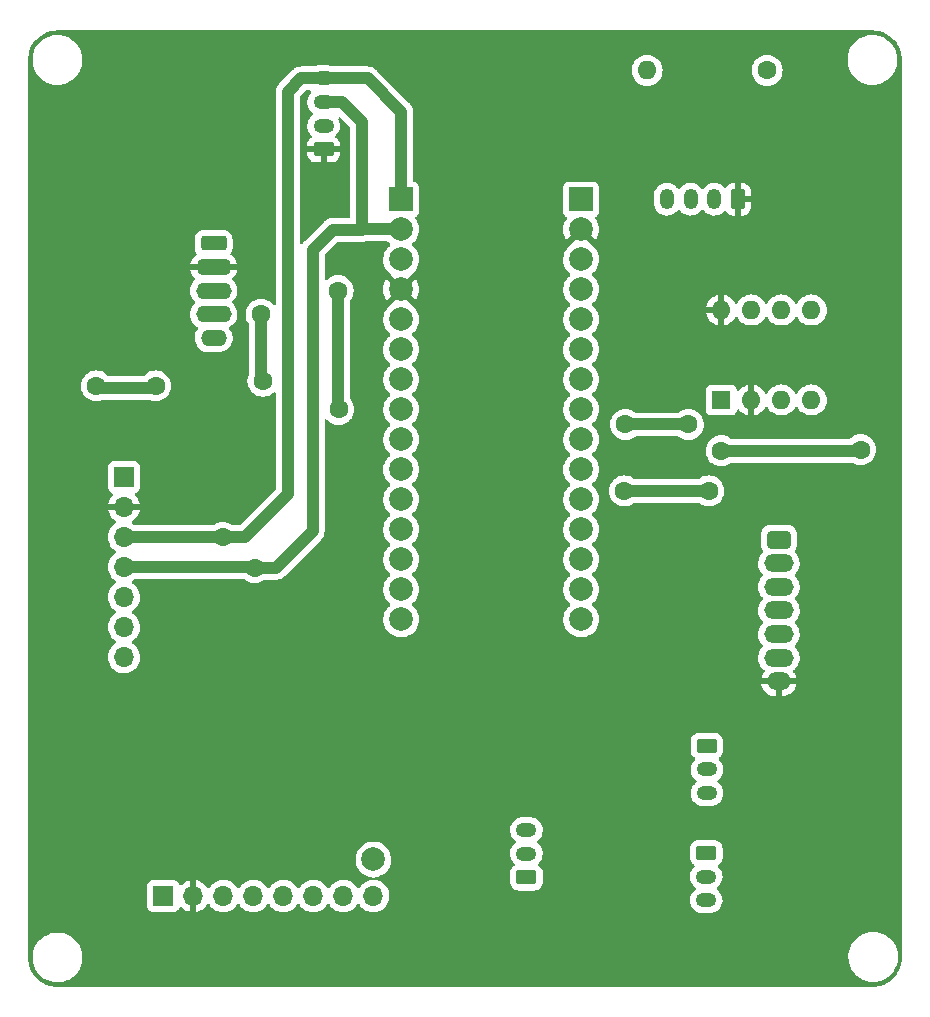
<source format=gbr>
%TF.GenerationSoftware,KiCad,Pcbnew,(6.0.0)*%
%TF.CreationDate,2022-05-13T15:12:09+02:00*%
%TF.ProjectId,Carte Odom_trie V2,43617274-6520-44f6-946f-6de974726965,rev?*%
%TF.SameCoordinates,Original*%
%TF.FileFunction,Copper,L1,Top*%
%TF.FilePolarity,Positive*%
%FSLAX46Y46*%
G04 Gerber Fmt 4.6, Leading zero omitted, Abs format (unit mm)*
G04 Created by KiCad (PCBNEW (6.0.0)) date 2022-05-13 15:12:09*
%MOMM*%
%LPD*%
G01*
G04 APERTURE LIST*
G04 Aperture macros list*
%AMRoundRect*
0 Rectangle with rounded corners*
0 $1 Rounding radius*
0 $2 $3 $4 $5 $6 $7 $8 $9 X,Y pos of 4 corners*
0 Add a 4 corners polygon primitive as box body*
4,1,4,$2,$3,$4,$5,$6,$7,$8,$9,$2,$3,0*
0 Add four circle primitives for the rounded corners*
1,1,$1+$1,$2,$3*
1,1,$1+$1,$4,$5*
1,1,$1+$1,$6,$7*
1,1,$1+$1,$8,$9*
0 Add four rect primitives between the rounded corners*
20,1,$1+$1,$2,$3,$4,$5,0*
20,1,$1+$1,$4,$5,$6,$7,0*
20,1,$1+$1,$6,$7,$8,$9,0*
20,1,$1+$1,$8,$9,$2,$3,0*%
G04 Aperture macros list end*
%TA.AperFunction,ComponentPad*%
%ADD10R,1.700000X1.700000*%
%TD*%
%TA.AperFunction,ComponentPad*%
%ADD11O,1.700000X1.700000*%
%TD*%
%TA.AperFunction,ComponentPad*%
%ADD12RoundRect,0.250000X0.625000X-0.350000X0.625000X0.350000X-0.625000X0.350000X-0.625000X-0.350000X0*%
%TD*%
%TA.AperFunction,ComponentPad*%
%ADD13O,1.750000X1.200000*%
%TD*%
%TA.AperFunction,ComponentPad*%
%ADD14RoundRect,0.250000X0.350000X0.625000X-0.350000X0.625000X-0.350000X-0.625000X0.350000X-0.625000X0*%
%TD*%
%TA.AperFunction,ComponentPad*%
%ADD15O,1.200000X1.750000*%
%TD*%
%TA.AperFunction,ComponentPad*%
%ADD16C,2.000000*%
%TD*%
%TA.AperFunction,ComponentPad*%
%ADD17RoundRect,0.312500X-0.687500X0.437500X-0.687500X-0.437500X0.687500X-0.437500X0.687500X0.437500X0*%
%TD*%
%TA.AperFunction,ComponentPad*%
%ADD18O,2.500000X1.500000*%
%TD*%
%TA.AperFunction,ComponentPad*%
%ADD19O,2.000000X1.500000*%
%TD*%
%TA.AperFunction,ComponentPad*%
%ADD20RoundRect,0.250000X-0.850000X0.350000X-0.850000X-0.350000X0.850000X-0.350000X0.850000X0.350000X0*%
%TD*%
%TA.AperFunction,ComponentPad*%
%ADD21O,3.000000X1.400000*%
%TD*%
%TA.AperFunction,ComponentPad*%
%ADD22O,2.200000X1.400000*%
%TD*%
%TA.AperFunction,ComponentPad*%
%ADD23RoundRect,0.250000X-0.625000X0.350000X-0.625000X-0.350000X0.625000X-0.350000X0.625000X0.350000X0*%
%TD*%
%TA.AperFunction,ComponentPad*%
%ADD24R,2.000000X2.000000*%
%TD*%
%TA.AperFunction,ComponentPad*%
%ADD25C,1.600000*%
%TD*%
%TA.AperFunction,ComponentPad*%
%ADD26O,1.600000X1.600000*%
%TD*%
%TA.AperFunction,ComponentPad*%
%ADD27R,1.600000X1.600000*%
%TD*%
%TA.AperFunction,ViaPad*%
%ADD28C,1.600000*%
%TD*%
%TA.AperFunction,Conductor*%
%ADD29C,1.000000*%
%TD*%
G04 APERTURE END LIST*
D10*
%TO.P,Giroscope1,1,Pin_1*%
%TO.N,+5V*%
X137622720Y-107335000D03*
D11*
%TO.P,Giroscope1,2,Pin_2*%
%TO.N,GND*%
X137622720Y-109875000D03*
%TO.P,Giroscope1,3,Pin_3*%
%TO.N,I2C_SCL*%
X137622720Y-112415000D03*
%TO.P,Giroscope1,4,Pin_4*%
%TO.N,I2C_SDA*%
X137622720Y-114955000D03*
%TO.P,Giroscope1,5,Pin_5*%
%TO.N,unconnected-(Giroscope1-Pad5)*%
X137622720Y-117495000D03*
%TO.P,Giroscope1,6,Pin_6*%
%TO.N,unconnected-(Giroscope1-Pad6)*%
X137622720Y-120035000D03*
%TO.P,Giroscope1,7,Pin_7*%
%TO.N,unconnected-(Giroscope1-Pad7)*%
X137622720Y-122575000D03*
%TD*%
D12*
%TO.P,J3,1,Pin_1*%
%TO.N,XShut9*%
X171704000Y-141224000D03*
D13*
%TO.P,J3,2,Pin_2*%
%TO.N,XShut8*%
X171704000Y-139224000D03*
%TO.P,J3,3,Pin_3*%
%TO.N,XShut7*%
X171704000Y-137224000D03*
%TD*%
D14*
%TO.P,BUS_CAN1,1,Pin_1*%
%TO.N,GND*%
X189600000Y-83800000D03*
D15*
%TO.P,BUS_CAN1,2,Pin_2*%
%TO.N,CAN_H*%
X187600000Y-83800000D03*
%TO.P,BUS_CAN1,3,Pin_3*%
%TO.N,CAN_L*%
X185600000Y-83800000D03*
%TO.P,BUS_CAN1,4,Pin_4*%
%TO.N,+5V*%
X183600000Y-83800000D03*
%TD*%
D16*
%TO.P,TP1,1,1*%
%TO.N,Net-(Acc\u00E9lerom\u00E8tre1-Pad8)*%
X158750000Y-139700000D03*
%TD*%
D17*
%TO.P,Capt_Optiq1,1,Pin_1*%
%TO.N,+5V*%
X193084200Y-112617000D03*
D18*
%TO.P,Capt_Optiq1,2,Pin_2*%
%TO.N,SPI_CS*%
X193084200Y-114617000D03*
%TO.P,Capt_Optiq1,3,Pin_3*%
%TO.N,SPI_CLK*%
X193084200Y-116617000D03*
%TO.P,Capt_Optiq1,4,Pin_4*%
%TO.N,SPI_MOSI*%
X193084200Y-118617000D03*
%TO.P,Capt_Optiq1,5,Pin_5*%
%TO.N,SPI_MISO*%
X193084200Y-120617000D03*
%TO.P,Capt_Optiq1,6,Pin_6*%
%TO.N,unconnected-(Capt_Optiq1-Pad6)*%
X193084200Y-122617000D03*
D19*
%TO.P,Capt_Optiq1,7,Pin_7*%
%TO.N,GND*%
X193084200Y-124617000D03*
%TD*%
D20*
%TO.P,LIDAR1,1,Pin_1*%
%TO.N,unconnected-(LIDAR1-Pad1)*%
X145217720Y-87535000D03*
D21*
%TO.P,LIDAR1,2,Pin_2*%
%TO.N,GND*%
X145217720Y-89535000D03*
%TO.P,LIDAR1,3,Pin_3*%
%TO.N,UART1_TX*%
X145217720Y-91535000D03*
%TO.P,LIDAR1,4,Pin_4*%
%TO.N,UART1_RX*%
X145217720Y-93535000D03*
D22*
%TO.P,LIDAR1,5,Pin_5*%
%TO.N,+5V*%
X145217720Y-95535000D03*
%TD*%
D23*
%TO.P,J2,1,Pin_1*%
%TO.N,XShut5*%
X186925000Y-139150000D03*
D13*
%TO.P,J2,2,Pin_2*%
%TO.N,XShut6*%
X186925000Y-141150000D03*
%TO.P,J2,3,Pin_3*%
%TO.N,XShut4*%
X186925000Y-143150000D03*
%TD*%
D23*
%TO.P,J1,1,Pin_1*%
%TO.N,XShut3*%
X186986000Y-130080000D03*
D13*
%TO.P,J1,2,Pin_2*%
%TO.N,XShut2*%
X186986000Y-132080000D03*
%TO.P,J1,3,Pin_3*%
%TO.N,XShut1*%
X186986000Y-134080000D03*
%TD*%
D24*
%TO.P,A1,3.1,PA9*%
%TO.N,I2C_SCL*%
X161092720Y-83820000D03*
D16*
%TO.P,A1,3.2,PA10*%
%TO.N,I2C_SDA*%
X161092720Y-86360000D03*
%TO.P,A1,3.3,NRST*%
%TO.N,unconnected-(A1-Pad3.3)*%
X161092720Y-88900000D03*
%TO.P,A1,3.4,GND*%
%TO.N,GND*%
X161092720Y-91440000D03*
%TO.P,A1,3.5,PA12*%
%TO.N,CAN_TX*%
X161092720Y-93980000D03*
%TO.P,A1,3.6,PB0*%
%TO.N,XShut6*%
X161092720Y-96520000D03*
%TO.P,A1,3.7,PB7*%
%TO.N,UART1_RX*%
X161092720Y-99060000D03*
%TO.P,A1,3.8,PB6*%
%TO.N,UART1_TX*%
X161092720Y-101600000D03*
%TO.P,A1,3.9,PB1*%
%TO.N,XShut4*%
X161092720Y-104140000D03*
%TO.P,A1,3.10,PF0*%
%TO.N,unconnected-(A1-Pad3.10)*%
X161092720Y-106680000D03*
%TO.P,A1,3.11,PF1*%
%TO.N,unconnected-(A1-Pad3.11)*%
X161092720Y-109220000D03*
%TO.P,A1,3.12,PA8*%
%TO.N,XShut7*%
X161092720Y-111760000D03*
%TO.P,A1,3.13,PA11*%
%TO.N,CAN_RX*%
X161092720Y-114300000D03*
%TO.P,A1,3.14,PB5*%
%TO.N,XShut9*%
X161092720Y-116840000D03*
%TO.P,A1,3.15,PB4*%
%TO.N,XShut8*%
X161092720Y-119380000D03*
D24*
%TO.P,A1,4.1,VIN*%
%TO.N,unconnected-(A1-Pad4.1)*%
X176332720Y-83820000D03*
D16*
%TO.P,A1,4.2,GND*%
%TO.N,GND*%
X176332720Y-86360000D03*
%TO.P,A1,4.3,NRST*%
%TO.N,unconnected-(A1-Pad4.3)*%
X176332720Y-88900000D03*
%TO.P,A1,4.4,+5V*%
%TO.N,+5V*%
X176332720Y-91440000D03*
%TO.P,A1,4.5,PA2*%
%TO.N,XShut5*%
X176332720Y-93980000D03*
%TO.P,A1,4.6,PA7*%
%TO.N,SPI_MOSI*%
X176332720Y-96520000D03*
%TO.P,A1,4.7,PA6*%
%TO.N,SPI_MISO*%
X176332720Y-99060000D03*
%TO.P,A1,4.8,PA5*%
%TO.N,SPI_CLK*%
X176332720Y-101600000D03*
%TO.P,A1,4.9,PA4*%
%TO.N,SPI_CS*%
X176332720Y-104140000D03*
%TO.P,A1,4.10,PA3*%
%TO.N,XShut1*%
X176332720Y-106680000D03*
%TO.P,A1,4.11,PA1*%
%TO.N,XShut2*%
X176332720Y-109220000D03*
%TO.P,A1,4.12,PA0*%
%TO.N,unconnected-(A1-Pad4.12)*%
X176332720Y-111760000D03*
%TO.P,A1,4.13,AREF*%
%TO.N,unconnected-(A1-Pad4.13)*%
X176332720Y-114300000D03*
%TO.P,A1,4.14,+3V3*%
%TO.N,+3V3*%
X176332720Y-116840000D03*
%TO.P,A1,4.15,PB3*%
%TO.N,XShut3*%
X176332720Y-119380000D03*
%TD*%
D12*
%TO.P,TOF1,1,Pin_1*%
%TO.N,GND*%
X154525000Y-79575000D03*
D13*
%TO.P,TOF1,2,Pin_2*%
%TO.N,+5V*%
X154525000Y-77575000D03*
%TO.P,TOF1,3,Pin_3*%
%TO.N,I2C_SDA*%
X154525000Y-75575000D03*
%TO.P,TOF1,4,Pin_4*%
%TO.N,I2C_SCL*%
X154525000Y-73575000D03*
%TD*%
D25*
%TO.P,R3,1*%
%TO.N,CAN_H*%
X192080000Y-72900000D03*
D26*
%TO.P,R3,2*%
%TO.N,CAN_L*%
X181920000Y-72900000D03*
%TD*%
D10*
%TO.P,Acc\u00E9lerom\u00E8tre1,1,Pin_1*%
%TO.N,+5V*%
X140960000Y-142800000D03*
D11*
%TO.P,Acc\u00E9lerom\u00E8tre1,2,Pin_2*%
%TO.N,GND*%
X143500000Y-142800000D03*
%TO.P,Acc\u00E9lerom\u00E8tre1,3,Pin_3*%
%TO.N,I2C_SCL*%
X146040000Y-142800000D03*
%TO.P,Acc\u00E9lerom\u00E8tre1,4,Pin_4*%
%TO.N,I2C_SDA*%
X148580000Y-142800000D03*
%TO.P,Acc\u00E9lerom\u00E8tre1,5,Pin_5*%
%TO.N,unconnected-(Acc\u00E9lerom\u00E8tre1-Pad5)*%
X151120000Y-142800000D03*
%TO.P,Acc\u00E9lerom\u00E8tre1,6,Pin_6*%
%TO.N,unconnected-(Acc\u00E9lerom\u00E8tre1-Pad6)*%
X153660000Y-142800000D03*
%TO.P,Acc\u00E9lerom\u00E8tre1,7,Pin_7*%
%TO.N,unconnected-(Acc\u00E9lerom\u00E8tre1-Pad7)*%
X156200000Y-142800000D03*
%TO.P,Acc\u00E9lerom\u00E8tre1,8,Pin_8*%
%TO.N,Net-(Acc\u00E9lerom\u00E8tre1-Pad8)*%
X158740000Y-142800000D03*
%TD*%
D27*
%TO.P,U1,1,TXD*%
%TO.N,CAN_TX*%
X188200000Y-100800000D03*
D26*
%TO.P,U1,2,VSS*%
%TO.N,GND*%
X190740000Y-100800000D03*
%TO.P,U1,3,VDD*%
%TO.N,+5V*%
X193280000Y-100800000D03*
%TO.P,U1,4,RXD*%
%TO.N,CAN_RX*%
X195820000Y-100800000D03*
%TO.P,U1,5,Vref*%
%TO.N,unconnected-(U1-Pad5)*%
X195820000Y-93180000D03*
%TO.P,U1,6,CANL*%
%TO.N,CAN_L*%
X193280000Y-93180000D03*
%TO.P,U1,7,CANH*%
%TO.N,CAN_H*%
X190740000Y-93180000D03*
%TO.P,U1,8,Rs*%
%TO.N,GND*%
X188200000Y-93180000D03*
%TD*%
D28*
%TO.N,CAN_TX*%
X188200000Y-105100000D03*
X140300000Y-99600000D03*
X135300000Y-99600000D03*
X200000000Y-105000000D03*
%TO.N,GND*%
X137100000Y-149325000D03*
X179600000Y-85500000D03*
X192400000Y-139300000D03*
X133700000Y-96300000D03*
X153670000Y-146304000D03*
X142525000Y-104325000D03*
X168750000Y-81650000D03*
X201100000Y-142100000D03*
X136875000Y-77975000D03*
X179600000Y-94300000D03*
X143750000Y-82625000D03*
X170825000Y-74350000D03*
%TO.N,UART1_RX*%
X149400000Y-99200000D03*
X149235000Y-93535000D03*
%TO.N,UART1_TX*%
X155765000Y-91535000D03*
X155800000Y-101600000D03*
%TO.N,I2C_SDA*%
X148700000Y-115000000D03*
%TO.N,I2C_SCL*%
X145985000Y-112415000D03*
%TO.N,SPI_CLK*%
X185420000Y-102870000D03*
X180086000Y-102870000D03*
%TO.N,SPI_CS*%
X187147200Y-108500000D03*
X180000000Y-108500000D03*
%TD*%
D29*
%TO.N,CAN_TX*%
X199900000Y-105100000D02*
X200000000Y-105000000D01*
X140300000Y-99600000D02*
X140100000Y-99800000D01*
X135500000Y-99800000D02*
X135300000Y-99600000D01*
X140100000Y-99800000D02*
X135500000Y-99800000D01*
X188200000Y-105100000D02*
X199900000Y-105100000D01*
%TO.N,UART1_RX*%
X149235000Y-93535000D02*
X149235000Y-99035000D01*
X149235000Y-99035000D02*
X149400000Y-99200000D01*
%TO.N,UART1_TX*%
X155765000Y-101565000D02*
X155800000Y-101600000D01*
X155765000Y-91535000D02*
X155765000Y-101565000D01*
%TO.N,I2C_SDA*%
X157840000Y-86360000D02*
X161092720Y-86360000D01*
X150500000Y-115000000D02*
X153600000Y-111900000D01*
X155300000Y-86400000D02*
X157800000Y-86400000D01*
X157800000Y-77300000D02*
X157800000Y-86400000D01*
X156075000Y-75575000D02*
X157800000Y-77300000D01*
X148700000Y-115000000D02*
X150500000Y-115000000D01*
X157800000Y-86400000D02*
X157840000Y-86360000D01*
X153600000Y-111900000D02*
X153600000Y-88100000D01*
X148655000Y-114955000D02*
X137622720Y-114955000D01*
X153600000Y-88100000D02*
X155300000Y-86400000D01*
X148700000Y-115000000D02*
X148655000Y-114955000D01*
X154525000Y-75575000D02*
X156075000Y-75575000D01*
%TO.N,I2C_SCL*%
X154525000Y-73575000D02*
X152625000Y-73575000D01*
X151500000Y-74700000D02*
X151500000Y-108800000D01*
X145985000Y-112415000D02*
X137622720Y-112415000D01*
X158275000Y-73575000D02*
X161092720Y-76392720D01*
X152625000Y-73575000D02*
X151500000Y-74700000D01*
X161092720Y-76392720D02*
X161092720Y-83820000D01*
X147885000Y-112415000D02*
X145985000Y-112415000D01*
X151500000Y-108800000D02*
X147885000Y-112415000D01*
X154525000Y-73575000D02*
X158275000Y-73575000D01*
%TO.N,SPI_CLK*%
X185420000Y-102870000D02*
X180086000Y-102870000D01*
%TO.N,SPI_CS*%
X187147200Y-108500000D02*
X180000000Y-108500000D01*
%TD*%
%TA.AperFunction,Conductor*%
%TO.N,GND*%
G36*
X200970057Y-69509500D02*
G01*
X200984858Y-69511805D01*
X200984861Y-69511805D01*
X200993730Y-69513186D01*
X201010899Y-69510941D01*
X201034839Y-69510108D01*
X201292770Y-69525710D01*
X201307874Y-69527544D01*
X201378648Y-69540514D01*
X201588879Y-69579040D01*
X201603641Y-69582678D01*
X201876408Y-69667675D01*
X201890627Y-69673069D01*
X202151140Y-69790316D01*
X202164609Y-69797385D01*
X202409095Y-69945182D01*
X202421617Y-69953825D01*
X202646507Y-70130016D01*
X202657895Y-70140106D01*
X202859894Y-70342105D01*
X202869984Y-70353493D01*
X203046175Y-70578383D01*
X203054818Y-70590905D01*
X203202615Y-70835391D01*
X203209684Y-70848860D01*
X203326930Y-71109370D01*
X203332325Y-71123592D01*
X203390133Y-71309103D01*
X203417321Y-71396353D01*
X203420960Y-71411121D01*
X203451565Y-71578124D01*
X203472456Y-71692126D01*
X203474290Y-71707230D01*
X203489455Y-71957929D01*
X203488198Y-71984639D01*
X203488195Y-71984859D01*
X203486814Y-71993730D01*
X203487978Y-72002632D01*
X203487978Y-72002635D01*
X203490936Y-72025251D01*
X203492000Y-72041589D01*
X203492000Y-147950672D01*
X203490500Y-147970056D01*
X203486814Y-147993730D01*
X203488454Y-148006270D01*
X203489059Y-148010897D01*
X203489892Y-148034839D01*
X203474290Y-148292770D01*
X203472456Y-148307874D01*
X203449131Y-148435159D01*
X203420962Y-148588873D01*
X203417322Y-148603641D01*
X203332326Y-148876404D01*
X203326931Y-148890627D01*
X203288865Y-148975208D01*
X203209686Y-149151136D01*
X203202615Y-149164609D01*
X203054818Y-149409095D01*
X203046175Y-149421617D01*
X202869984Y-149646507D01*
X202859894Y-149657895D01*
X202657895Y-149859894D01*
X202646507Y-149869984D01*
X202421617Y-150046175D01*
X202409095Y-150054818D01*
X202164609Y-150202615D01*
X202151140Y-150209684D01*
X201890630Y-150326930D01*
X201876408Y-150332325D01*
X201603641Y-150417322D01*
X201588879Y-150420960D01*
X201378648Y-150459486D01*
X201307874Y-150472456D01*
X201292770Y-150474290D01*
X201042071Y-150489455D01*
X201015361Y-150488198D01*
X201015141Y-150488195D01*
X201006270Y-150486814D01*
X200997368Y-150487978D01*
X200997365Y-150487978D01*
X200974749Y-150490936D01*
X200958411Y-150492000D01*
X132049328Y-150492000D01*
X132029943Y-150490500D01*
X132015142Y-150488195D01*
X132015139Y-150488195D01*
X132006270Y-150486814D01*
X131989101Y-150489059D01*
X131965161Y-150489892D01*
X131707230Y-150474290D01*
X131692126Y-150472456D01*
X131621352Y-150459486D01*
X131411121Y-150420960D01*
X131396359Y-150417322D01*
X131123592Y-150332325D01*
X131109370Y-150326930D01*
X130848860Y-150209684D01*
X130835391Y-150202615D01*
X130590905Y-150054818D01*
X130578383Y-150046175D01*
X130353493Y-149869984D01*
X130342105Y-149859894D01*
X130140106Y-149657895D01*
X130130016Y-149646507D01*
X129953825Y-149421617D01*
X129945182Y-149409095D01*
X129797385Y-149164609D01*
X129790314Y-149151136D01*
X129711136Y-148975208D01*
X129673069Y-148890627D01*
X129667674Y-148876404D01*
X129582678Y-148603641D01*
X129579038Y-148588873D01*
X129550870Y-148435159D01*
X129527544Y-148307874D01*
X129525710Y-148292770D01*
X129516027Y-148132703D01*
X129890743Y-148132703D01*
X129928268Y-148417734D01*
X130004129Y-148695036D01*
X130005813Y-148698984D01*
X130097169Y-148913163D01*
X130116923Y-148959476D01*
X130128693Y-148979142D01*
X130243287Y-149170614D01*
X130264561Y-149206161D01*
X130444313Y-149430528D01*
X130461397Y-149446740D01*
X130602800Y-149580926D01*
X130652851Y-149628423D01*
X130886317Y-149796186D01*
X130890112Y-149798195D01*
X130890113Y-149798196D01*
X130911869Y-149809715D01*
X131140392Y-149930712D01*
X131410373Y-150029511D01*
X131691264Y-150090755D01*
X131719841Y-150093004D01*
X131914282Y-150108307D01*
X131914291Y-150108307D01*
X131916739Y-150108500D01*
X132072271Y-150108500D01*
X132074407Y-150108354D01*
X132074418Y-150108354D01*
X132282548Y-150094165D01*
X132282554Y-150094164D01*
X132286825Y-150093873D01*
X132291020Y-150093004D01*
X132291022Y-150093004D01*
X132458568Y-150058307D01*
X132568342Y-150035574D01*
X132839343Y-149939607D01*
X132957347Y-149878701D01*
X133091005Y-149809715D01*
X133091006Y-149809715D01*
X133094812Y-149807750D01*
X133098313Y-149805289D01*
X133098317Y-149805287D01*
X133308034Y-149657895D01*
X133330023Y-149642441D01*
X133540622Y-149446740D01*
X133722713Y-149224268D01*
X133872927Y-148979142D01*
X133894876Y-148929142D01*
X133986757Y-148719830D01*
X133988483Y-148715898D01*
X134067244Y-148439406D01*
X134107751Y-148154784D01*
X134107845Y-148136951D01*
X134108129Y-148082703D01*
X198965743Y-148082703D01*
X198966302Y-148086947D01*
X198966302Y-148086951D01*
X198972885Y-148136951D01*
X199003268Y-148367734D01*
X199004401Y-148371874D01*
X199004401Y-148371876D01*
X199021713Y-148435159D01*
X199079129Y-148645036D01*
X199080813Y-148648984D01*
X199111032Y-148719830D01*
X199191923Y-148909476D01*
X199224054Y-148963163D01*
X199336554Y-149151136D01*
X199339561Y-149156161D01*
X199519313Y-149380528D01*
X199727851Y-149578423D01*
X199961317Y-149746186D01*
X199965112Y-149748195D01*
X199965113Y-149748196D01*
X199986869Y-149759715D01*
X200215392Y-149880712D01*
X200239699Y-149889607D01*
X200380241Y-149941038D01*
X200485373Y-149979511D01*
X200766264Y-150040755D01*
X200794841Y-150043004D01*
X200989282Y-150058307D01*
X200989291Y-150058307D01*
X200991739Y-150058500D01*
X201147271Y-150058500D01*
X201149407Y-150058354D01*
X201149418Y-150058354D01*
X201357548Y-150044165D01*
X201357554Y-150044164D01*
X201361825Y-150043873D01*
X201366020Y-150043004D01*
X201366022Y-150043004D01*
X201502583Y-150014724D01*
X201643342Y-149985574D01*
X201914343Y-149889607D01*
X202069131Y-149809715D01*
X202166005Y-149759715D01*
X202166006Y-149759715D01*
X202169812Y-149757750D01*
X202173313Y-149755289D01*
X202173317Y-149755287D01*
X202328095Y-149646507D01*
X202405023Y-149592441D01*
X202483403Y-149519606D01*
X202612479Y-149399661D01*
X202612481Y-149399658D01*
X202615622Y-149396740D01*
X202797713Y-149174268D01*
X202947927Y-148929142D01*
X203063483Y-148665898D01*
X203083288Y-148596374D01*
X203132995Y-148421876D01*
X203142244Y-148389406D01*
X203175635Y-148154784D01*
X203182146Y-148109036D01*
X203182146Y-148109034D01*
X203182751Y-148104784D01*
X203182845Y-148086951D01*
X203184235Y-147821583D01*
X203184235Y-147821576D01*
X203184257Y-147817297D01*
X203146732Y-147532266D01*
X203070871Y-147254964D01*
X202979404Y-147040524D01*
X202959763Y-146994476D01*
X202959761Y-146994472D01*
X202958077Y-146990524D01*
X202842567Y-146797521D01*
X202812643Y-146747521D01*
X202812640Y-146747517D01*
X202810439Y-146743839D01*
X202630687Y-146519472D01*
X202474838Y-146371577D01*
X202425258Y-146324527D01*
X202425255Y-146324525D01*
X202422149Y-146321577D01*
X202188683Y-146153814D01*
X202166843Y-146142250D01*
X202143654Y-146129972D01*
X201934608Y-146019288D01*
X201664627Y-145920489D01*
X201383736Y-145859245D01*
X201352685Y-145856801D01*
X201160718Y-145841693D01*
X201160709Y-145841693D01*
X201158261Y-145841500D01*
X201002729Y-145841500D01*
X201000593Y-145841646D01*
X201000582Y-145841646D01*
X200792452Y-145855835D01*
X200792446Y-145855836D01*
X200788175Y-145856127D01*
X200783980Y-145856996D01*
X200783978Y-145856996D01*
X200647416Y-145885277D01*
X200506658Y-145914426D01*
X200235657Y-146010393D01*
X199980188Y-146142250D01*
X199976687Y-146144711D01*
X199976683Y-146144713D01*
X199895451Y-146201804D01*
X199744977Y-146307559D01*
X199534378Y-146503260D01*
X199352287Y-146725732D01*
X199202073Y-146970858D01*
X199200347Y-146974791D01*
X199200346Y-146974792D01*
X199178398Y-147024792D01*
X199086517Y-147234102D01*
X199007756Y-147510594D01*
X198967249Y-147795216D01*
X198967227Y-147799505D01*
X198967226Y-147799512D01*
X198965765Y-148078417D01*
X198965743Y-148082703D01*
X134108129Y-148082703D01*
X134109235Y-147871583D01*
X134109235Y-147871576D01*
X134109257Y-147867297D01*
X134102675Y-147817297D01*
X134072292Y-147586522D01*
X134071732Y-147582266D01*
X134056921Y-147528124D01*
X133997003Y-147309103D01*
X133995871Y-147304964D01*
X133985295Y-147280170D01*
X133884763Y-147044476D01*
X133884761Y-147044472D01*
X133883077Y-147040524D01*
X133735439Y-146793839D01*
X133555687Y-146569472D01*
X133347149Y-146371577D01*
X133113683Y-146203814D01*
X133091843Y-146192250D01*
X133023984Y-146156321D01*
X132859608Y-146069288D01*
X132698670Y-146010393D01*
X132593658Y-145971964D01*
X132593656Y-145971963D01*
X132589627Y-145970489D01*
X132308736Y-145909245D01*
X132277685Y-145906801D01*
X132085718Y-145891693D01*
X132085709Y-145891693D01*
X132083261Y-145891500D01*
X131927729Y-145891500D01*
X131925593Y-145891646D01*
X131925582Y-145891646D01*
X131717452Y-145905835D01*
X131717446Y-145905836D01*
X131713175Y-145906127D01*
X131708980Y-145906996D01*
X131708978Y-145906996D01*
X131572417Y-145935276D01*
X131431658Y-145964426D01*
X131160657Y-146060393D01*
X131156848Y-146062359D01*
X130997290Y-146144713D01*
X130905188Y-146192250D01*
X130901687Y-146194711D01*
X130901683Y-146194713D01*
X130891594Y-146201804D01*
X130669977Y-146357559D01*
X130654892Y-146371577D01*
X130492142Y-146522814D01*
X130459378Y-146553260D01*
X130277287Y-146775732D01*
X130127073Y-147020858D01*
X130011517Y-147284102D01*
X129932756Y-147560594D01*
X129929672Y-147582266D01*
X129898754Y-147799512D01*
X129892249Y-147845216D01*
X129892227Y-147849505D01*
X129892226Y-147849512D01*
X129890889Y-148104784D01*
X129890743Y-148132703D01*
X129516027Y-148132703D01*
X129510545Y-148042071D01*
X129511802Y-148015361D01*
X129511805Y-148015141D01*
X129513186Y-148006270D01*
X129511547Y-147993730D01*
X129509064Y-147974749D01*
X129508000Y-147958411D01*
X129508000Y-143698134D01*
X139601500Y-143698134D01*
X139608255Y-143760316D01*
X139659385Y-143896705D01*
X139746739Y-144013261D01*
X139863295Y-144100615D01*
X139999684Y-144151745D01*
X140061866Y-144158500D01*
X141858134Y-144158500D01*
X141920316Y-144151745D01*
X142056705Y-144100615D01*
X142173261Y-144013261D01*
X142260615Y-143896705D01*
X142298129Y-143796637D01*
X142304798Y-143778848D01*
X142347440Y-143722084D01*
X142414001Y-143697384D01*
X142483350Y-143712592D01*
X142518017Y-143740580D01*
X142543218Y-143769673D01*
X142550580Y-143776883D01*
X142714434Y-143912916D01*
X142722881Y-143918831D01*
X142906756Y-144026279D01*
X142916042Y-144030729D01*
X143115001Y-144106703D01*
X143124899Y-144109579D01*
X143228250Y-144130606D01*
X143242299Y-144129410D01*
X143246000Y-144119065D01*
X143246000Y-144118517D01*
X143754000Y-144118517D01*
X143758064Y-144132359D01*
X143771478Y-144134393D01*
X143778184Y-144133534D01*
X143788262Y-144131392D01*
X143992255Y-144070191D01*
X144001842Y-144066433D01*
X144193095Y-143972739D01*
X144201945Y-143967464D01*
X144375328Y-143843792D01*
X144383200Y-143837139D01*
X144534052Y-143686812D01*
X144540730Y-143678965D01*
X144668022Y-143501819D01*
X144669279Y-143502722D01*
X144716373Y-143459362D01*
X144786311Y-143447145D01*
X144851751Y-143474678D01*
X144879579Y-143506511D01*
X144879875Y-143506994D01*
X144939987Y-143605088D01*
X145086250Y-143773938D01*
X145258126Y-143916632D01*
X145451000Y-144029338D01*
X145659692Y-144109030D01*
X145664760Y-144110061D01*
X145664763Y-144110062D01*
X145759862Y-144129410D01*
X145878597Y-144153567D01*
X145883772Y-144153757D01*
X145883774Y-144153757D01*
X146096673Y-144161564D01*
X146096677Y-144161564D01*
X146101837Y-144161753D01*
X146106957Y-144161097D01*
X146106959Y-144161097D01*
X146318288Y-144134025D01*
X146318289Y-144134025D01*
X146323416Y-144133368D01*
X146328366Y-144131883D01*
X146532429Y-144070661D01*
X146532434Y-144070659D01*
X146537384Y-144069174D01*
X146737994Y-143970896D01*
X146919860Y-143841173D01*
X147078096Y-143683489D01*
X147208453Y-143502077D01*
X147209776Y-143503028D01*
X147256645Y-143459857D01*
X147326580Y-143447625D01*
X147392026Y-143475144D01*
X147419875Y-143506994D01*
X147479987Y-143605088D01*
X147626250Y-143773938D01*
X147798126Y-143916632D01*
X147991000Y-144029338D01*
X148199692Y-144109030D01*
X148204760Y-144110061D01*
X148204763Y-144110062D01*
X148299862Y-144129410D01*
X148418597Y-144153567D01*
X148423772Y-144153757D01*
X148423774Y-144153757D01*
X148636673Y-144161564D01*
X148636677Y-144161564D01*
X148641837Y-144161753D01*
X148646957Y-144161097D01*
X148646959Y-144161097D01*
X148858288Y-144134025D01*
X148858289Y-144134025D01*
X148863416Y-144133368D01*
X148868366Y-144131883D01*
X149072429Y-144070661D01*
X149072434Y-144070659D01*
X149077384Y-144069174D01*
X149277994Y-143970896D01*
X149459860Y-143841173D01*
X149618096Y-143683489D01*
X149748453Y-143502077D01*
X149749776Y-143503028D01*
X149796645Y-143459857D01*
X149866580Y-143447625D01*
X149932026Y-143475144D01*
X149959875Y-143506994D01*
X150019987Y-143605088D01*
X150166250Y-143773938D01*
X150338126Y-143916632D01*
X150531000Y-144029338D01*
X150739692Y-144109030D01*
X150744760Y-144110061D01*
X150744763Y-144110062D01*
X150839862Y-144129410D01*
X150958597Y-144153567D01*
X150963772Y-144153757D01*
X150963774Y-144153757D01*
X151176673Y-144161564D01*
X151176677Y-144161564D01*
X151181837Y-144161753D01*
X151186957Y-144161097D01*
X151186959Y-144161097D01*
X151398288Y-144134025D01*
X151398289Y-144134025D01*
X151403416Y-144133368D01*
X151408366Y-144131883D01*
X151612429Y-144070661D01*
X151612434Y-144070659D01*
X151617384Y-144069174D01*
X151817994Y-143970896D01*
X151999860Y-143841173D01*
X152158096Y-143683489D01*
X152288453Y-143502077D01*
X152289776Y-143503028D01*
X152336645Y-143459857D01*
X152406580Y-143447625D01*
X152472026Y-143475144D01*
X152499875Y-143506994D01*
X152559987Y-143605088D01*
X152706250Y-143773938D01*
X152878126Y-143916632D01*
X153071000Y-144029338D01*
X153279692Y-144109030D01*
X153284760Y-144110061D01*
X153284763Y-144110062D01*
X153379862Y-144129410D01*
X153498597Y-144153567D01*
X153503772Y-144153757D01*
X153503774Y-144153757D01*
X153716673Y-144161564D01*
X153716677Y-144161564D01*
X153721837Y-144161753D01*
X153726957Y-144161097D01*
X153726959Y-144161097D01*
X153938288Y-144134025D01*
X153938289Y-144134025D01*
X153943416Y-144133368D01*
X153948366Y-144131883D01*
X154152429Y-144070661D01*
X154152434Y-144070659D01*
X154157384Y-144069174D01*
X154357994Y-143970896D01*
X154539860Y-143841173D01*
X154698096Y-143683489D01*
X154828453Y-143502077D01*
X154829776Y-143503028D01*
X154876645Y-143459857D01*
X154946580Y-143447625D01*
X155012026Y-143475144D01*
X155039875Y-143506994D01*
X155099987Y-143605088D01*
X155246250Y-143773938D01*
X155418126Y-143916632D01*
X155611000Y-144029338D01*
X155819692Y-144109030D01*
X155824760Y-144110061D01*
X155824763Y-144110062D01*
X155919862Y-144129410D01*
X156038597Y-144153567D01*
X156043772Y-144153757D01*
X156043774Y-144153757D01*
X156256673Y-144161564D01*
X156256677Y-144161564D01*
X156261837Y-144161753D01*
X156266957Y-144161097D01*
X156266959Y-144161097D01*
X156478288Y-144134025D01*
X156478289Y-144134025D01*
X156483416Y-144133368D01*
X156488366Y-144131883D01*
X156692429Y-144070661D01*
X156692434Y-144070659D01*
X156697384Y-144069174D01*
X156897994Y-143970896D01*
X157079860Y-143841173D01*
X157238096Y-143683489D01*
X157368453Y-143502077D01*
X157369776Y-143503028D01*
X157416645Y-143459857D01*
X157486580Y-143447625D01*
X157552026Y-143475144D01*
X157579875Y-143506994D01*
X157639987Y-143605088D01*
X157786250Y-143773938D01*
X157958126Y-143916632D01*
X158151000Y-144029338D01*
X158359692Y-144109030D01*
X158364760Y-144110061D01*
X158364763Y-144110062D01*
X158459862Y-144129410D01*
X158578597Y-144153567D01*
X158583772Y-144153757D01*
X158583774Y-144153757D01*
X158796673Y-144161564D01*
X158796677Y-144161564D01*
X158801837Y-144161753D01*
X158806957Y-144161097D01*
X158806959Y-144161097D01*
X159018288Y-144134025D01*
X159018289Y-144134025D01*
X159023416Y-144133368D01*
X159028366Y-144131883D01*
X159232429Y-144070661D01*
X159232434Y-144070659D01*
X159237384Y-144069174D01*
X159437994Y-143970896D01*
X159619860Y-143841173D01*
X159778096Y-143683489D01*
X159908453Y-143502077D01*
X159921995Y-143474678D01*
X160005136Y-143306453D01*
X160005137Y-143306451D01*
X160007430Y-143301811D01*
X160070081Y-143095604D01*
X185537787Y-143095604D01*
X185547567Y-143306899D01*
X185548971Y-143312724D01*
X185548971Y-143312725D01*
X185594543Y-143501819D01*
X185597125Y-143512534D01*
X185599607Y-143517992D01*
X185599608Y-143517996D01*
X185640981Y-143608990D01*
X185684674Y-143705087D01*
X185807054Y-143877611D01*
X185959850Y-144023881D01*
X186137548Y-144138620D01*
X186175108Y-144153757D01*
X186328168Y-144215442D01*
X186328171Y-144215443D01*
X186333737Y-144217686D01*
X186541337Y-144258228D01*
X186546899Y-144258500D01*
X187252846Y-144258500D01*
X187410566Y-144243452D01*
X187613534Y-144183908D01*
X187656918Y-144161564D01*
X187796249Y-144089804D01*
X187796252Y-144089802D01*
X187801580Y-144087058D01*
X187967920Y-143956396D01*
X187971852Y-143951865D01*
X187971855Y-143951862D01*
X188102621Y-143801167D01*
X188106552Y-143796637D01*
X188109552Y-143791451D01*
X188109555Y-143791447D01*
X188209467Y-143618742D01*
X188212473Y-143613546D01*
X188281861Y-143413729D01*
X188297351Y-143306899D01*
X188311352Y-143210336D01*
X188311352Y-143210333D01*
X188312213Y-143204396D01*
X188302433Y-142993101D01*
X188255896Y-142800000D01*
X188254281Y-142793299D01*
X188254280Y-142793297D01*
X188252875Y-142787466D01*
X188209525Y-142692122D01*
X188167806Y-142600368D01*
X188165326Y-142594913D01*
X188042946Y-142422389D01*
X187890150Y-142276119D01*
X187867810Y-142261694D01*
X187857837Y-142255254D01*
X187811460Y-142201499D01*
X187801507Y-142131203D01*
X187831139Y-142066686D01*
X187848353Y-142050317D01*
X187855446Y-142044746D01*
X187967920Y-141956396D01*
X187971852Y-141951865D01*
X187971855Y-141951862D01*
X188102621Y-141801167D01*
X188106552Y-141796637D01*
X188109552Y-141791451D01*
X188109555Y-141791447D01*
X188209467Y-141618742D01*
X188212473Y-141613546D01*
X188281861Y-141413729D01*
X188282722Y-141407792D01*
X188311352Y-141210336D01*
X188311352Y-141210333D01*
X188312213Y-141204396D01*
X188302433Y-140993101D01*
X188270819Y-140861923D01*
X188254281Y-140793299D01*
X188254280Y-140793297D01*
X188252875Y-140787466D01*
X188246379Y-140773177D01*
X188167806Y-140600368D01*
X188165326Y-140594913D01*
X188042946Y-140422389D01*
X188038619Y-140418247D01*
X188038614Y-140418241D01*
X187947683Y-140331194D01*
X187912306Y-140269639D01*
X187915825Y-140198730D01*
X187957121Y-140140979D01*
X187968504Y-140133035D01*
X188024348Y-140098478D01*
X188149305Y-139973303D01*
X188242115Y-139822738D01*
X188297797Y-139654861D01*
X188308500Y-139550400D01*
X188308500Y-138749600D01*
X188308163Y-138746350D01*
X188298238Y-138650692D01*
X188298237Y-138650688D01*
X188297526Y-138643834D01*
X188275350Y-138577363D01*
X188243868Y-138483002D01*
X188241550Y-138476054D01*
X188148478Y-138325652D01*
X188023303Y-138200695D01*
X188017072Y-138196854D01*
X187878968Y-138111725D01*
X187878966Y-138111724D01*
X187872738Y-138107885D01*
X187712254Y-138054655D01*
X187711389Y-138054368D01*
X187711387Y-138054368D01*
X187704861Y-138052203D01*
X187698025Y-138051503D01*
X187698022Y-138051502D01*
X187654969Y-138047091D01*
X187600400Y-138041500D01*
X186249600Y-138041500D01*
X186246354Y-138041837D01*
X186246350Y-138041837D01*
X186150692Y-138051762D01*
X186150688Y-138051763D01*
X186143834Y-138052474D01*
X186137298Y-138054655D01*
X186137296Y-138054655D01*
X186020157Y-138093736D01*
X185976054Y-138108450D01*
X185825652Y-138201522D01*
X185700695Y-138326697D01*
X185696855Y-138332927D01*
X185696854Y-138332928D01*
X185688263Y-138346866D01*
X185607885Y-138477262D01*
X185552203Y-138645139D01*
X185541500Y-138749600D01*
X185541500Y-139550400D01*
X185552474Y-139656166D01*
X185608450Y-139823946D01*
X185701522Y-139974348D01*
X185826697Y-140099305D01*
X185860404Y-140120082D01*
X185878236Y-140131074D01*
X185925729Y-140183846D01*
X185937153Y-140253918D01*
X185908879Y-140319042D01*
X185889955Y-140337418D01*
X185882080Y-140343604D01*
X185878148Y-140348135D01*
X185878145Y-140348138D01*
X185809474Y-140427275D01*
X185743448Y-140503363D01*
X185740448Y-140508549D01*
X185740445Y-140508553D01*
X185696103Y-140585202D01*
X185637527Y-140686454D01*
X185568139Y-140886271D01*
X185567278Y-140892206D01*
X185567278Y-140892208D01*
X185544380Y-141050135D01*
X185537787Y-141095604D01*
X185547567Y-141306899D01*
X185548971Y-141312724D01*
X185548971Y-141312725D01*
X185590487Y-141484989D01*
X185597125Y-141512534D01*
X185599607Y-141517992D01*
X185599608Y-141517996D01*
X185643053Y-141613546D01*
X185684674Y-141705087D01*
X185807054Y-141877611D01*
X185959850Y-142023881D01*
X185964888Y-142027134D01*
X185992163Y-142044746D01*
X186038540Y-142098501D01*
X186048493Y-142168797D01*
X186018861Y-142233314D01*
X186001649Y-142249681D01*
X185882080Y-142343604D01*
X185878148Y-142348135D01*
X185878145Y-142348138D01*
X185809474Y-142427275D01*
X185743448Y-142503363D01*
X185740448Y-142508549D01*
X185740445Y-142508553D01*
X185700639Y-142577361D01*
X185637527Y-142686454D01*
X185568139Y-142886271D01*
X185567278Y-142892206D01*
X185567278Y-142892208D01*
X185538880Y-143088069D01*
X185537787Y-143095604D01*
X160070081Y-143095604D01*
X160072370Y-143088069D01*
X160101529Y-142866590D01*
X160103156Y-142800000D01*
X160084852Y-142577361D01*
X160030431Y-142360702D01*
X159941354Y-142155840D01*
X159855986Y-142023881D01*
X159822822Y-141972617D01*
X159822820Y-141972614D01*
X159820014Y-141968277D01*
X159669670Y-141803051D01*
X159665619Y-141799852D01*
X159665615Y-141799848D01*
X159498414Y-141667800D01*
X159498410Y-141667798D01*
X159494359Y-141664598D01*
X159458028Y-141644542D01*
X159442136Y-141635769D01*
X159298789Y-141556638D01*
X159293920Y-141554914D01*
X159293916Y-141554912D01*
X159093087Y-141483795D01*
X159093083Y-141483794D01*
X159088212Y-141482069D01*
X159083122Y-141481162D01*
X159083117Y-141481161D01*
X158998262Y-141466047D01*
X158905893Y-141449593D01*
X158842338Y-141417956D01*
X158805975Y-141356979D01*
X158808351Y-141286022D01*
X158848712Y-141227614D01*
X158918104Y-141199936D01*
X158981765Y-141194925D01*
X158981774Y-141194924D01*
X158986711Y-141194535D01*
X158991518Y-141193381D01*
X158991524Y-141193380D01*
X159137391Y-141158360D01*
X159217594Y-141139105D01*
X159222167Y-141137211D01*
X159432389Y-141050135D01*
X159432393Y-141050133D01*
X159436963Y-141048240D01*
X159441183Y-141045654D01*
X159635202Y-140926759D01*
X159635208Y-140926755D01*
X159639416Y-140924176D01*
X159819969Y-140769969D01*
X159974176Y-140589416D01*
X159976755Y-140585208D01*
X159976759Y-140585202D01*
X160095654Y-140391183D01*
X160098240Y-140386963D01*
X160118761Y-140337422D01*
X160187211Y-140172167D01*
X160187212Y-140172165D01*
X160189105Y-140167594D01*
X160208360Y-140087391D01*
X160243380Y-139941524D01*
X160243381Y-139941518D01*
X160244535Y-139936711D01*
X160263165Y-139700000D01*
X160244535Y-139463289D01*
X160189105Y-139232406D01*
X160163092Y-139169604D01*
X170316787Y-139169604D01*
X170326567Y-139380899D01*
X170327971Y-139386724D01*
X170327971Y-139386725D01*
X170367417Y-139550400D01*
X170376125Y-139586534D01*
X170378607Y-139591992D01*
X170378608Y-139591996D01*
X170422053Y-139687546D01*
X170463674Y-139779087D01*
X170586054Y-139951611D01*
X170590381Y-139955753D01*
X170590386Y-139955759D01*
X170681317Y-140042806D01*
X170716694Y-140104361D01*
X170713175Y-140175270D01*
X170671879Y-140233021D01*
X170660496Y-140240965D01*
X170604652Y-140275522D01*
X170479695Y-140400697D01*
X170386885Y-140551262D01*
X170331203Y-140719139D01*
X170320500Y-140823600D01*
X170320500Y-141624400D01*
X170320837Y-141627646D01*
X170320837Y-141627650D01*
X170328872Y-141705087D01*
X170331474Y-141730166D01*
X170333655Y-141736702D01*
X170333655Y-141736704D01*
X170357188Y-141807240D01*
X170387450Y-141897946D01*
X170480522Y-142048348D01*
X170605697Y-142173305D01*
X170611927Y-142177145D01*
X170611928Y-142177146D01*
X170749090Y-142261694D01*
X170756262Y-142266115D01*
X170798920Y-142280264D01*
X170917611Y-142319632D01*
X170917613Y-142319632D01*
X170924139Y-142321797D01*
X170930975Y-142322497D01*
X170930978Y-142322498D01*
X170974031Y-142326909D01*
X171028600Y-142332500D01*
X172379400Y-142332500D01*
X172382646Y-142332163D01*
X172382650Y-142332163D01*
X172478308Y-142322238D01*
X172478312Y-142322237D01*
X172485166Y-142321526D01*
X172491702Y-142319345D01*
X172491704Y-142319345D01*
X172631017Y-142272866D01*
X172652946Y-142265550D01*
X172803348Y-142172478D01*
X172822553Y-142153240D01*
X172923134Y-142052483D01*
X172928305Y-142047303D01*
X172932146Y-142041072D01*
X173017275Y-141902968D01*
X173017276Y-141902966D01*
X173021115Y-141896738D01*
X173058385Y-141784373D01*
X173074632Y-141735389D01*
X173074632Y-141735387D01*
X173076797Y-141728861D01*
X173079417Y-141703295D01*
X173083381Y-141664598D01*
X173087500Y-141624400D01*
X173087500Y-140823600D01*
X173083184Y-140782004D01*
X173077238Y-140724692D01*
X173077237Y-140724688D01*
X173076526Y-140717834D01*
X173020550Y-140550054D01*
X172927478Y-140399652D01*
X172802303Y-140274695D01*
X172750764Y-140242925D01*
X172703271Y-140190154D01*
X172691847Y-140120082D01*
X172720121Y-140054958D01*
X172739045Y-140036582D01*
X172746920Y-140030396D01*
X172750852Y-140025865D01*
X172750855Y-140025862D01*
X172881621Y-139875167D01*
X172885552Y-139870637D01*
X172888552Y-139865451D01*
X172888555Y-139865447D01*
X172988467Y-139692742D01*
X172991473Y-139687546D01*
X173060861Y-139487729D01*
X173091213Y-139278396D01*
X173081433Y-139067101D01*
X173031875Y-138861466D01*
X173010657Y-138814798D01*
X172946806Y-138674368D01*
X172944326Y-138668913D01*
X172821946Y-138496389D01*
X172669150Y-138350119D01*
X172663255Y-138346312D01*
X172636837Y-138329254D01*
X172590460Y-138275499D01*
X172580507Y-138205203D01*
X172610139Y-138140686D01*
X172627353Y-138124317D01*
X172634446Y-138118746D01*
X172746920Y-138030396D01*
X172750852Y-138025865D01*
X172750855Y-138025862D01*
X172881621Y-137875167D01*
X172885552Y-137870637D01*
X172888552Y-137865451D01*
X172888555Y-137865447D01*
X172988467Y-137692742D01*
X172991473Y-137687546D01*
X173060861Y-137487729D01*
X173091213Y-137278396D01*
X173081433Y-137067101D01*
X173031875Y-136861466D01*
X172988525Y-136766122D01*
X172946806Y-136674368D01*
X172944326Y-136668913D01*
X172821946Y-136496389D01*
X172669150Y-136350119D01*
X172491452Y-136235380D01*
X172431354Y-136211160D01*
X172300832Y-136158558D01*
X172300829Y-136158557D01*
X172295263Y-136156314D01*
X172087663Y-136115772D01*
X172082101Y-136115500D01*
X171376154Y-136115500D01*
X171218434Y-136130548D01*
X171015466Y-136190092D01*
X171010139Y-136192836D01*
X171010138Y-136192836D01*
X170832751Y-136284196D01*
X170832748Y-136284198D01*
X170827420Y-136286942D01*
X170661080Y-136417604D01*
X170657148Y-136422135D01*
X170657145Y-136422138D01*
X170588474Y-136501275D01*
X170522448Y-136577363D01*
X170519448Y-136582549D01*
X170519445Y-136582553D01*
X170472312Y-136664026D01*
X170416527Y-136760454D01*
X170347139Y-136960271D01*
X170316787Y-137169604D01*
X170326567Y-137380899D01*
X170376125Y-137586534D01*
X170378607Y-137591992D01*
X170378608Y-137591996D01*
X170422053Y-137687546D01*
X170463674Y-137779087D01*
X170586054Y-137951611D01*
X170738850Y-138097881D01*
X170743888Y-138101134D01*
X170771163Y-138118746D01*
X170817540Y-138172501D01*
X170827493Y-138242797D01*
X170797861Y-138307314D01*
X170780649Y-138323681D01*
X170661080Y-138417604D01*
X170657148Y-138422135D01*
X170657145Y-138422138D01*
X170588474Y-138501275D01*
X170522448Y-138577363D01*
X170519448Y-138582549D01*
X170519445Y-138582553D01*
X170480026Y-138650692D01*
X170416527Y-138760454D01*
X170347139Y-138960271D01*
X170316787Y-139169604D01*
X160163092Y-139169604D01*
X160100135Y-139017611D01*
X160100133Y-139017607D01*
X160098240Y-139013037D01*
X160062434Y-138954607D01*
X159976759Y-138814798D01*
X159976755Y-138814792D01*
X159974176Y-138810584D01*
X159819969Y-138630031D01*
X159639416Y-138475824D01*
X159635208Y-138473245D01*
X159635202Y-138473241D01*
X159441183Y-138354346D01*
X159436963Y-138351760D01*
X159432393Y-138349867D01*
X159432389Y-138349865D01*
X159222167Y-138262789D01*
X159222165Y-138262788D01*
X159217594Y-138260895D01*
X159137391Y-138241640D01*
X158991524Y-138206620D01*
X158991518Y-138206619D01*
X158986711Y-138205465D01*
X158750000Y-138186835D01*
X158513289Y-138205465D01*
X158508482Y-138206619D01*
X158508476Y-138206620D01*
X158362609Y-138241640D01*
X158282406Y-138260895D01*
X158277835Y-138262788D01*
X158277833Y-138262789D01*
X158067611Y-138349865D01*
X158067607Y-138349867D01*
X158063037Y-138351760D01*
X158058817Y-138354346D01*
X157864798Y-138473241D01*
X157864792Y-138473245D01*
X157860584Y-138475824D01*
X157680031Y-138630031D01*
X157525824Y-138810584D01*
X157523245Y-138814792D01*
X157523241Y-138814798D01*
X157437566Y-138954607D01*
X157401760Y-139013037D01*
X157399867Y-139017607D01*
X157399865Y-139017611D01*
X157336908Y-139169604D01*
X157310895Y-139232406D01*
X157255465Y-139463289D01*
X157236835Y-139700000D01*
X157255465Y-139936711D01*
X157256619Y-139941518D01*
X157256620Y-139941524D01*
X157291640Y-140087391D01*
X157310895Y-140167594D01*
X157312788Y-140172165D01*
X157312789Y-140172167D01*
X157381240Y-140337422D01*
X157401760Y-140386963D01*
X157404346Y-140391183D01*
X157523241Y-140585202D01*
X157523245Y-140585208D01*
X157525824Y-140589416D01*
X157680031Y-140769969D01*
X157860584Y-140924176D01*
X157864792Y-140926755D01*
X157864798Y-140926759D01*
X158058817Y-141045654D01*
X158063037Y-141048240D01*
X158067607Y-141050133D01*
X158067611Y-141050135D01*
X158277833Y-141137211D01*
X158282406Y-141139105D01*
X158362609Y-141158360D01*
X158508476Y-141193380D01*
X158508482Y-141193381D01*
X158513289Y-141194535D01*
X158546962Y-141197185D01*
X158574592Y-141199360D01*
X158640933Y-141224646D01*
X158683072Y-141281784D01*
X158687631Y-141352634D01*
X158653161Y-141414702D01*
X158583765Y-141449522D01*
X158424091Y-141473955D01*
X158211756Y-141543357D01*
X158138757Y-141581358D01*
X158087813Y-141607878D01*
X158013607Y-141646507D01*
X158009474Y-141649610D01*
X158009471Y-141649612D01*
X157839100Y-141777530D01*
X157834965Y-141780635D01*
X157831393Y-141784373D01*
X157729500Y-141890998D01*
X157680629Y-141942138D01*
X157573201Y-142099621D01*
X157518293Y-142144621D01*
X157447768Y-142152792D01*
X157384021Y-142121538D01*
X157363324Y-142097054D01*
X157282822Y-141972617D01*
X157282820Y-141972614D01*
X157280014Y-141968277D01*
X157129670Y-141803051D01*
X157125619Y-141799852D01*
X157125615Y-141799848D01*
X156958414Y-141667800D01*
X156958410Y-141667798D01*
X156954359Y-141664598D01*
X156918028Y-141644542D01*
X156902136Y-141635769D01*
X156758789Y-141556638D01*
X156753920Y-141554914D01*
X156753916Y-141554912D01*
X156553087Y-141483795D01*
X156553083Y-141483794D01*
X156548212Y-141482069D01*
X156543119Y-141481162D01*
X156543116Y-141481161D01*
X156333373Y-141443800D01*
X156333367Y-141443799D01*
X156328284Y-141442894D01*
X156254452Y-141441992D01*
X156110081Y-141440228D01*
X156110079Y-141440228D01*
X156104911Y-141440165D01*
X155884091Y-141473955D01*
X155671756Y-141543357D01*
X155598757Y-141581358D01*
X155547813Y-141607878D01*
X155473607Y-141646507D01*
X155469474Y-141649610D01*
X155469471Y-141649612D01*
X155299100Y-141777530D01*
X155294965Y-141780635D01*
X155291393Y-141784373D01*
X155189500Y-141890998D01*
X155140629Y-141942138D01*
X155033201Y-142099621D01*
X154978293Y-142144621D01*
X154907768Y-142152792D01*
X154844021Y-142121538D01*
X154823324Y-142097054D01*
X154742822Y-141972617D01*
X154742820Y-141972614D01*
X154740014Y-141968277D01*
X154589670Y-141803051D01*
X154585619Y-141799852D01*
X154585615Y-141799848D01*
X154418414Y-141667800D01*
X154418410Y-141667798D01*
X154414359Y-141664598D01*
X154378028Y-141644542D01*
X154362136Y-141635769D01*
X154218789Y-141556638D01*
X154213920Y-141554914D01*
X154213916Y-141554912D01*
X154013087Y-141483795D01*
X154013083Y-141483794D01*
X154008212Y-141482069D01*
X154003119Y-141481162D01*
X154003116Y-141481161D01*
X153793373Y-141443800D01*
X153793367Y-141443799D01*
X153788284Y-141442894D01*
X153714452Y-141441992D01*
X153570081Y-141440228D01*
X153570079Y-141440228D01*
X153564911Y-141440165D01*
X153344091Y-141473955D01*
X153131756Y-141543357D01*
X153058757Y-141581358D01*
X153007813Y-141607878D01*
X152933607Y-141646507D01*
X152929474Y-141649610D01*
X152929471Y-141649612D01*
X152759100Y-141777530D01*
X152754965Y-141780635D01*
X152751393Y-141784373D01*
X152649500Y-141890998D01*
X152600629Y-141942138D01*
X152493201Y-142099621D01*
X152438293Y-142144621D01*
X152367768Y-142152792D01*
X152304021Y-142121538D01*
X152283324Y-142097054D01*
X152202822Y-141972617D01*
X152202820Y-141972614D01*
X152200014Y-141968277D01*
X152049670Y-141803051D01*
X152045619Y-141799852D01*
X152045615Y-141799848D01*
X151878414Y-141667800D01*
X151878410Y-141667798D01*
X151874359Y-141664598D01*
X151838028Y-141644542D01*
X151822136Y-141635769D01*
X151678789Y-141556638D01*
X151673920Y-141554914D01*
X151673916Y-141554912D01*
X151473087Y-141483795D01*
X151473083Y-141483794D01*
X151468212Y-141482069D01*
X151463119Y-141481162D01*
X151463116Y-141481161D01*
X151253373Y-141443800D01*
X151253367Y-141443799D01*
X151248284Y-141442894D01*
X151174452Y-141441992D01*
X151030081Y-141440228D01*
X151030079Y-141440228D01*
X151024911Y-141440165D01*
X150804091Y-141473955D01*
X150591756Y-141543357D01*
X150518757Y-141581358D01*
X150467813Y-141607878D01*
X150393607Y-141646507D01*
X150389474Y-141649610D01*
X150389471Y-141649612D01*
X150219100Y-141777530D01*
X150214965Y-141780635D01*
X150211393Y-141784373D01*
X150109500Y-141890998D01*
X150060629Y-141942138D01*
X149953201Y-142099621D01*
X149898293Y-142144621D01*
X149827768Y-142152792D01*
X149764021Y-142121538D01*
X149743324Y-142097054D01*
X149662822Y-141972617D01*
X149662820Y-141972614D01*
X149660014Y-141968277D01*
X149509670Y-141803051D01*
X149505619Y-141799852D01*
X149505615Y-141799848D01*
X149338414Y-141667800D01*
X149338410Y-141667798D01*
X149334359Y-141664598D01*
X149298028Y-141644542D01*
X149282136Y-141635769D01*
X149138789Y-141556638D01*
X149133920Y-141554914D01*
X149133916Y-141554912D01*
X148933087Y-141483795D01*
X148933083Y-141483794D01*
X148928212Y-141482069D01*
X148923119Y-141481162D01*
X148923116Y-141481161D01*
X148713373Y-141443800D01*
X148713367Y-141443799D01*
X148708284Y-141442894D01*
X148634452Y-141441992D01*
X148490081Y-141440228D01*
X148490079Y-141440228D01*
X148484911Y-141440165D01*
X148264091Y-141473955D01*
X148051756Y-141543357D01*
X147978757Y-141581358D01*
X147927813Y-141607878D01*
X147853607Y-141646507D01*
X147849474Y-141649610D01*
X147849471Y-141649612D01*
X147679100Y-141777530D01*
X147674965Y-141780635D01*
X147671393Y-141784373D01*
X147569500Y-141890998D01*
X147520629Y-141942138D01*
X147413201Y-142099621D01*
X147358293Y-142144621D01*
X147287768Y-142152792D01*
X147224021Y-142121538D01*
X147203324Y-142097054D01*
X147122822Y-141972617D01*
X147122820Y-141972614D01*
X147120014Y-141968277D01*
X146969670Y-141803051D01*
X146965619Y-141799852D01*
X146965615Y-141799848D01*
X146798414Y-141667800D01*
X146798410Y-141667798D01*
X146794359Y-141664598D01*
X146758028Y-141644542D01*
X146742136Y-141635769D01*
X146598789Y-141556638D01*
X146593920Y-141554914D01*
X146593916Y-141554912D01*
X146393087Y-141483795D01*
X146393083Y-141483794D01*
X146388212Y-141482069D01*
X146383119Y-141481162D01*
X146383116Y-141481161D01*
X146173373Y-141443800D01*
X146173367Y-141443799D01*
X146168284Y-141442894D01*
X146094452Y-141441992D01*
X145950081Y-141440228D01*
X145950079Y-141440228D01*
X145944911Y-141440165D01*
X145724091Y-141473955D01*
X145511756Y-141543357D01*
X145438757Y-141581358D01*
X145387813Y-141607878D01*
X145313607Y-141646507D01*
X145309474Y-141649610D01*
X145309471Y-141649612D01*
X145139100Y-141777530D01*
X145134965Y-141780635D01*
X145131393Y-141784373D01*
X145029500Y-141890998D01*
X144980629Y-141942138D01*
X144873204Y-142099618D01*
X144872898Y-142100066D01*
X144817987Y-142145069D01*
X144747462Y-142153240D01*
X144683715Y-142121986D01*
X144663018Y-142097502D01*
X144582426Y-141972926D01*
X144576136Y-141964757D01*
X144432806Y-141807240D01*
X144425273Y-141800215D01*
X144258139Y-141668222D01*
X144249552Y-141662517D01*
X144063117Y-141559599D01*
X144053705Y-141555369D01*
X143852959Y-141484280D01*
X143842988Y-141481646D01*
X143771837Y-141468972D01*
X143758540Y-141470432D01*
X143754000Y-141484989D01*
X143754000Y-144118517D01*
X143246000Y-144118517D01*
X143246000Y-141483102D01*
X143242082Y-141469758D01*
X143227806Y-141467771D01*
X143189324Y-141473660D01*
X143179288Y-141476051D01*
X142976868Y-141542212D01*
X142967359Y-141546209D01*
X142778463Y-141644542D01*
X142769738Y-141650036D01*
X142599433Y-141777905D01*
X142591726Y-141784748D01*
X142514478Y-141865584D01*
X142452954Y-141901014D01*
X142382042Y-141897557D01*
X142324255Y-141856311D01*
X142305402Y-141822763D01*
X142263767Y-141711703D01*
X142260615Y-141703295D01*
X142173261Y-141586739D01*
X142056705Y-141499385D01*
X141920316Y-141448255D01*
X141858134Y-141441500D01*
X140061866Y-141441500D01*
X139999684Y-141448255D01*
X139863295Y-141499385D01*
X139746739Y-141586739D01*
X139659385Y-141703295D01*
X139608255Y-141839684D01*
X139601500Y-141901866D01*
X139601500Y-143698134D01*
X129508000Y-143698134D01*
X129508000Y-134025604D01*
X185598787Y-134025604D01*
X185608567Y-134236899D01*
X185658125Y-134442534D01*
X185660607Y-134447992D01*
X185660608Y-134447996D01*
X185704053Y-134543546D01*
X185745674Y-134635087D01*
X185868054Y-134807611D01*
X186020850Y-134953881D01*
X186198548Y-135068620D01*
X186204114Y-135070863D01*
X186389168Y-135145442D01*
X186389171Y-135145443D01*
X186394737Y-135147686D01*
X186602337Y-135188228D01*
X186607899Y-135188500D01*
X187313846Y-135188500D01*
X187471566Y-135173452D01*
X187674534Y-135113908D01*
X187758111Y-135070863D01*
X187857249Y-135019804D01*
X187857252Y-135019802D01*
X187862580Y-135017058D01*
X188028920Y-134886396D01*
X188032852Y-134881865D01*
X188032855Y-134881862D01*
X188163621Y-134731167D01*
X188167552Y-134726637D01*
X188170552Y-134721451D01*
X188170555Y-134721447D01*
X188270467Y-134548742D01*
X188273473Y-134543546D01*
X188342861Y-134343729D01*
X188373213Y-134134396D01*
X188363433Y-133923101D01*
X188313875Y-133717466D01*
X188270525Y-133622122D01*
X188228806Y-133530368D01*
X188226326Y-133524913D01*
X188103946Y-133352389D01*
X187951150Y-133206119D01*
X187945255Y-133202312D01*
X187918837Y-133185254D01*
X187872460Y-133131499D01*
X187862507Y-133061203D01*
X187892139Y-132996686D01*
X187909353Y-132980317D01*
X187916446Y-132974746D01*
X188028920Y-132886396D01*
X188032852Y-132881865D01*
X188032855Y-132881862D01*
X188163621Y-132731167D01*
X188167552Y-132726637D01*
X188170552Y-132721451D01*
X188170555Y-132721447D01*
X188270467Y-132548742D01*
X188273473Y-132543546D01*
X188342861Y-132343729D01*
X188373213Y-132134396D01*
X188363433Y-131923101D01*
X188313875Y-131717466D01*
X188270525Y-131622122D01*
X188228806Y-131530368D01*
X188226326Y-131524913D01*
X188103946Y-131352389D01*
X188099619Y-131348247D01*
X188099614Y-131348241D01*
X188008683Y-131261194D01*
X187973306Y-131199639D01*
X187976825Y-131128730D01*
X188018121Y-131070979D01*
X188029504Y-131063035D01*
X188085348Y-131028478D01*
X188210305Y-130903303D01*
X188303115Y-130752738D01*
X188358797Y-130584861D01*
X188369500Y-130480400D01*
X188369500Y-129679600D01*
X188358526Y-129573834D01*
X188302550Y-129406054D01*
X188209478Y-129255652D01*
X188084303Y-129130695D01*
X188078072Y-129126854D01*
X187939968Y-129041725D01*
X187939966Y-129041724D01*
X187933738Y-129037885D01*
X187773254Y-128984655D01*
X187772389Y-128984368D01*
X187772387Y-128984368D01*
X187765861Y-128982203D01*
X187759025Y-128981503D01*
X187759022Y-128981502D01*
X187715969Y-128977091D01*
X187661400Y-128971500D01*
X186310600Y-128971500D01*
X186307354Y-128971837D01*
X186307350Y-128971837D01*
X186211692Y-128981762D01*
X186211688Y-128981763D01*
X186204834Y-128982474D01*
X186198298Y-128984655D01*
X186198296Y-128984655D01*
X186066194Y-129028728D01*
X186037054Y-129038450D01*
X185886652Y-129131522D01*
X185761695Y-129256697D01*
X185668885Y-129407262D01*
X185613203Y-129575139D01*
X185602500Y-129679600D01*
X185602500Y-130480400D01*
X185613474Y-130586166D01*
X185669450Y-130753946D01*
X185762522Y-130904348D01*
X185887697Y-131029305D01*
X185893927Y-131033145D01*
X185893928Y-131033146D01*
X185939236Y-131061074D01*
X185986729Y-131113846D01*
X185998153Y-131183918D01*
X185969879Y-131249042D01*
X185950955Y-131267418D01*
X185943080Y-131273604D01*
X185939148Y-131278135D01*
X185939145Y-131278138D01*
X185870474Y-131357275D01*
X185804448Y-131433363D01*
X185801448Y-131438549D01*
X185801445Y-131438553D01*
X185754312Y-131520026D01*
X185698527Y-131616454D01*
X185629139Y-131816271D01*
X185598787Y-132025604D01*
X185608567Y-132236899D01*
X185658125Y-132442534D01*
X185660607Y-132447992D01*
X185660608Y-132447996D01*
X185704053Y-132543546D01*
X185745674Y-132635087D01*
X185868054Y-132807611D01*
X186020850Y-132953881D01*
X186025888Y-132957134D01*
X186053163Y-132974746D01*
X186099540Y-133028501D01*
X186109493Y-133098797D01*
X186079861Y-133163314D01*
X186062649Y-133179681D01*
X185943080Y-133273604D01*
X185939148Y-133278135D01*
X185939145Y-133278138D01*
X185870474Y-133357275D01*
X185804448Y-133433363D01*
X185801448Y-133438549D01*
X185801445Y-133438553D01*
X185754312Y-133520026D01*
X185698527Y-133616454D01*
X185629139Y-133816271D01*
X185598787Y-134025604D01*
X129508000Y-134025604D01*
X129508000Y-124884728D01*
X191600314Y-124884728D01*
X191600366Y-124884973D01*
X191663098Y-125088883D01*
X191667319Y-125099229D01*
X191765171Y-125288814D01*
X191771157Y-125298245D01*
X191901032Y-125467501D01*
X191908593Y-125475724D01*
X192066394Y-125619312D01*
X192075294Y-125626067D01*
X192256015Y-125739434D01*
X192265981Y-125744511D01*
X192463914Y-125824080D01*
X192474629Y-125827315D01*
X192684501Y-125870777D01*
X192693638Y-125871980D01*
X192744190Y-125874895D01*
X192747837Y-125875000D01*
X192812085Y-125875000D01*
X192827324Y-125870525D01*
X192828529Y-125869135D01*
X192830200Y-125861452D01*
X192830200Y-125856885D01*
X193338200Y-125856885D01*
X193342675Y-125872124D01*
X193344065Y-125873329D01*
X193351748Y-125875000D01*
X193388375Y-125875000D01*
X193393970Y-125874751D01*
X193552278Y-125860622D01*
X193563292Y-125858640D01*
X193769060Y-125802349D01*
X193779541Y-125798451D01*
X193972103Y-125706603D01*
X193981716Y-125700918D01*
X194154967Y-125576425D01*
X194163433Y-125569117D01*
X194311892Y-125415918D01*
X194318935Y-125407221D01*
X194437919Y-125230156D01*
X194443305Y-125220358D01*
X194529057Y-125025010D01*
X194532622Y-125014418D01*
X194562824Y-124888616D01*
X194562119Y-124874530D01*
X194553240Y-124871000D01*
X193356315Y-124871000D01*
X193341076Y-124875475D01*
X193339871Y-124876865D01*
X193338200Y-124884548D01*
X193338200Y-125856885D01*
X192830200Y-125856885D01*
X192830200Y-124889115D01*
X192825725Y-124873876D01*
X192824335Y-124872671D01*
X192816652Y-124871000D01*
X191615789Y-124871000D01*
X191601807Y-124875105D01*
X191600314Y-124884728D01*
X129508000Y-124884728D01*
X129508000Y-122541695D01*
X136259971Y-122541695D01*
X136260268Y-122546848D01*
X136260268Y-122546851D01*
X136265731Y-122641590D01*
X136272830Y-122764715D01*
X136273967Y-122769761D01*
X136273968Y-122769767D01*
X136293839Y-122857939D01*
X136321942Y-122982639D01*
X136405986Y-123189616D01*
X136522707Y-123380088D01*
X136668970Y-123548938D01*
X136840846Y-123691632D01*
X137033720Y-123804338D01*
X137242412Y-123884030D01*
X137247480Y-123885061D01*
X137247483Y-123885062D01*
X137354737Y-123906883D01*
X137461317Y-123928567D01*
X137466492Y-123928757D01*
X137466494Y-123928757D01*
X137679393Y-123936564D01*
X137679397Y-123936564D01*
X137684557Y-123936753D01*
X137689677Y-123936097D01*
X137689679Y-123936097D01*
X137901008Y-123909025D01*
X137901009Y-123909025D01*
X137906136Y-123908368D01*
X137911086Y-123906883D01*
X138115149Y-123845661D01*
X138115154Y-123845659D01*
X138120104Y-123844174D01*
X138320714Y-123745896D01*
X138502580Y-123616173D01*
X138549420Y-123569497D01*
X138643182Y-123476061D01*
X138660816Y-123458489D01*
X138720314Y-123375689D01*
X138788155Y-123281277D01*
X138791173Y-123277077D01*
X138890150Y-123076811D01*
X138922620Y-122969940D01*
X138953585Y-122868023D01*
X138953585Y-122868021D01*
X138955090Y-122863069D01*
X138982261Y-122656690D01*
X191321237Y-122656690D01*
X191348225Y-122879715D01*
X191414282Y-123094435D01*
X191416852Y-123099415D01*
X191416854Y-123099419D01*
X191482052Y-123225738D01*
X191517318Y-123294064D01*
X191654077Y-123472292D01*
X191820236Y-123623485D01*
X191824987Y-123626465D01*
X191824988Y-123626466D01*
X191828350Y-123628575D01*
X191875430Y-123681717D01*
X191886305Y-123751876D01*
X191859321Y-123814606D01*
X191849469Y-123826773D01*
X191730481Y-124003844D01*
X191725095Y-124013642D01*
X191639343Y-124208990D01*
X191635778Y-124219582D01*
X191605576Y-124345384D01*
X191606281Y-124359470D01*
X191615160Y-124363000D01*
X194552611Y-124363000D01*
X194566593Y-124358895D01*
X194568086Y-124349272D01*
X194568034Y-124349027D01*
X194505302Y-124145117D01*
X194501081Y-124134771D01*
X194403229Y-123945186D01*
X194397244Y-123935755D01*
X194301717Y-123811264D01*
X194276116Y-123745044D01*
X194290380Y-123675495D01*
X194328153Y-123632237D01*
X194405295Y-123576805D01*
X194409854Y-123573529D01*
X194566192Y-123412201D01*
X194691490Y-123225738D01*
X194781788Y-123020033D01*
X194791977Y-122977596D01*
X194832922Y-122807046D01*
X194832922Y-122807045D01*
X194834232Y-122801589D01*
X194847163Y-122577310D01*
X194820175Y-122354285D01*
X194754118Y-122139565D01*
X194688998Y-122013396D01*
X194653654Y-121944919D01*
X194653654Y-121944918D01*
X194651082Y-121939936D01*
X194514323Y-121761708D01*
X194510178Y-121757937D01*
X194510175Y-121757933D01*
X194458069Y-121710520D01*
X194421146Y-121649879D01*
X194422869Y-121578904D01*
X194452383Y-121529642D01*
X194513263Y-121466820D01*
X194562289Y-121416229D01*
X194562291Y-121416226D01*
X194566192Y-121412201D01*
X194691490Y-121225738D01*
X194781788Y-121020033D01*
X194807175Y-120914292D01*
X194832922Y-120807046D01*
X194832922Y-120807045D01*
X194834232Y-120801589D01*
X194847163Y-120577310D01*
X194820175Y-120354285D01*
X194754118Y-120139565D01*
X194736231Y-120104908D01*
X194653654Y-119944919D01*
X194653654Y-119944918D01*
X194651082Y-119939936D01*
X194514323Y-119761708D01*
X194510178Y-119757937D01*
X194510175Y-119757933D01*
X194458069Y-119710520D01*
X194421146Y-119649879D01*
X194422869Y-119578904D01*
X194452383Y-119529642D01*
X194566192Y-119412201D01*
X194691490Y-119225738D01*
X194781788Y-119020033D01*
X194783590Y-119012530D01*
X194832922Y-118807046D01*
X194832922Y-118807045D01*
X194834232Y-118801589D01*
X194840734Y-118688817D01*
X194846840Y-118582917D01*
X194846840Y-118582914D01*
X194847163Y-118577310D01*
X194820175Y-118354285D01*
X194754118Y-118139565D01*
X194740934Y-118114020D01*
X194653654Y-117944919D01*
X194653654Y-117944918D01*
X194651082Y-117939936D01*
X194514323Y-117761708D01*
X194510178Y-117757937D01*
X194510175Y-117757933D01*
X194458069Y-117710520D01*
X194421146Y-117649879D01*
X194422869Y-117578904D01*
X194452383Y-117529642D01*
X194566192Y-117412201D01*
X194691490Y-117225738D01*
X194781788Y-117020033D01*
X194821268Y-116855590D01*
X194832922Y-116807046D01*
X194832922Y-116807045D01*
X194834232Y-116801589D01*
X194841956Y-116667617D01*
X194846840Y-116582917D01*
X194846840Y-116582914D01*
X194847163Y-116577310D01*
X194820175Y-116354285D01*
X194754118Y-116139565D01*
X194746038Y-116123909D01*
X194653654Y-115944919D01*
X194653654Y-115944918D01*
X194651082Y-115939936D01*
X194514323Y-115761708D01*
X194510178Y-115757937D01*
X194510175Y-115757933D01*
X194458069Y-115710520D01*
X194421146Y-115649879D01*
X194422869Y-115578904D01*
X194452383Y-115529642D01*
X194566192Y-115412201D01*
X194691490Y-115225738D01*
X194781788Y-115020033D01*
X194788715Y-114991183D01*
X194832922Y-114807046D01*
X194832922Y-114807045D01*
X194834232Y-114801589D01*
X194847163Y-114577310D01*
X194820175Y-114354285D01*
X194754118Y-114139565D01*
X194734426Y-114101411D01*
X194653654Y-113944919D01*
X194653654Y-113944918D01*
X194651082Y-113939936D01*
X194514323Y-113761708D01*
X194453047Y-113705951D01*
X194416125Y-113645313D01*
X194417848Y-113574338D01*
X194439376Y-113534150D01*
X194466424Y-113500268D01*
X194466425Y-113500267D01*
X194470821Y-113494760D01*
X194488024Y-113459175D01*
X194537944Y-113355909D01*
X194550986Y-113328930D01*
X194565893Y-113264362D01*
X194591220Y-113154659D01*
X194591220Y-113154656D01*
X194592420Y-113149460D01*
X194592700Y-113144604D01*
X194592700Y-112089396D01*
X194592420Y-112084540D01*
X194550986Y-111905070D01*
X194480857Y-111760000D01*
X194473888Y-111745584D01*
X194473887Y-111745583D01*
X194470821Y-111739240D01*
X194355908Y-111595292D01*
X194211960Y-111480379D01*
X194046130Y-111400214D01*
X193986720Y-111386498D01*
X193871859Y-111359980D01*
X193871856Y-111359980D01*
X193866660Y-111358780D01*
X193861804Y-111358500D01*
X192306596Y-111358500D01*
X192301740Y-111358780D01*
X192296544Y-111359980D01*
X192296541Y-111359980D01*
X192181680Y-111386498D01*
X192122270Y-111400214D01*
X191956440Y-111480379D01*
X191812492Y-111595292D01*
X191697579Y-111739240D01*
X191694513Y-111745583D01*
X191694512Y-111745584D01*
X191687543Y-111760000D01*
X191617414Y-111905070D01*
X191575980Y-112084540D01*
X191575700Y-112089396D01*
X191575700Y-113144604D01*
X191575980Y-113149460D01*
X191577180Y-113154656D01*
X191577180Y-113154659D01*
X191602507Y-113264362D01*
X191617414Y-113328930D01*
X191630456Y-113355909D01*
X191680377Y-113459175D01*
X191697579Y-113494760D01*
X191717464Y-113519670D01*
X191728470Y-113533457D01*
X191755337Y-113599174D01*
X191742409Y-113668984D01*
X191720482Y-113699750D01*
X191606758Y-113817104D01*
X191602208Y-113821799D01*
X191476910Y-114008262D01*
X191386612Y-114213967D01*
X191385303Y-114219418D01*
X191385302Y-114219422D01*
X191354212Y-114348923D01*
X191334168Y-114432411D01*
X191321237Y-114656690D01*
X191348225Y-114879715D01*
X191414282Y-115094435D01*
X191416852Y-115099415D01*
X191416854Y-115099419D01*
X191482052Y-115225738D01*
X191517318Y-115294064D01*
X191654077Y-115472292D01*
X191658222Y-115476063D01*
X191658225Y-115476067D01*
X191710331Y-115523480D01*
X191747254Y-115584121D01*
X191745531Y-115655096D01*
X191716017Y-115704358D01*
X191602208Y-115821799D01*
X191476910Y-116008262D01*
X191386612Y-116213967D01*
X191385303Y-116219418D01*
X191385302Y-116219422D01*
X191351649Y-116359598D01*
X191334168Y-116432411D01*
X191321237Y-116656690D01*
X191348225Y-116879715D01*
X191414282Y-117094435D01*
X191416852Y-117099415D01*
X191416854Y-117099419D01*
X191491843Y-117244707D01*
X191517318Y-117294064D01*
X191654077Y-117472292D01*
X191658222Y-117476063D01*
X191658225Y-117476067D01*
X191710331Y-117523480D01*
X191747254Y-117584121D01*
X191745531Y-117655096D01*
X191716017Y-117704358D01*
X191602208Y-117821799D01*
X191476910Y-118008262D01*
X191386612Y-118213967D01*
X191385303Y-118219418D01*
X191385302Y-118219422D01*
X191346238Y-118382137D01*
X191334168Y-118432411D01*
X191333845Y-118438016D01*
X191328186Y-118536173D01*
X191321237Y-118656690D01*
X191348225Y-118879715D01*
X191414282Y-119094435D01*
X191416852Y-119099415D01*
X191416854Y-119099419D01*
X191482052Y-119225738D01*
X191517318Y-119294064D01*
X191654077Y-119472292D01*
X191658222Y-119476063D01*
X191658225Y-119476067D01*
X191710331Y-119523480D01*
X191747254Y-119584121D01*
X191745531Y-119655096D01*
X191716017Y-119704358D01*
X191664099Y-119757933D01*
X191606353Y-119817522D01*
X191602208Y-119821799D01*
X191476910Y-120008262D01*
X191386612Y-120213967D01*
X191385303Y-120219418D01*
X191385302Y-120219422D01*
X191373300Y-120269416D01*
X191334168Y-120432411D01*
X191321237Y-120656690D01*
X191348225Y-120879715D01*
X191414282Y-121094435D01*
X191416852Y-121099415D01*
X191416854Y-121099419D01*
X191482052Y-121225738D01*
X191517318Y-121294064D01*
X191654077Y-121472292D01*
X191658222Y-121476063D01*
X191658225Y-121476067D01*
X191710331Y-121523480D01*
X191747254Y-121584121D01*
X191745531Y-121655096D01*
X191716017Y-121704358D01*
X191602208Y-121821799D01*
X191476910Y-122008262D01*
X191386612Y-122213967D01*
X191385303Y-122219418D01*
X191385302Y-122219422D01*
X191354591Y-122347342D01*
X191334168Y-122432411D01*
X191333845Y-122438016D01*
X191322108Y-122641590D01*
X191321237Y-122656690D01*
X138982261Y-122656690D01*
X138984249Y-122641590D01*
X138985876Y-122575000D01*
X138967572Y-122352361D01*
X138913151Y-122135702D01*
X138824074Y-121930840D01*
X138714658Y-121761708D01*
X138705542Y-121747617D01*
X138705540Y-121747614D01*
X138702734Y-121743277D01*
X138552390Y-121578051D01*
X138548339Y-121574852D01*
X138548335Y-121574848D01*
X138381134Y-121442800D01*
X138381130Y-121442798D01*
X138377079Y-121439598D01*
X138335773Y-121416796D01*
X138285804Y-121366364D01*
X138271032Y-121296921D01*
X138296148Y-121230516D01*
X138323500Y-121203909D01*
X138367323Y-121172650D01*
X138502580Y-121076173D01*
X138660816Y-120918489D01*
X138720314Y-120835689D01*
X138788155Y-120741277D01*
X138791173Y-120737077D01*
X138795541Y-120728240D01*
X138887856Y-120541453D01*
X138887857Y-120541451D01*
X138890150Y-120536811D01*
X138955090Y-120323069D01*
X138984249Y-120101590D01*
X138985876Y-120035000D01*
X138967572Y-119812361D01*
X138913151Y-119595702D01*
X138824074Y-119390840D01*
X138817061Y-119380000D01*
X159579555Y-119380000D01*
X159598185Y-119616711D01*
X159599339Y-119621518D01*
X159599340Y-119621524D01*
X159632089Y-119757933D01*
X159653615Y-119847594D01*
X159655508Y-119852165D01*
X159655509Y-119852167D01*
X159731241Y-120035000D01*
X159744480Y-120066963D01*
X159747066Y-120071183D01*
X159865961Y-120265202D01*
X159865965Y-120265208D01*
X159868544Y-120269416D01*
X160022751Y-120449969D01*
X160203304Y-120604176D01*
X160207512Y-120606755D01*
X160207518Y-120606759D01*
X160401537Y-120725654D01*
X160405757Y-120728240D01*
X160410327Y-120730133D01*
X160410331Y-120730135D01*
X160620553Y-120817211D01*
X160625126Y-120819105D01*
X160705329Y-120838360D01*
X160851196Y-120873380D01*
X160851202Y-120873381D01*
X160856009Y-120874535D01*
X161092720Y-120893165D01*
X161329431Y-120874535D01*
X161334238Y-120873381D01*
X161334244Y-120873380D01*
X161480111Y-120838360D01*
X161560314Y-120819105D01*
X161564887Y-120817211D01*
X161775109Y-120730135D01*
X161775113Y-120730133D01*
X161779683Y-120728240D01*
X161783903Y-120725654D01*
X161977922Y-120606759D01*
X161977928Y-120606755D01*
X161982136Y-120604176D01*
X162162689Y-120449969D01*
X162316896Y-120269416D01*
X162319475Y-120265208D01*
X162319479Y-120265202D01*
X162438374Y-120071183D01*
X162440960Y-120066963D01*
X162454200Y-120035000D01*
X162529931Y-119852167D01*
X162529932Y-119852165D01*
X162531825Y-119847594D01*
X162553351Y-119757933D01*
X162586100Y-119621524D01*
X162586101Y-119621518D01*
X162587255Y-119616711D01*
X162605885Y-119380000D01*
X174819555Y-119380000D01*
X174838185Y-119616711D01*
X174839339Y-119621518D01*
X174839340Y-119621524D01*
X174872089Y-119757933D01*
X174893615Y-119847594D01*
X174895508Y-119852165D01*
X174895509Y-119852167D01*
X174971241Y-120035000D01*
X174984480Y-120066963D01*
X174987066Y-120071183D01*
X175105961Y-120265202D01*
X175105965Y-120265208D01*
X175108544Y-120269416D01*
X175262751Y-120449969D01*
X175443304Y-120604176D01*
X175447512Y-120606755D01*
X175447518Y-120606759D01*
X175641537Y-120725654D01*
X175645757Y-120728240D01*
X175650327Y-120730133D01*
X175650331Y-120730135D01*
X175860553Y-120817211D01*
X175865126Y-120819105D01*
X175945329Y-120838360D01*
X176091196Y-120873380D01*
X176091202Y-120873381D01*
X176096009Y-120874535D01*
X176332720Y-120893165D01*
X176569431Y-120874535D01*
X176574238Y-120873381D01*
X176574244Y-120873380D01*
X176720111Y-120838360D01*
X176800314Y-120819105D01*
X176804887Y-120817211D01*
X177015109Y-120730135D01*
X177015113Y-120730133D01*
X177019683Y-120728240D01*
X177023903Y-120725654D01*
X177217922Y-120606759D01*
X177217928Y-120606755D01*
X177222136Y-120604176D01*
X177402689Y-120449969D01*
X177556896Y-120269416D01*
X177559475Y-120265208D01*
X177559479Y-120265202D01*
X177678374Y-120071183D01*
X177680960Y-120066963D01*
X177694200Y-120035000D01*
X177769931Y-119852167D01*
X177769932Y-119852165D01*
X177771825Y-119847594D01*
X177793351Y-119757933D01*
X177826100Y-119621524D01*
X177826101Y-119621518D01*
X177827255Y-119616711D01*
X177845885Y-119380000D01*
X177827255Y-119143289D01*
X177815527Y-119094435D01*
X177772980Y-118917218D01*
X177771825Y-118912406D01*
X177760505Y-118885077D01*
X177682855Y-118697611D01*
X177682853Y-118697607D01*
X177680960Y-118693037D01*
X177662105Y-118662268D01*
X177559479Y-118494798D01*
X177559475Y-118494792D01*
X177556896Y-118490584D01*
X177402689Y-118310031D01*
X177398933Y-118306823D01*
X177398928Y-118306818D01*
X177280664Y-118205811D01*
X177241854Y-118146361D01*
X177241348Y-118075366D01*
X177280664Y-118014189D01*
X177398928Y-117913182D01*
X177398933Y-117913177D01*
X177402689Y-117909969D01*
X177556896Y-117729416D01*
X177559475Y-117725208D01*
X177559479Y-117725202D01*
X177678374Y-117531183D01*
X177680960Y-117526963D01*
X177694200Y-117495000D01*
X177769931Y-117312167D01*
X177769932Y-117312165D01*
X177771825Y-117307594D01*
X177792709Y-117220604D01*
X177826100Y-117081524D01*
X177826101Y-117081518D01*
X177827255Y-117076711D01*
X177845885Y-116840000D01*
X177827255Y-116603289D01*
X177822365Y-116582917D01*
X177791080Y-116452609D01*
X177771825Y-116372406D01*
X177762098Y-116348923D01*
X177682855Y-116157611D01*
X177682853Y-116157607D01*
X177680960Y-116153037D01*
X177631075Y-116071632D01*
X177559479Y-115954798D01*
X177559475Y-115954792D01*
X177556896Y-115950584D01*
X177402689Y-115770031D01*
X177398933Y-115766823D01*
X177398928Y-115766818D01*
X177280664Y-115665811D01*
X177241854Y-115606361D01*
X177241348Y-115535366D01*
X177280664Y-115474189D01*
X177398928Y-115373182D01*
X177398933Y-115373177D01*
X177402689Y-115369969D01*
X177556896Y-115189416D01*
X177559475Y-115185208D01*
X177559479Y-115185202D01*
X177678374Y-114991183D01*
X177680960Y-114986963D01*
X177723163Y-114885077D01*
X177769931Y-114772167D01*
X177769932Y-114772165D01*
X177771825Y-114767594D01*
X177791080Y-114687391D01*
X177826100Y-114541524D01*
X177826101Y-114541518D01*
X177827255Y-114536711D01*
X177845885Y-114300000D01*
X177827255Y-114063289D01*
X177814045Y-114008262D01*
X177781533Y-113872842D01*
X177771825Y-113832406D01*
X177767846Y-113822800D01*
X177682855Y-113617611D01*
X177682853Y-113617607D01*
X177680960Y-113613037D01*
X177631075Y-113531632D01*
X177559479Y-113414798D01*
X177559475Y-113414792D01*
X177556896Y-113410584D01*
X177402689Y-113230031D01*
X177398933Y-113226823D01*
X177398928Y-113226818D01*
X177280664Y-113125811D01*
X177241854Y-113066361D01*
X177241348Y-112995366D01*
X177280664Y-112934189D01*
X177398928Y-112833182D01*
X177398933Y-112833177D01*
X177402689Y-112829969D01*
X177556896Y-112649416D01*
X177559475Y-112645208D01*
X177559479Y-112645202D01*
X177678374Y-112451183D01*
X177680960Y-112446963D01*
X177739921Y-112304619D01*
X177769931Y-112232167D01*
X177769932Y-112232165D01*
X177771825Y-112227594D01*
X177802385Y-112100302D01*
X177826100Y-112001524D01*
X177826101Y-112001518D01*
X177827255Y-111996711D01*
X177845885Y-111760000D01*
X177827255Y-111523289D01*
X177816954Y-111480379D01*
X177772980Y-111297218D01*
X177771825Y-111292406D01*
X177764678Y-111275151D01*
X177682855Y-111077611D01*
X177682853Y-111077607D01*
X177680960Y-111073037D01*
X177662946Y-111043641D01*
X177559479Y-110874798D01*
X177559475Y-110874792D01*
X177556896Y-110870584D01*
X177402689Y-110690031D01*
X177398933Y-110686823D01*
X177398928Y-110686818D01*
X177280664Y-110585811D01*
X177241854Y-110526361D01*
X177241348Y-110455366D01*
X177280664Y-110394189D01*
X177398928Y-110293182D01*
X177398933Y-110293177D01*
X177402689Y-110289969D01*
X177556896Y-110109416D01*
X177559475Y-110105208D01*
X177559479Y-110105202D01*
X177678374Y-109911183D01*
X177680960Y-109906963D01*
X177719675Y-109813498D01*
X177769931Y-109692167D01*
X177769932Y-109692165D01*
X177771825Y-109687594D01*
X177803213Y-109556855D01*
X177826100Y-109461524D01*
X177826101Y-109461518D01*
X177827255Y-109456711D01*
X177845885Y-109220000D01*
X177827255Y-108983289D01*
X177820278Y-108954225D01*
X177772980Y-108757218D01*
X177771825Y-108752406D01*
X177769724Y-108747333D01*
X177682855Y-108537611D01*
X177682853Y-108537607D01*
X177680960Y-108533037D01*
X177660715Y-108500000D01*
X178686502Y-108500000D01*
X178706457Y-108728087D01*
X178707881Y-108733400D01*
X178707881Y-108733402D01*
X178747612Y-108881677D01*
X178765716Y-108949243D01*
X178768039Y-108954224D01*
X178768039Y-108954225D01*
X178860151Y-109151762D01*
X178860154Y-109151767D01*
X178862477Y-109156749D01*
X178903314Y-109215070D01*
X178955863Y-109290117D01*
X178993802Y-109344300D01*
X179155700Y-109506198D01*
X179160208Y-109509355D01*
X179160211Y-109509357D01*
X179221146Y-109552024D01*
X179343251Y-109637523D01*
X179348233Y-109639846D01*
X179348238Y-109639849D01*
X179450629Y-109687594D01*
X179550757Y-109734284D01*
X179556065Y-109735706D01*
X179556067Y-109735707D01*
X179766598Y-109792119D01*
X179766600Y-109792119D01*
X179771913Y-109793543D01*
X180000000Y-109813498D01*
X180228087Y-109793543D01*
X180233400Y-109792119D01*
X180233402Y-109792119D01*
X180443933Y-109735707D01*
X180443935Y-109735706D01*
X180449243Y-109734284D01*
X180549371Y-109687594D01*
X180651762Y-109639849D01*
X180651767Y-109639846D01*
X180656749Y-109637523D01*
X180808469Y-109531287D01*
X180880740Y-109508500D01*
X186266460Y-109508500D01*
X186338731Y-109531287D01*
X186490451Y-109637523D01*
X186495433Y-109639846D01*
X186495438Y-109639849D01*
X186597829Y-109687594D01*
X186697957Y-109734284D01*
X186703265Y-109735706D01*
X186703267Y-109735707D01*
X186913798Y-109792119D01*
X186913800Y-109792119D01*
X186919113Y-109793543D01*
X187147200Y-109813498D01*
X187375287Y-109793543D01*
X187380600Y-109792119D01*
X187380602Y-109792119D01*
X187591133Y-109735707D01*
X187591135Y-109735706D01*
X187596443Y-109734284D01*
X187696571Y-109687594D01*
X187798962Y-109639849D01*
X187798967Y-109639846D01*
X187803949Y-109637523D01*
X187926054Y-109552024D01*
X187986989Y-109509357D01*
X187986992Y-109509355D01*
X187991500Y-109506198D01*
X188153398Y-109344300D01*
X188191338Y-109290117D01*
X188243886Y-109215070D01*
X188284723Y-109156749D01*
X188287046Y-109151767D01*
X188287049Y-109151762D01*
X188379161Y-108954225D01*
X188379161Y-108954224D01*
X188381484Y-108949243D01*
X188399589Y-108881677D01*
X188439319Y-108733402D01*
X188439319Y-108733400D01*
X188440743Y-108728087D01*
X188460698Y-108500000D01*
X188440743Y-108271913D01*
X188439319Y-108266598D01*
X188382907Y-108056067D01*
X188382906Y-108056065D01*
X188381484Y-108050757D01*
X188379161Y-108045775D01*
X188287049Y-107848238D01*
X188287046Y-107848233D01*
X188284723Y-107843251D01*
X188153398Y-107655700D01*
X187991500Y-107493802D01*
X187986992Y-107490645D01*
X187986989Y-107490643D01*
X187816382Y-107371183D01*
X187803949Y-107362477D01*
X187798967Y-107360154D01*
X187798962Y-107360151D01*
X187601425Y-107268039D01*
X187601424Y-107268039D01*
X187596443Y-107265716D01*
X187591135Y-107264294D01*
X187591133Y-107264293D01*
X187380602Y-107207881D01*
X187380600Y-107207881D01*
X187375287Y-107206457D01*
X187147200Y-107186502D01*
X186919113Y-107206457D01*
X186913800Y-107207881D01*
X186913798Y-107207881D01*
X186703267Y-107264293D01*
X186703265Y-107264294D01*
X186697957Y-107265716D01*
X186692976Y-107268039D01*
X186692975Y-107268039D01*
X186495438Y-107360151D01*
X186495433Y-107360154D01*
X186490451Y-107362477D01*
X186478018Y-107371183D01*
X186338731Y-107468713D01*
X186266460Y-107491500D01*
X180880740Y-107491500D01*
X180808469Y-107468713D01*
X180669182Y-107371183D01*
X180656749Y-107362477D01*
X180651767Y-107360154D01*
X180651762Y-107360151D01*
X180454225Y-107268039D01*
X180454224Y-107268039D01*
X180449243Y-107265716D01*
X180443935Y-107264294D01*
X180443933Y-107264293D01*
X180233402Y-107207881D01*
X180233400Y-107207881D01*
X180228087Y-107206457D01*
X180000000Y-107186502D01*
X179771913Y-107206457D01*
X179766600Y-107207881D01*
X179766598Y-107207881D01*
X179556067Y-107264293D01*
X179556065Y-107264294D01*
X179550757Y-107265716D01*
X179545776Y-107268039D01*
X179545775Y-107268039D01*
X179348238Y-107360151D01*
X179348233Y-107360154D01*
X179343251Y-107362477D01*
X179330818Y-107371183D01*
X179160211Y-107490643D01*
X179160208Y-107490645D01*
X179155700Y-107493802D01*
X178993802Y-107655700D01*
X178862477Y-107843251D01*
X178860154Y-107848233D01*
X178860151Y-107848238D01*
X178768039Y-108045775D01*
X178765716Y-108050757D01*
X178764294Y-108056065D01*
X178764293Y-108056067D01*
X178707881Y-108266598D01*
X178706457Y-108271913D01*
X178686502Y-108500000D01*
X177660715Y-108500000D01*
X177623267Y-108438891D01*
X177559479Y-108334798D01*
X177559475Y-108334792D01*
X177556896Y-108330584D01*
X177402689Y-108150031D01*
X177398933Y-108146823D01*
X177398928Y-108146818D01*
X177280664Y-108045811D01*
X177241854Y-107986361D01*
X177241348Y-107915366D01*
X177280664Y-107854189D01*
X177398928Y-107753182D01*
X177398933Y-107753177D01*
X177402689Y-107749969D01*
X177556896Y-107569416D01*
X177559475Y-107565208D01*
X177559479Y-107565202D01*
X177678374Y-107371183D01*
X177680960Y-107366963D01*
X177721936Y-107268039D01*
X177769931Y-107152167D01*
X177769932Y-107152165D01*
X177771825Y-107147594D01*
X177827255Y-106916711D01*
X177845885Y-106680000D01*
X177827255Y-106443289D01*
X177824898Y-106433469D01*
X177772980Y-106217218D01*
X177771825Y-106212406D01*
X177727833Y-106106198D01*
X177682855Y-105997611D01*
X177682853Y-105997607D01*
X177680960Y-105993037D01*
X177678374Y-105988817D01*
X177559479Y-105794798D01*
X177559475Y-105794792D01*
X177556896Y-105790584D01*
X177402689Y-105610031D01*
X177398933Y-105606823D01*
X177398928Y-105606818D01*
X177280664Y-105505811D01*
X177241854Y-105446361D01*
X177241348Y-105375366D01*
X177280664Y-105314189D01*
X177398928Y-105213182D01*
X177398933Y-105213177D01*
X177402689Y-105209969D01*
X177496612Y-105100000D01*
X186886502Y-105100000D01*
X186906457Y-105328087D01*
X186907881Y-105333400D01*
X186907881Y-105333402D01*
X186938149Y-105446361D01*
X186965716Y-105549243D01*
X186968039Y-105554224D01*
X186968039Y-105554225D01*
X187060151Y-105751762D01*
X187060154Y-105751767D01*
X187062477Y-105756749D01*
X187193802Y-105944300D01*
X187355700Y-106106198D01*
X187360208Y-106109355D01*
X187360211Y-106109357D01*
X187403758Y-106139849D01*
X187543251Y-106237523D01*
X187548233Y-106239846D01*
X187548238Y-106239849D01*
X187706181Y-106313498D01*
X187750757Y-106334284D01*
X187756065Y-106335706D01*
X187756067Y-106335707D01*
X187966598Y-106392119D01*
X187966600Y-106392119D01*
X187971913Y-106393543D01*
X188200000Y-106413498D01*
X188428087Y-106393543D01*
X188433400Y-106392119D01*
X188433402Y-106392119D01*
X188643933Y-106335707D01*
X188643935Y-106335706D01*
X188649243Y-106334284D01*
X188693819Y-106313498D01*
X188851762Y-106239849D01*
X188851767Y-106239846D01*
X188856749Y-106237523D01*
X189008469Y-106131287D01*
X189080740Y-106108500D01*
X199262074Y-106108500D01*
X199334344Y-106131287D01*
X199338737Y-106134363D01*
X199338742Y-106134366D01*
X199343251Y-106137523D01*
X199348233Y-106139846D01*
X199348238Y-106139849D01*
X199543948Y-106231109D01*
X199550757Y-106234284D01*
X199556065Y-106235706D01*
X199556067Y-106235707D01*
X199766598Y-106292119D01*
X199766600Y-106292119D01*
X199771913Y-106293543D01*
X200000000Y-106313498D01*
X200228087Y-106293543D01*
X200233400Y-106292119D01*
X200233402Y-106292119D01*
X200443933Y-106235707D01*
X200443935Y-106235706D01*
X200449243Y-106234284D01*
X200456052Y-106231109D01*
X200651762Y-106139849D01*
X200651767Y-106139846D01*
X200656749Y-106137523D01*
X200804045Y-106034385D01*
X200839789Y-106009357D01*
X200839792Y-106009355D01*
X200844300Y-106006198D01*
X201006198Y-105844300D01*
X201043811Y-105790584D01*
X201064098Y-105761611D01*
X201137523Y-105656749D01*
X201139846Y-105651767D01*
X201139849Y-105651762D01*
X201231961Y-105454225D01*
X201231961Y-105454224D01*
X201234284Y-105449243D01*
X201254080Y-105375366D01*
X201292119Y-105233402D01*
X201292119Y-105233400D01*
X201293543Y-105228087D01*
X201313498Y-105000000D01*
X201293543Y-104771913D01*
X201234284Y-104550757D01*
X201186479Y-104448238D01*
X201139849Y-104348238D01*
X201139846Y-104348233D01*
X201137523Y-104343251D01*
X201064098Y-104238389D01*
X201009357Y-104160211D01*
X201009355Y-104160208D01*
X201006198Y-104155700D01*
X200844300Y-103993802D01*
X200839792Y-103990645D01*
X200839789Y-103990643D01*
X200712175Y-103901287D01*
X200656749Y-103862477D01*
X200651767Y-103860154D01*
X200651762Y-103860151D01*
X200454225Y-103768039D01*
X200454224Y-103768039D01*
X200449243Y-103765716D01*
X200443935Y-103764294D01*
X200443933Y-103764293D01*
X200233402Y-103707881D01*
X200233400Y-103707881D01*
X200228087Y-103706457D01*
X200000000Y-103686502D01*
X199771913Y-103706457D01*
X199766600Y-103707881D01*
X199766598Y-103707881D01*
X199556067Y-103764293D01*
X199556065Y-103764294D01*
X199550757Y-103765716D01*
X199545776Y-103768039D01*
X199545775Y-103768039D01*
X199348238Y-103860151D01*
X199348233Y-103860154D01*
X199343251Y-103862477D01*
X199287825Y-103901287D01*
X199160211Y-103990643D01*
X199160208Y-103990645D01*
X199155700Y-103993802D01*
X199094907Y-104054595D01*
X199032595Y-104088621D01*
X199005812Y-104091500D01*
X189080740Y-104091500D01*
X189008469Y-104068713D01*
X188907051Y-103997699D01*
X188856749Y-103962477D01*
X188851767Y-103960154D01*
X188851762Y-103960151D01*
X188654225Y-103868039D01*
X188654224Y-103868039D01*
X188649243Y-103865716D01*
X188643935Y-103864294D01*
X188643933Y-103864293D01*
X188433402Y-103807881D01*
X188433400Y-103807881D01*
X188428087Y-103806457D01*
X188200000Y-103786502D01*
X187971913Y-103806457D01*
X187966600Y-103807881D01*
X187966598Y-103807881D01*
X187756067Y-103864293D01*
X187756065Y-103864294D01*
X187750757Y-103865716D01*
X187745776Y-103868039D01*
X187745775Y-103868039D01*
X187548238Y-103960151D01*
X187548233Y-103960154D01*
X187543251Y-103962477D01*
X187478919Y-104007523D01*
X187360211Y-104090643D01*
X187360208Y-104090645D01*
X187355700Y-104093802D01*
X187193802Y-104255700D01*
X187062477Y-104443251D01*
X187060154Y-104448233D01*
X187060151Y-104448238D01*
X186968039Y-104645775D01*
X186965716Y-104650757D01*
X186964294Y-104656065D01*
X186964293Y-104656067D01*
X186907881Y-104866598D01*
X186906457Y-104871913D01*
X186886502Y-105100000D01*
X177496612Y-105100000D01*
X177556896Y-105029416D01*
X177559475Y-105025208D01*
X177559479Y-105025202D01*
X177678374Y-104831183D01*
X177680960Y-104826963D01*
X177701493Y-104777393D01*
X177769931Y-104612167D01*
X177769932Y-104612165D01*
X177771825Y-104607594D01*
X177811280Y-104443251D01*
X177826100Y-104381524D01*
X177826101Y-104381518D01*
X177827255Y-104376711D01*
X177845885Y-104140000D01*
X177827255Y-103903289D01*
X177821510Y-103879357D01*
X177772980Y-103677218D01*
X177771825Y-103672406D01*
X177713360Y-103531257D01*
X177682855Y-103457611D01*
X177682853Y-103457607D01*
X177680960Y-103453037D01*
X177678374Y-103448817D01*
X177559479Y-103254798D01*
X177559475Y-103254792D01*
X177556896Y-103250584D01*
X177402689Y-103070031D01*
X177398933Y-103066823D01*
X177398928Y-103066818D01*
X177280664Y-102965811D01*
X177241854Y-102906361D01*
X177241595Y-102870000D01*
X178772502Y-102870000D01*
X178792457Y-103098087D01*
X178793881Y-103103400D01*
X178793881Y-103103402D01*
X178832312Y-103246825D01*
X178851716Y-103319243D01*
X178854039Y-103324224D01*
X178854039Y-103324225D01*
X178946151Y-103521762D01*
X178946154Y-103521767D01*
X178948477Y-103526749D01*
X178951634Y-103531257D01*
X179060338Y-103686502D01*
X179079802Y-103714300D01*
X179241700Y-103876198D01*
X179246208Y-103879355D01*
X179246211Y-103879357D01*
X179280390Y-103903289D01*
X179429251Y-104007523D01*
X179434233Y-104009846D01*
X179434238Y-104009849D01*
X179609341Y-104091500D01*
X179636757Y-104104284D01*
X179642065Y-104105706D01*
X179642067Y-104105707D01*
X179852598Y-104162119D01*
X179852600Y-104162119D01*
X179857913Y-104163543D01*
X180086000Y-104183498D01*
X180314087Y-104163543D01*
X180319400Y-104162119D01*
X180319402Y-104162119D01*
X180529933Y-104105707D01*
X180529935Y-104105706D01*
X180535243Y-104104284D01*
X180562659Y-104091500D01*
X180737762Y-104009849D01*
X180737767Y-104009846D01*
X180742749Y-104007523D01*
X180894469Y-103901287D01*
X180966740Y-103878500D01*
X184539260Y-103878500D01*
X184611531Y-103901287D01*
X184763251Y-104007523D01*
X184768233Y-104009846D01*
X184768238Y-104009849D01*
X184943341Y-104091500D01*
X184970757Y-104104284D01*
X184976065Y-104105706D01*
X184976067Y-104105707D01*
X185186598Y-104162119D01*
X185186600Y-104162119D01*
X185191913Y-104163543D01*
X185420000Y-104183498D01*
X185648087Y-104163543D01*
X185653400Y-104162119D01*
X185653402Y-104162119D01*
X185863933Y-104105707D01*
X185863935Y-104105706D01*
X185869243Y-104104284D01*
X185896659Y-104091500D01*
X186071762Y-104009849D01*
X186071767Y-104009846D01*
X186076749Y-104007523D01*
X186225610Y-103903289D01*
X186259789Y-103879357D01*
X186259792Y-103879355D01*
X186264300Y-103876198D01*
X186426198Y-103714300D01*
X186445663Y-103686502D01*
X186554366Y-103531257D01*
X186557523Y-103526749D01*
X186559846Y-103521767D01*
X186559849Y-103521762D01*
X186651961Y-103324225D01*
X186651961Y-103324224D01*
X186654284Y-103319243D01*
X186673689Y-103246825D01*
X186712119Y-103103402D01*
X186712119Y-103103400D01*
X186713543Y-103098087D01*
X186733498Y-102870000D01*
X186713543Y-102641913D01*
X186692449Y-102563188D01*
X186655707Y-102426067D01*
X186655706Y-102426065D01*
X186654284Y-102420757D01*
X186593863Y-102291183D01*
X186559849Y-102218238D01*
X186559846Y-102218233D01*
X186557523Y-102213251D01*
X186465268Y-102081498D01*
X186429357Y-102030211D01*
X186429355Y-102030208D01*
X186426198Y-102025700D01*
X186264300Y-101863802D01*
X186259792Y-101860645D01*
X186259789Y-101860643D01*
X186175918Y-101801916D01*
X186076749Y-101732477D01*
X186071767Y-101730154D01*
X186071762Y-101730151D01*
X185895874Y-101648134D01*
X186891500Y-101648134D01*
X186898255Y-101710316D01*
X186949385Y-101846705D01*
X187036739Y-101963261D01*
X187153295Y-102050615D01*
X187289684Y-102101745D01*
X187351866Y-102108500D01*
X189048134Y-102108500D01*
X189110316Y-102101745D01*
X189246705Y-102050615D01*
X189363261Y-101963261D01*
X189450615Y-101846705D01*
X189501745Y-101710316D01*
X189502999Y-101698771D01*
X189504113Y-101696090D01*
X189504425Y-101694778D01*
X189504637Y-101694828D01*
X189530238Y-101633210D01*
X189588599Y-101592782D01*
X189659553Y-101590323D01*
X189720572Y-101626616D01*
X189729147Y-101637225D01*
X189738084Y-101647875D01*
X189892125Y-101801916D01*
X189900533Y-101808972D01*
X190078993Y-101933931D01*
X190088489Y-101939414D01*
X190285947Y-102031490D01*
X190296239Y-102035236D01*
X190468503Y-102081394D01*
X190482599Y-102081058D01*
X190486000Y-102073116D01*
X190486000Y-102067967D01*
X190994000Y-102067967D01*
X190997973Y-102081498D01*
X191006522Y-102082727D01*
X191183761Y-102035236D01*
X191194053Y-102031490D01*
X191391511Y-101939414D01*
X191401007Y-101933931D01*
X191579467Y-101808972D01*
X191587875Y-101801916D01*
X191741916Y-101647875D01*
X191748972Y-101639467D01*
X191873931Y-101461007D01*
X191879414Y-101451511D01*
X191895529Y-101416951D01*
X191942446Y-101363666D01*
X192010723Y-101344205D01*
X192078683Y-101364747D01*
X192123919Y-101416951D01*
X192140151Y-101451762D01*
X192140154Y-101451767D01*
X192142477Y-101456749D01*
X192145634Y-101461257D01*
X192266037Y-101633210D01*
X192273802Y-101644300D01*
X192435700Y-101806198D01*
X192440208Y-101809355D01*
X192440211Y-101809357D01*
X192493550Y-101846705D01*
X192623251Y-101937523D01*
X192628233Y-101939846D01*
X192628238Y-101939849D01*
X192803991Y-102021803D01*
X192830757Y-102034284D01*
X192836065Y-102035706D01*
X192836067Y-102035707D01*
X193046598Y-102092119D01*
X193046600Y-102092119D01*
X193051913Y-102093543D01*
X193280000Y-102113498D01*
X193508087Y-102093543D01*
X193513400Y-102092119D01*
X193513402Y-102092119D01*
X193723933Y-102035707D01*
X193723935Y-102035706D01*
X193729243Y-102034284D01*
X193756009Y-102021803D01*
X193931762Y-101939849D01*
X193931767Y-101939846D01*
X193936749Y-101937523D01*
X194066450Y-101846705D01*
X194119789Y-101809357D01*
X194119792Y-101809355D01*
X194124300Y-101806198D01*
X194286198Y-101644300D01*
X194293964Y-101633210D01*
X194414366Y-101461257D01*
X194417523Y-101456749D01*
X194419846Y-101451767D01*
X194419849Y-101451762D01*
X194435805Y-101417543D01*
X194482722Y-101364258D01*
X194550999Y-101344797D01*
X194618959Y-101365339D01*
X194664195Y-101417543D01*
X194680151Y-101451762D01*
X194680154Y-101451767D01*
X194682477Y-101456749D01*
X194685634Y-101461257D01*
X194806037Y-101633210D01*
X194813802Y-101644300D01*
X194975700Y-101806198D01*
X194980208Y-101809355D01*
X194980211Y-101809357D01*
X195033550Y-101846705D01*
X195163251Y-101937523D01*
X195168233Y-101939846D01*
X195168238Y-101939849D01*
X195343991Y-102021803D01*
X195370757Y-102034284D01*
X195376065Y-102035706D01*
X195376067Y-102035707D01*
X195586598Y-102092119D01*
X195586600Y-102092119D01*
X195591913Y-102093543D01*
X195820000Y-102113498D01*
X196048087Y-102093543D01*
X196053400Y-102092119D01*
X196053402Y-102092119D01*
X196263933Y-102035707D01*
X196263935Y-102035706D01*
X196269243Y-102034284D01*
X196296009Y-102021803D01*
X196471762Y-101939849D01*
X196471767Y-101939846D01*
X196476749Y-101937523D01*
X196606450Y-101846705D01*
X196659789Y-101809357D01*
X196659792Y-101809355D01*
X196664300Y-101806198D01*
X196826198Y-101644300D01*
X196833964Y-101633210D01*
X196954366Y-101461257D01*
X196957523Y-101456749D01*
X196959846Y-101451767D01*
X196959849Y-101451762D01*
X197051961Y-101254225D01*
X197051961Y-101254224D01*
X197054284Y-101249243D01*
X197080674Y-101150757D01*
X197112119Y-101033402D01*
X197112119Y-101033400D01*
X197113543Y-101028087D01*
X197133498Y-100800000D01*
X197113543Y-100571913D01*
X197078140Y-100439789D01*
X197055707Y-100356067D01*
X197055706Y-100356065D01*
X197054284Y-100350757D01*
X197009259Y-100254199D01*
X196959849Y-100148238D01*
X196959846Y-100148233D01*
X196957523Y-100143251D01*
X196826198Y-99955700D01*
X196664300Y-99793802D01*
X196659792Y-99790645D01*
X196659789Y-99790643D01*
X196581611Y-99735902D01*
X196476749Y-99662477D01*
X196471767Y-99660154D01*
X196471762Y-99660151D01*
X196274225Y-99568039D01*
X196274224Y-99568039D01*
X196269243Y-99565716D01*
X196263935Y-99564294D01*
X196263933Y-99564293D01*
X196053402Y-99507881D01*
X196053400Y-99507881D01*
X196048087Y-99506457D01*
X195820000Y-99486502D01*
X195591913Y-99506457D01*
X195586600Y-99507881D01*
X195586598Y-99507881D01*
X195376067Y-99564293D01*
X195376065Y-99564294D01*
X195370757Y-99565716D01*
X195365776Y-99568039D01*
X195365775Y-99568039D01*
X195168238Y-99660151D01*
X195168233Y-99660154D01*
X195163251Y-99662477D01*
X195058389Y-99735902D01*
X194980211Y-99790643D01*
X194980208Y-99790645D01*
X194975700Y-99793802D01*
X194813802Y-99955700D01*
X194682477Y-100143251D01*
X194680154Y-100148233D01*
X194680151Y-100148238D01*
X194664195Y-100182457D01*
X194617278Y-100235742D01*
X194549001Y-100255203D01*
X194481041Y-100234661D01*
X194435805Y-100182457D01*
X194419849Y-100148238D01*
X194419846Y-100148233D01*
X194417523Y-100143251D01*
X194286198Y-99955700D01*
X194124300Y-99793802D01*
X194119792Y-99790645D01*
X194119789Y-99790643D01*
X194041611Y-99735902D01*
X193936749Y-99662477D01*
X193931767Y-99660154D01*
X193931762Y-99660151D01*
X193734225Y-99568039D01*
X193734224Y-99568039D01*
X193729243Y-99565716D01*
X193723935Y-99564294D01*
X193723933Y-99564293D01*
X193513402Y-99507881D01*
X193513400Y-99507881D01*
X193508087Y-99506457D01*
X193280000Y-99486502D01*
X193051913Y-99506457D01*
X193046600Y-99507881D01*
X193046598Y-99507881D01*
X192836067Y-99564293D01*
X192836065Y-99564294D01*
X192830757Y-99565716D01*
X192825776Y-99568039D01*
X192825775Y-99568039D01*
X192628238Y-99660151D01*
X192628233Y-99660154D01*
X192623251Y-99662477D01*
X192518389Y-99735902D01*
X192440211Y-99790643D01*
X192440208Y-99790645D01*
X192435700Y-99793802D01*
X192273802Y-99955700D01*
X192142477Y-100143251D01*
X192140154Y-100148233D01*
X192140151Y-100148238D01*
X192123919Y-100183049D01*
X192077002Y-100236334D01*
X192008725Y-100255795D01*
X191940765Y-100235253D01*
X191895529Y-100183049D01*
X191879414Y-100148489D01*
X191873931Y-100138993D01*
X191748972Y-99960533D01*
X191741916Y-99952125D01*
X191587875Y-99798084D01*
X191579467Y-99791028D01*
X191401007Y-99666069D01*
X191391511Y-99660586D01*
X191194053Y-99568510D01*
X191183761Y-99564764D01*
X191011497Y-99518606D01*
X190997401Y-99518942D01*
X190994000Y-99526884D01*
X190994000Y-102067967D01*
X190486000Y-102067967D01*
X190486000Y-99532033D01*
X190482027Y-99518502D01*
X190473478Y-99517273D01*
X190296239Y-99564764D01*
X190285947Y-99568510D01*
X190088489Y-99660586D01*
X190078993Y-99666069D01*
X189900533Y-99791028D01*
X189892125Y-99798084D01*
X189738084Y-99952125D01*
X189727493Y-99964746D01*
X189726475Y-99963892D01*
X189676016Y-100004224D01*
X189605397Y-100011532D01*
X189542037Y-99979500D01*
X189506053Y-99918298D01*
X189503000Y-99901238D01*
X189501745Y-99889684D01*
X189450615Y-99753295D01*
X189363261Y-99636739D01*
X189246705Y-99549385D01*
X189110316Y-99498255D01*
X189048134Y-99491500D01*
X187351866Y-99491500D01*
X187289684Y-99498255D01*
X187153295Y-99549385D01*
X187036739Y-99636739D01*
X186949385Y-99753295D01*
X186898255Y-99889684D01*
X186891500Y-99951866D01*
X186891500Y-101648134D01*
X185895874Y-101648134D01*
X185874225Y-101638039D01*
X185874224Y-101638039D01*
X185869243Y-101635716D01*
X185863935Y-101634294D01*
X185863933Y-101634293D01*
X185653402Y-101577881D01*
X185653400Y-101577881D01*
X185648087Y-101576457D01*
X185420000Y-101556502D01*
X185191913Y-101576457D01*
X185186600Y-101577881D01*
X185186598Y-101577881D01*
X184976067Y-101634293D01*
X184976065Y-101634294D01*
X184970757Y-101635716D01*
X184965776Y-101638039D01*
X184965775Y-101638039D01*
X184768238Y-101730151D01*
X184768233Y-101730154D01*
X184763251Y-101732477D01*
X184653456Y-101809357D01*
X184611531Y-101838713D01*
X184539260Y-101861500D01*
X180966740Y-101861500D01*
X180894469Y-101838713D01*
X180852544Y-101809357D01*
X180742749Y-101732477D01*
X180737767Y-101730154D01*
X180737762Y-101730151D01*
X180540225Y-101638039D01*
X180540224Y-101638039D01*
X180535243Y-101635716D01*
X180529935Y-101634294D01*
X180529933Y-101634293D01*
X180319402Y-101577881D01*
X180319400Y-101577881D01*
X180314087Y-101576457D01*
X180086000Y-101556502D01*
X179857913Y-101576457D01*
X179852600Y-101577881D01*
X179852598Y-101577881D01*
X179642067Y-101634293D01*
X179642065Y-101634294D01*
X179636757Y-101635716D01*
X179631776Y-101638039D01*
X179631775Y-101638039D01*
X179434238Y-101730151D01*
X179434233Y-101730154D01*
X179429251Y-101732477D01*
X179330082Y-101801916D01*
X179246211Y-101860643D01*
X179246208Y-101860645D01*
X179241700Y-101863802D01*
X179079802Y-102025700D01*
X179076645Y-102030208D01*
X179076643Y-102030211D01*
X179040732Y-102081498D01*
X178948477Y-102213251D01*
X178946154Y-102218233D01*
X178946151Y-102218238D01*
X178912137Y-102291183D01*
X178851716Y-102420757D01*
X178850294Y-102426065D01*
X178850293Y-102426067D01*
X178813551Y-102563188D01*
X178792457Y-102641913D01*
X178772502Y-102870000D01*
X177241595Y-102870000D01*
X177241348Y-102835366D01*
X177280664Y-102774189D01*
X177398928Y-102673182D01*
X177398933Y-102673177D01*
X177402689Y-102669969D01*
X177556896Y-102489416D01*
X177559475Y-102485208D01*
X177559479Y-102485202D01*
X177678374Y-102291183D01*
X177680960Y-102286963D01*
X177711493Y-102213251D01*
X177769931Y-102072167D01*
X177769932Y-102072165D01*
X177771825Y-102067594D01*
X177803915Y-101933931D01*
X177826100Y-101841524D01*
X177826101Y-101841518D01*
X177827255Y-101836711D01*
X177845885Y-101600000D01*
X177827255Y-101363289D01*
X177822816Y-101344797D01*
X177777505Y-101156067D01*
X177771825Y-101132406D01*
X177741422Y-101059006D01*
X177682855Y-100917611D01*
X177682853Y-100917607D01*
X177680960Y-100913037D01*
X177632700Y-100834284D01*
X177559479Y-100714798D01*
X177559475Y-100714792D01*
X177556896Y-100710584D01*
X177402689Y-100530031D01*
X177398933Y-100526823D01*
X177398928Y-100526818D01*
X177280664Y-100425811D01*
X177241854Y-100366361D01*
X177241348Y-100295366D01*
X177280664Y-100234189D01*
X177398928Y-100133182D01*
X177398933Y-100133177D01*
X177402689Y-100129969D01*
X177556896Y-99949416D01*
X177559475Y-99945208D01*
X177559479Y-99945202D01*
X177678374Y-99751183D01*
X177680960Y-99746963D01*
X177714648Y-99665634D01*
X177769931Y-99532167D01*
X177769932Y-99532165D01*
X177771825Y-99527594D01*
X177791080Y-99447391D01*
X177826100Y-99301524D01*
X177826101Y-99301518D01*
X177827255Y-99296711D01*
X177845885Y-99060000D01*
X177827255Y-98823289D01*
X177819624Y-98791500D01*
X177791080Y-98672609D01*
X177771825Y-98592406D01*
X177680960Y-98373037D01*
X177627931Y-98286502D01*
X177559479Y-98174798D01*
X177559475Y-98174792D01*
X177556896Y-98170584D01*
X177402689Y-97990031D01*
X177398933Y-97986823D01*
X177398928Y-97986818D01*
X177280664Y-97885811D01*
X177241854Y-97826361D01*
X177241348Y-97755366D01*
X177280664Y-97694189D01*
X177398928Y-97593182D01*
X177398933Y-97593177D01*
X177402689Y-97589969D01*
X177556896Y-97409416D01*
X177559475Y-97405208D01*
X177559479Y-97405202D01*
X177678374Y-97211183D01*
X177680960Y-97206963D01*
X177771825Y-96987594D01*
X177827255Y-96756711D01*
X177845885Y-96520000D01*
X177827255Y-96283289D01*
X177802502Y-96180183D01*
X177789065Y-96124214D01*
X177771825Y-96052406D01*
X177749475Y-95998447D01*
X177682855Y-95837611D01*
X177682853Y-95837607D01*
X177680960Y-95833037D01*
X177678374Y-95828817D01*
X177559479Y-95634798D01*
X177559475Y-95634792D01*
X177556896Y-95630584D01*
X177402689Y-95450031D01*
X177398933Y-95446823D01*
X177398928Y-95446818D01*
X177280664Y-95345811D01*
X177241854Y-95286361D01*
X177241348Y-95215366D01*
X177280664Y-95154189D01*
X177398928Y-95053182D01*
X177398933Y-95053177D01*
X177402689Y-95049969D01*
X177556896Y-94869416D01*
X177559475Y-94865208D01*
X177559479Y-94865202D01*
X177678374Y-94671183D01*
X177680960Y-94666963D01*
X177716226Y-94581824D01*
X177769931Y-94452167D01*
X177769932Y-94452165D01*
X177771825Y-94447594D01*
X177806626Y-94302636D01*
X177826100Y-94221524D01*
X177826101Y-94221518D01*
X177827255Y-94216711D01*
X177845885Y-93980000D01*
X177827255Y-93743289D01*
X177822816Y-93724797D01*
X177772980Y-93517218D01*
X177771825Y-93512406D01*
X177769931Y-93507833D01*
X177744535Y-93446522D01*
X186917273Y-93446522D01*
X186964764Y-93623761D01*
X186968510Y-93634053D01*
X187060586Y-93831511D01*
X187066069Y-93841007D01*
X187191028Y-94019467D01*
X187198084Y-94027875D01*
X187352125Y-94181916D01*
X187360533Y-94188972D01*
X187538993Y-94313931D01*
X187548489Y-94319414D01*
X187745947Y-94411490D01*
X187756239Y-94415236D01*
X187928503Y-94461394D01*
X187942599Y-94461058D01*
X187946000Y-94453116D01*
X187946000Y-94447967D01*
X188454000Y-94447967D01*
X188457973Y-94461498D01*
X188466522Y-94462727D01*
X188643761Y-94415236D01*
X188654053Y-94411490D01*
X188851511Y-94319414D01*
X188861007Y-94313931D01*
X189039467Y-94188972D01*
X189047875Y-94181916D01*
X189201916Y-94027875D01*
X189208972Y-94019467D01*
X189333931Y-93841007D01*
X189339414Y-93831511D01*
X189355529Y-93796951D01*
X189402446Y-93743666D01*
X189470723Y-93724205D01*
X189538683Y-93744747D01*
X189583919Y-93796951D01*
X189600151Y-93831762D01*
X189600154Y-93831767D01*
X189602477Y-93836749D01*
X189605634Y-93841257D01*
X189702036Y-93978933D01*
X189733802Y-94024300D01*
X189895700Y-94186198D01*
X189900208Y-94189355D01*
X189900211Y-94189357D01*
X189978389Y-94244098D01*
X190083251Y-94317523D01*
X190088233Y-94319846D01*
X190088238Y-94319849D01*
X190284765Y-94411490D01*
X190290757Y-94414284D01*
X190296065Y-94415706D01*
X190296067Y-94415707D01*
X190506598Y-94472119D01*
X190506600Y-94472119D01*
X190511913Y-94473543D01*
X190740000Y-94493498D01*
X190968087Y-94473543D01*
X190973400Y-94472119D01*
X190973402Y-94472119D01*
X191183933Y-94415707D01*
X191183935Y-94415706D01*
X191189243Y-94414284D01*
X191195235Y-94411490D01*
X191391762Y-94319849D01*
X191391767Y-94319846D01*
X191396749Y-94317523D01*
X191501611Y-94244098D01*
X191579789Y-94189357D01*
X191579792Y-94189355D01*
X191584300Y-94186198D01*
X191746198Y-94024300D01*
X191777965Y-93978933D01*
X191874366Y-93841257D01*
X191877523Y-93836749D01*
X191879846Y-93831767D01*
X191879849Y-93831762D01*
X191895805Y-93797543D01*
X191942722Y-93744258D01*
X192010999Y-93724797D01*
X192078959Y-93745339D01*
X192124195Y-93797543D01*
X192140151Y-93831762D01*
X192140154Y-93831767D01*
X192142477Y-93836749D01*
X192145634Y-93841257D01*
X192242036Y-93978933D01*
X192273802Y-94024300D01*
X192435700Y-94186198D01*
X192440208Y-94189355D01*
X192440211Y-94189357D01*
X192518389Y-94244098D01*
X192623251Y-94317523D01*
X192628233Y-94319846D01*
X192628238Y-94319849D01*
X192824765Y-94411490D01*
X192830757Y-94414284D01*
X192836065Y-94415706D01*
X192836067Y-94415707D01*
X193046598Y-94472119D01*
X193046600Y-94472119D01*
X193051913Y-94473543D01*
X193280000Y-94493498D01*
X193508087Y-94473543D01*
X193513400Y-94472119D01*
X193513402Y-94472119D01*
X193723933Y-94415707D01*
X193723935Y-94415706D01*
X193729243Y-94414284D01*
X193735235Y-94411490D01*
X193931762Y-94319849D01*
X193931767Y-94319846D01*
X193936749Y-94317523D01*
X194041611Y-94244098D01*
X194119789Y-94189357D01*
X194119792Y-94189355D01*
X194124300Y-94186198D01*
X194286198Y-94024300D01*
X194317965Y-93978933D01*
X194414366Y-93841257D01*
X194417523Y-93836749D01*
X194419846Y-93831767D01*
X194419849Y-93831762D01*
X194435805Y-93797543D01*
X194482722Y-93744258D01*
X194550999Y-93724797D01*
X194618959Y-93745339D01*
X194664195Y-93797543D01*
X194680151Y-93831762D01*
X194680154Y-93831767D01*
X194682477Y-93836749D01*
X194685634Y-93841257D01*
X194782036Y-93978933D01*
X194813802Y-94024300D01*
X194975700Y-94186198D01*
X194980208Y-94189355D01*
X194980211Y-94189357D01*
X195058389Y-94244098D01*
X195163251Y-94317523D01*
X195168233Y-94319846D01*
X195168238Y-94319849D01*
X195364765Y-94411490D01*
X195370757Y-94414284D01*
X195376065Y-94415706D01*
X195376067Y-94415707D01*
X195586598Y-94472119D01*
X195586600Y-94472119D01*
X195591913Y-94473543D01*
X195820000Y-94493498D01*
X196048087Y-94473543D01*
X196053400Y-94472119D01*
X196053402Y-94472119D01*
X196263933Y-94415707D01*
X196263935Y-94415706D01*
X196269243Y-94414284D01*
X196275235Y-94411490D01*
X196471762Y-94319849D01*
X196471767Y-94319846D01*
X196476749Y-94317523D01*
X196581611Y-94244098D01*
X196659789Y-94189357D01*
X196659792Y-94189355D01*
X196664300Y-94186198D01*
X196826198Y-94024300D01*
X196857965Y-93978933D01*
X196954366Y-93841257D01*
X196957523Y-93836749D01*
X196959846Y-93831767D01*
X196959849Y-93831762D01*
X197051961Y-93634225D01*
X197051961Y-93634224D01*
X197054284Y-93629243D01*
X197067830Y-93578691D01*
X197112119Y-93413402D01*
X197112119Y-93413400D01*
X197113543Y-93408087D01*
X197133498Y-93180000D01*
X197113543Y-92951913D01*
X197103327Y-92913787D01*
X197055707Y-92736067D01*
X197055706Y-92736065D01*
X197054284Y-92730757D01*
X197051961Y-92725775D01*
X196959849Y-92528238D01*
X196959846Y-92528233D01*
X196957523Y-92523251D01*
X196840630Y-92356311D01*
X196829357Y-92340211D01*
X196829355Y-92340208D01*
X196826198Y-92335700D01*
X196664300Y-92173802D01*
X196659792Y-92170645D01*
X196659789Y-92170643D01*
X196579473Y-92114405D01*
X196476749Y-92042477D01*
X196471767Y-92040154D01*
X196471762Y-92040151D01*
X196274225Y-91948039D01*
X196274224Y-91948039D01*
X196269243Y-91945716D01*
X196263935Y-91944294D01*
X196263933Y-91944293D01*
X196053402Y-91887881D01*
X196053400Y-91887881D01*
X196048087Y-91886457D01*
X195820000Y-91866502D01*
X195591913Y-91886457D01*
X195586600Y-91887881D01*
X195586598Y-91887881D01*
X195376067Y-91944293D01*
X195376065Y-91944294D01*
X195370757Y-91945716D01*
X195365776Y-91948039D01*
X195365775Y-91948039D01*
X195168238Y-92040151D01*
X195168233Y-92040154D01*
X195163251Y-92042477D01*
X195060527Y-92114405D01*
X194980211Y-92170643D01*
X194980208Y-92170645D01*
X194975700Y-92173802D01*
X194813802Y-92335700D01*
X194810645Y-92340208D01*
X194810643Y-92340211D01*
X194799370Y-92356311D01*
X194682477Y-92523251D01*
X194680154Y-92528233D01*
X194680151Y-92528238D01*
X194664195Y-92562457D01*
X194617278Y-92615742D01*
X194549001Y-92635203D01*
X194481041Y-92614661D01*
X194435805Y-92562457D01*
X194419849Y-92528238D01*
X194419846Y-92528233D01*
X194417523Y-92523251D01*
X194300630Y-92356311D01*
X194289357Y-92340211D01*
X194289355Y-92340208D01*
X194286198Y-92335700D01*
X194124300Y-92173802D01*
X194119792Y-92170645D01*
X194119789Y-92170643D01*
X194039473Y-92114405D01*
X193936749Y-92042477D01*
X193931767Y-92040154D01*
X193931762Y-92040151D01*
X193734225Y-91948039D01*
X193734224Y-91948039D01*
X193729243Y-91945716D01*
X193723935Y-91944294D01*
X193723933Y-91944293D01*
X193513402Y-91887881D01*
X193513400Y-91887881D01*
X193508087Y-91886457D01*
X193280000Y-91866502D01*
X193051913Y-91886457D01*
X193046600Y-91887881D01*
X193046598Y-91887881D01*
X192836067Y-91944293D01*
X192836065Y-91944294D01*
X192830757Y-91945716D01*
X192825776Y-91948039D01*
X192825775Y-91948039D01*
X192628238Y-92040151D01*
X192628233Y-92040154D01*
X192623251Y-92042477D01*
X192520527Y-92114405D01*
X192440211Y-92170643D01*
X192440208Y-92170645D01*
X192435700Y-92173802D01*
X192273802Y-92335700D01*
X192270645Y-92340208D01*
X192270643Y-92340211D01*
X192259370Y-92356311D01*
X192142477Y-92523251D01*
X192140154Y-92528233D01*
X192140151Y-92528238D01*
X192124195Y-92562457D01*
X192077278Y-92615742D01*
X192009001Y-92635203D01*
X191941041Y-92614661D01*
X191895805Y-92562457D01*
X191879849Y-92528238D01*
X191879846Y-92528233D01*
X191877523Y-92523251D01*
X191760630Y-92356311D01*
X191749357Y-92340211D01*
X191749355Y-92340208D01*
X191746198Y-92335700D01*
X191584300Y-92173802D01*
X191579792Y-92170645D01*
X191579789Y-92170643D01*
X191499473Y-92114405D01*
X191396749Y-92042477D01*
X191391767Y-92040154D01*
X191391762Y-92040151D01*
X191194225Y-91948039D01*
X191194224Y-91948039D01*
X191189243Y-91945716D01*
X191183935Y-91944294D01*
X191183933Y-91944293D01*
X190973402Y-91887881D01*
X190973400Y-91887881D01*
X190968087Y-91886457D01*
X190740000Y-91866502D01*
X190511913Y-91886457D01*
X190506600Y-91887881D01*
X190506598Y-91887881D01*
X190296067Y-91944293D01*
X190296065Y-91944294D01*
X190290757Y-91945716D01*
X190285776Y-91948039D01*
X190285775Y-91948039D01*
X190088238Y-92040151D01*
X190088233Y-92040154D01*
X190083251Y-92042477D01*
X189980527Y-92114405D01*
X189900211Y-92170643D01*
X189900208Y-92170645D01*
X189895700Y-92173802D01*
X189733802Y-92335700D01*
X189730645Y-92340208D01*
X189730643Y-92340211D01*
X189719370Y-92356311D01*
X189602477Y-92523251D01*
X189600154Y-92528233D01*
X189600151Y-92528238D01*
X189583919Y-92563049D01*
X189537002Y-92616334D01*
X189468725Y-92635795D01*
X189400765Y-92615253D01*
X189355529Y-92563049D01*
X189339414Y-92528489D01*
X189333931Y-92518993D01*
X189208972Y-92340533D01*
X189201916Y-92332125D01*
X189047875Y-92178084D01*
X189039467Y-92171028D01*
X188861007Y-92046069D01*
X188851511Y-92040586D01*
X188654053Y-91948510D01*
X188643761Y-91944764D01*
X188471497Y-91898606D01*
X188457401Y-91898942D01*
X188454000Y-91906884D01*
X188454000Y-94447967D01*
X187946000Y-94447967D01*
X187946000Y-93452115D01*
X187941525Y-93436876D01*
X187940135Y-93435671D01*
X187932452Y-93434000D01*
X186932033Y-93434000D01*
X186918502Y-93437973D01*
X186917273Y-93446522D01*
X177744535Y-93446522D01*
X177682855Y-93297611D01*
X177682853Y-93297607D01*
X177680960Y-93293037D01*
X177615046Y-93185475D01*
X177559479Y-93094798D01*
X177559475Y-93094792D01*
X177556896Y-93090584D01*
X177402689Y-92910031D01*
X177400900Y-92908503D01*
X186918606Y-92908503D01*
X186918942Y-92922599D01*
X186926884Y-92926000D01*
X187927885Y-92926000D01*
X187943124Y-92921525D01*
X187944329Y-92920135D01*
X187946000Y-92912452D01*
X187946000Y-91912033D01*
X187942027Y-91898502D01*
X187933478Y-91897273D01*
X187756239Y-91944764D01*
X187745947Y-91948510D01*
X187548489Y-92040586D01*
X187538993Y-92046069D01*
X187360533Y-92171028D01*
X187352125Y-92178084D01*
X187198084Y-92332125D01*
X187191028Y-92340533D01*
X187066069Y-92518993D01*
X187060586Y-92528489D01*
X186968510Y-92725947D01*
X186964764Y-92736239D01*
X186918606Y-92908503D01*
X177400900Y-92908503D01*
X177398933Y-92906823D01*
X177398928Y-92906818D01*
X177280664Y-92805811D01*
X177241854Y-92746361D01*
X177241348Y-92675366D01*
X177280664Y-92614189D01*
X177398928Y-92513182D01*
X177398933Y-92513177D01*
X177402689Y-92509969D01*
X177556896Y-92329416D01*
X177559475Y-92325208D01*
X177559479Y-92325202D01*
X177678374Y-92131183D01*
X177680960Y-92126963D01*
X177682949Y-92122163D01*
X177769931Y-91912167D01*
X177769932Y-91912165D01*
X177771825Y-91907594D01*
X177800711Y-91787277D01*
X177826100Y-91681524D01*
X177826101Y-91681518D01*
X177827255Y-91676711D01*
X177845885Y-91440000D01*
X177827255Y-91203289D01*
X177812743Y-91142839D01*
X177772980Y-90977218D01*
X177771825Y-90972406D01*
X177764862Y-90955595D01*
X177682855Y-90757611D01*
X177682853Y-90757607D01*
X177680960Y-90753037D01*
X177659575Y-90718140D01*
X177559479Y-90554798D01*
X177559475Y-90554792D01*
X177556896Y-90550584D01*
X177402689Y-90370031D01*
X177398933Y-90366823D01*
X177398928Y-90366818D01*
X177280664Y-90265811D01*
X177241854Y-90206361D01*
X177241348Y-90135366D01*
X177280664Y-90074189D01*
X177398928Y-89973182D01*
X177398933Y-89973177D01*
X177402689Y-89969969D01*
X177556896Y-89789416D01*
X177559475Y-89785208D01*
X177559479Y-89785202D01*
X177678374Y-89591183D01*
X177680960Y-89586963D01*
X177771825Y-89367594D01*
X177823202Y-89153594D01*
X177826100Y-89141524D01*
X177826101Y-89141518D01*
X177827255Y-89136711D01*
X177845885Y-88900000D01*
X177827255Y-88663289D01*
X177822505Y-88643500D01*
X177784086Y-88483478D01*
X177771825Y-88432406D01*
X177739033Y-88353239D01*
X177682855Y-88217611D01*
X177682853Y-88217607D01*
X177680960Y-88213037D01*
X177641119Y-88148022D01*
X177559479Y-88014798D01*
X177559475Y-88014792D01*
X177556896Y-88010584D01*
X177402689Y-87830031D01*
X177398933Y-87826823D01*
X177398928Y-87826818D01*
X177246104Y-87696294D01*
X177207294Y-87636844D01*
X177205080Y-87602442D01*
X177196843Y-87583333D01*
X176345532Y-86732022D01*
X176331588Y-86724408D01*
X176329755Y-86724539D01*
X176323140Y-86728790D01*
X175471640Y-87580290D01*
X175462460Y-87597102D01*
X175448700Y-87660350D01*
X175419944Y-87695775D01*
X175297853Y-87800051D01*
X175262751Y-87830031D01*
X175108544Y-88010584D01*
X175105965Y-88014792D01*
X175105961Y-88014798D01*
X175024321Y-88148022D01*
X174984480Y-88213037D01*
X174982587Y-88217607D01*
X174982585Y-88217611D01*
X174926407Y-88353239D01*
X174893615Y-88432406D01*
X174881354Y-88483478D01*
X174842936Y-88643500D01*
X174838185Y-88663289D01*
X174819555Y-88900000D01*
X174838185Y-89136711D01*
X174839339Y-89141518D01*
X174839340Y-89141524D01*
X174842238Y-89153594D01*
X174893615Y-89367594D01*
X174984480Y-89586963D01*
X174987066Y-89591183D01*
X175105961Y-89785202D01*
X175105965Y-89785208D01*
X175108544Y-89789416D01*
X175262751Y-89969969D01*
X175266507Y-89973177D01*
X175266512Y-89973182D01*
X175384776Y-90074189D01*
X175423586Y-90133639D01*
X175424092Y-90204634D01*
X175384776Y-90265811D01*
X175266512Y-90366818D01*
X175266507Y-90366823D01*
X175262751Y-90370031D01*
X175108544Y-90550584D01*
X175105965Y-90554792D01*
X175105961Y-90554798D01*
X175005865Y-90718140D01*
X174984480Y-90753037D01*
X174982587Y-90757607D01*
X174982585Y-90757611D01*
X174900578Y-90955595D01*
X174893615Y-90972406D01*
X174892460Y-90977218D01*
X174852698Y-91142839D01*
X174838185Y-91203289D01*
X174819555Y-91440000D01*
X174838185Y-91676711D01*
X174839339Y-91681518D01*
X174839340Y-91681524D01*
X174864729Y-91787277D01*
X174893615Y-91907594D01*
X174895508Y-91912165D01*
X174895509Y-91912167D01*
X174982492Y-92122163D01*
X174984480Y-92126963D01*
X174987066Y-92131183D01*
X175105961Y-92325202D01*
X175105965Y-92325208D01*
X175108544Y-92329416D01*
X175262751Y-92509969D01*
X175266507Y-92513177D01*
X175266512Y-92513182D01*
X175384776Y-92614189D01*
X175423586Y-92673639D01*
X175424092Y-92744634D01*
X175384776Y-92805811D01*
X175266512Y-92906818D01*
X175266507Y-92906823D01*
X175262751Y-92910031D01*
X175108544Y-93090584D01*
X175105965Y-93094792D01*
X175105961Y-93094798D01*
X175050394Y-93185475D01*
X174984480Y-93293037D01*
X174982587Y-93297607D01*
X174982585Y-93297611D01*
X174895509Y-93507833D01*
X174893615Y-93512406D01*
X174892460Y-93517218D01*
X174842625Y-93724797D01*
X174838185Y-93743289D01*
X174819555Y-93980000D01*
X174838185Y-94216711D01*
X174839339Y-94221518D01*
X174839340Y-94221524D01*
X174858814Y-94302636D01*
X174893615Y-94447594D01*
X174895508Y-94452165D01*
X174895509Y-94452167D01*
X174949215Y-94581824D01*
X174984480Y-94666963D01*
X174987066Y-94671183D01*
X175105961Y-94865202D01*
X175105965Y-94865208D01*
X175108544Y-94869416D01*
X175262751Y-95049969D01*
X175266507Y-95053177D01*
X175266512Y-95053182D01*
X175384776Y-95154189D01*
X175423586Y-95213639D01*
X175424092Y-95284634D01*
X175384776Y-95345811D01*
X175266512Y-95446818D01*
X175266507Y-95446823D01*
X175262751Y-95450031D01*
X175108544Y-95630584D01*
X175105965Y-95634792D01*
X175105961Y-95634798D01*
X174987066Y-95828817D01*
X174984480Y-95833037D01*
X174982587Y-95837607D01*
X174982585Y-95837611D01*
X174915965Y-95998447D01*
X174893615Y-96052406D01*
X174876375Y-96124214D01*
X174862939Y-96180183D01*
X174838185Y-96283289D01*
X174819555Y-96520000D01*
X174838185Y-96756711D01*
X174893615Y-96987594D01*
X174984480Y-97206963D01*
X174987066Y-97211183D01*
X175105961Y-97405202D01*
X175105965Y-97405208D01*
X175108544Y-97409416D01*
X175262751Y-97589969D01*
X175266507Y-97593177D01*
X175266512Y-97593182D01*
X175384776Y-97694189D01*
X175423586Y-97753639D01*
X175424092Y-97824634D01*
X175384776Y-97885811D01*
X175266512Y-97986818D01*
X175266507Y-97986823D01*
X175262751Y-97990031D01*
X175108544Y-98170584D01*
X175105965Y-98174792D01*
X175105961Y-98174798D01*
X175037509Y-98286502D01*
X174984480Y-98373037D01*
X174893615Y-98592406D01*
X174874360Y-98672609D01*
X174845817Y-98791500D01*
X174838185Y-98823289D01*
X174819555Y-99060000D01*
X174838185Y-99296711D01*
X174839339Y-99301518D01*
X174839340Y-99301524D01*
X174874360Y-99447391D01*
X174893615Y-99527594D01*
X174895508Y-99532165D01*
X174895509Y-99532167D01*
X174950793Y-99665634D01*
X174984480Y-99746963D01*
X174987066Y-99751183D01*
X175105961Y-99945202D01*
X175105965Y-99945208D01*
X175108544Y-99949416D01*
X175262751Y-100129969D01*
X175266507Y-100133177D01*
X175266512Y-100133182D01*
X175384776Y-100234189D01*
X175423586Y-100293639D01*
X175424092Y-100364634D01*
X175384776Y-100425811D01*
X175266512Y-100526818D01*
X175266507Y-100526823D01*
X175262751Y-100530031D01*
X175108544Y-100710584D01*
X175105965Y-100714792D01*
X175105961Y-100714798D01*
X175032740Y-100834284D01*
X174984480Y-100913037D01*
X174982587Y-100917607D01*
X174982585Y-100917611D01*
X174924018Y-101059006D01*
X174893615Y-101132406D01*
X174887935Y-101156067D01*
X174842625Y-101344797D01*
X174838185Y-101363289D01*
X174819555Y-101600000D01*
X174838185Y-101836711D01*
X174839339Y-101841518D01*
X174839340Y-101841524D01*
X174861525Y-101933931D01*
X174893615Y-102067594D01*
X174895508Y-102072165D01*
X174895509Y-102072167D01*
X174953948Y-102213251D01*
X174984480Y-102286963D01*
X174987066Y-102291183D01*
X175105961Y-102485202D01*
X175105965Y-102485208D01*
X175108544Y-102489416D01*
X175262751Y-102669969D01*
X175266507Y-102673177D01*
X175266512Y-102673182D01*
X175384776Y-102774189D01*
X175423586Y-102833639D01*
X175424092Y-102904634D01*
X175384776Y-102965811D01*
X175266512Y-103066818D01*
X175266507Y-103066823D01*
X175262751Y-103070031D01*
X175108544Y-103250584D01*
X175105965Y-103254792D01*
X175105961Y-103254798D01*
X174987066Y-103448817D01*
X174984480Y-103453037D01*
X174982587Y-103457607D01*
X174982585Y-103457611D01*
X174952080Y-103531257D01*
X174893615Y-103672406D01*
X174892460Y-103677218D01*
X174843931Y-103879357D01*
X174838185Y-103903289D01*
X174819555Y-104140000D01*
X174838185Y-104376711D01*
X174839339Y-104381518D01*
X174839340Y-104381524D01*
X174854160Y-104443251D01*
X174893615Y-104607594D01*
X174895508Y-104612165D01*
X174895509Y-104612167D01*
X174963948Y-104777393D01*
X174984480Y-104826963D01*
X174987066Y-104831183D01*
X175105961Y-105025202D01*
X175105965Y-105025208D01*
X175108544Y-105029416D01*
X175262751Y-105209969D01*
X175266507Y-105213177D01*
X175266512Y-105213182D01*
X175384776Y-105314189D01*
X175423586Y-105373639D01*
X175424092Y-105444634D01*
X175384776Y-105505811D01*
X175266512Y-105606818D01*
X175266507Y-105606823D01*
X175262751Y-105610031D01*
X175108544Y-105790584D01*
X175105965Y-105794792D01*
X175105961Y-105794798D01*
X174987066Y-105988817D01*
X174984480Y-105993037D01*
X174982587Y-105997607D01*
X174982585Y-105997611D01*
X174937607Y-106106198D01*
X174893615Y-106212406D01*
X174892460Y-106217218D01*
X174840543Y-106433469D01*
X174838185Y-106443289D01*
X174819555Y-106680000D01*
X174838185Y-106916711D01*
X174893615Y-107147594D01*
X174895508Y-107152165D01*
X174895509Y-107152167D01*
X174943505Y-107268039D01*
X174984480Y-107366963D01*
X174987066Y-107371183D01*
X175105961Y-107565202D01*
X175105965Y-107565208D01*
X175108544Y-107569416D01*
X175262751Y-107749969D01*
X175266507Y-107753177D01*
X175266512Y-107753182D01*
X175384776Y-107854189D01*
X175423586Y-107913639D01*
X175424092Y-107984634D01*
X175384776Y-108045811D01*
X175266512Y-108146818D01*
X175266507Y-108146823D01*
X175262751Y-108150031D01*
X175108544Y-108330584D01*
X175105965Y-108334792D01*
X175105961Y-108334798D01*
X175042173Y-108438891D01*
X174984480Y-108533037D01*
X174982587Y-108537607D01*
X174982585Y-108537611D01*
X174895716Y-108747333D01*
X174893615Y-108752406D01*
X174892460Y-108757218D01*
X174845163Y-108954225D01*
X174838185Y-108983289D01*
X174819555Y-109220000D01*
X174838185Y-109456711D01*
X174839339Y-109461518D01*
X174839340Y-109461524D01*
X174862227Y-109556855D01*
X174893615Y-109687594D01*
X174895508Y-109692165D01*
X174895509Y-109692167D01*
X174945766Y-109813498D01*
X174984480Y-109906963D01*
X174987066Y-109911183D01*
X175105961Y-110105202D01*
X175105965Y-110105208D01*
X175108544Y-110109416D01*
X175262751Y-110289969D01*
X175266507Y-110293177D01*
X175266512Y-110293182D01*
X175384776Y-110394189D01*
X175423586Y-110453639D01*
X175424092Y-110524634D01*
X175384776Y-110585811D01*
X175266512Y-110686818D01*
X175266507Y-110686823D01*
X175262751Y-110690031D01*
X175108544Y-110870584D01*
X175105965Y-110874792D01*
X175105961Y-110874798D01*
X175002494Y-111043641D01*
X174984480Y-111073037D01*
X174982587Y-111077607D01*
X174982585Y-111077611D01*
X174900762Y-111275151D01*
X174893615Y-111292406D01*
X174892460Y-111297218D01*
X174848487Y-111480379D01*
X174838185Y-111523289D01*
X174819555Y-111760000D01*
X174838185Y-111996711D01*
X174839339Y-112001518D01*
X174839340Y-112001524D01*
X174863055Y-112100302D01*
X174893615Y-112227594D01*
X174895508Y-112232165D01*
X174895509Y-112232167D01*
X174925520Y-112304619D01*
X174984480Y-112446963D01*
X174987066Y-112451183D01*
X175105961Y-112645202D01*
X175105965Y-112645208D01*
X175108544Y-112649416D01*
X175262751Y-112829969D01*
X175266507Y-112833177D01*
X175266512Y-112833182D01*
X175384776Y-112934189D01*
X175423586Y-112993639D01*
X175424092Y-113064634D01*
X175384776Y-113125811D01*
X175266512Y-113226818D01*
X175266507Y-113226823D01*
X175262751Y-113230031D01*
X175108544Y-113410584D01*
X175105965Y-113414792D01*
X175105961Y-113414798D01*
X175034365Y-113531632D01*
X174984480Y-113613037D01*
X174982587Y-113617607D01*
X174982585Y-113617611D01*
X174897594Y-113822800D01*
X174893615Y-113832406D01*
X174883907Y-113872842D01*
X174851396Y-114008262D01*
X174838185Y-114063289D01*
X174819555Y-114300000D01*
X174838185Y-114536711D01*
X174839339Y-114541518D01*
X174839340Y-114541524D01*
X174874360Y-114687391D01*
X174893615Y-114767594D01*
X174895508Y-114772165D01*
X174895509Y-114772167D01*
X174942278Y-114885077D01*
X174984480Y-114986963D01*
X174987066Y-114991183D01*
X175105961Y-115185202D01*
X175105965Y-115185208D01*
X175108544Y-115189416D01*
X175262751Y-115369969D01*
X175266507Y-115373177D01*
X175266512Y-115373182D01*
X175384776Y-115474189D01*
X175423586Y-115533639D01*
X175424092Y-115604634D01*
X175384776Y-115665811D01*
X175266512Y-115766818D01*
X175266507Y-115766823D01*
X175262751Y-115770031D01*
X175108544Y-115950584D01*
X175105965Y-115954792D01*
X175105961Y-115954798D01*
X175034365Y-116071632D01*
X174984480Y-116153037D01*
X174982587Y-116157607D01*
X174982585Y-116157611D01*
X174903342Y-116348923D01*
X174893615Y-116372406D01*
X174874360Y-116452609D01*
X174843076Y-116582917D01*
X174838185Y-116603289D01*
X174819555Y-116840000D01*
X174838185Y-117076711D01*
X174839339Y-117081518D01*
X174839340Y-117081524D01*
X174872731Y-117220604D01*
X174893615Y-117307594D01*
X174895508Y-117312165D01*
X174895509Y-117312167D01*
X174971241Y-117495000D01*
X174984480Y-117526963D01*
X174987066Y-117531183D01*
X175105961Y-117725202D01*
X175105965Y-117725208D01*
X175108544Y-117729416D01*
X175262751Y-117909969D01*
X175266507Y-117913177D01*
X175266512Y-117913182D01*
X175384776Y-118014189D01*
X175423586Y-118073639D01*
X175424092Y-118144634D01*
X175384776Y-118205811D01*
X175266512Y-118306818D01*
X175266507Y-118306823D01*
X175262751Y-118310031D01*
X175108544Y-118490584D01*
X175105965Y-118494792D01*
X175105961Y-118494798D01*
X175003335Y-118662268D01*
X174984480Y-118693037D01*
X174982587Y-118697607D01*
X174982585Y-118697611D01*
X174904935Y-118885077D01*
X174893615Y-118912406D01*
X174892460Y-118917218D01*
X174849914Y-119094435D01*
X174838185Y-119143289D01*
X174819555Y-119380000D01*
X162605885Y-119380000D01*
X162587255Y-119143289D01*
X162575527Y-119094435D01*
X162532980Y-118917218D01*
X162531825Y-118912406D01*
X162520505Y-118885077D01*
X162442855Y-118697611D01*
X162442853Y-118697607D01*
X162440960Y-118693037D01*
X162422105Y-118662268D01*
X162319479Y-118494798D01*
X162319475Y-118494792D01*
X162316896Y-118490584D01*
X162162689Y-118310031D01*
X162158933Y-118306823D01*
X162158928Y-118306818D01*
X162040664Y-118205811D01*
X162001854Y-118146361D01*
X162001348Y-118075366D01*
X162040664Y-118014189D01*
X162158928Y-117913182D01*
X162158933Y-117913177D01*
X162162689Y-117909969D01*
X162316896Y-117729416D01*
X162319475Y-117725208D01*
X162319479Y-117725202D01*
X162438374Y-117531183D01*
X162440960Y-117526963D01*
X162454200Y-117495000D01*
X162529931Y-117312167D01*
X162529932Y-117312165D01*
X162531825Y-117307594D01*
X162552709Y-117220604D01*
X162586100Y-117081524D01*
X162586101Y-117081518D01*
X162587255Y-117076711D01*
X162605885Y-116840000D01*
X162587255Y-116603289D01*
X162582365Y-116582917D01*
X162551080Y-116452609D01*
X162531825Y-116372406D01*
X162522098Y-116348923D01*
X162442855Y-116157611D01*
X162442853Y-116157607D01*
X162440960Y-116153037D01*
X162391075Y-116071632D01*
X162319479Y-115954798D01*
X162319475Y-115954792D01*
X162316896Y-115950584D01*
X162162689Y-115770031D01*
X162158933Y-115766823D01*
X162158928Y-115766818D01*
X162040664Y-115665811D01*
X162001854Y-115606361D01*
X162001348Y-115535366D01*
X162040664Y-115474189D01*
X162158928Y-115373182D01*
X162158933Y-115373177D01*
X162162689Y-115369969D01*
X162316896Y-115189416D01*
X162319475Y-115185208D01*
X162319479Y-115185202D01*
X162438374Y-114991183D01*
X162440960Y-114986963D01*
X162483163Y-114885077D01*
X162529931Y-114772167D01*
X162529932Y-114772165D01*
X162531825Y-114767594D01*
X162551080Y-114687391D01*
X162586100Y-114541524D01*
X162586101Y-114541518D01*
X162587255Y-114536711D01*
X162605885Y-114300000D01*
X162587255Y-114063289D01*
X162574045Y-114008262D01*
X162541533Y-113872842D01*
X162531825Y-113832406D01*
X162527846Y-113822800D01*
X162442855Y-113617611D01*
X162442853Y-113617607D01*
X162440960Y-113613037D01*
X162391075Y-113531632D01*
X162319479Y-113414798D01*
X162319475Y-113414792D01*
X162316896Y-113410584D01*
X162162689Y-113230031D01*
X162158933Y-113226823D01*
X162158928Y-113226818D01*
X162040664Y-113125811D01*
X162001854Y-113066361D01*
X162001348Y-112995366D01*
X162040664Y-112934189D01*
X162158928Y-112833182D01*
X162158933Y-112833177D01*
X162162689Y-112829969D01*
X162316896Y-112649416D01*
X162319475Y-112645208D01*
X162319479Y-112645202D01*
X162438374Y-112451183D01*
X162440960Y-112446963D01*
X162499921Y-112304619D01*
X162529931Y-112232167D01*
X162529932Y-112232165D01*
X162531825Y-112227594D01*
X162562385Y-112100302D01*
X162586100Y-112001524D01*
X162586101Y-112001518D01*
X162587255Y-111996711D01*
X162605885Y-111760000D01*
X162587255Y-111523289D01*
X162576954Y-111480379D01*
X162532980Y-111297218D01*
X162531825Y-111292406D01*
X162524678Y-111275151D01*
X162442855Y-111077611D01*
X162442853Y-111077607D01*
X162440960Y-111073037D01*
X162422946Y-111043641D01*
X162319479Y-110874798D01*
X162319475Y-110874792D01*
X162316896Y-110870584D01*
X162162689Y-110690031D01*
X162158933Y-110686823D01*
X162158928Y-110686818D01*
X162040664Y-110585811D01*
X162001854Y-110526361D01*
X162001348Y-110455366D01*
X162040664Y-110394189D01*
X162158928Y-110293182D01*
X162158933Y-110293177D01*
X162162689Y-110289969D01*
X162316896Y-110109416D01*
X162319475Y-110105208D01*
X162319479Y-110105202D01*
X162438374Y-109911183D01*
X162440960Y-109906963D01*
X162479675Y-109813498D01*
X162529931Y-109692167D01*
X162529932Y-109692165D01*
X162531825Y-109687594D01*
X162563213Y-109556855D01*
X162586100Y-109461524D01*
X162586101Y-109461518D01*
X162587255Y-109456711D01*
X162605885Y-109220000D01*
X162587255Y-108983289D01*
X162580278Y-108954225D01*
X162532980Y-108757218D01*
X162531825Y-108752406D01*
X162529724Y-108747333D01*
X162442855Y-108537611D01*
X162442853Y-108537607D01*
X162440960Y-108533037D01*
X162383267Y-108438891D01*
X162319479Y-108334798D01*
X162319475Y-108334792D01*
X162316896Y-108330584D01*
X162162689Y-108150031D01*
X162158933Y-108146823D01*
X162158928Y-108146818D01*
X162040664Y-108045811D01*
X162001854Y-107986361D01*
X162001348Y-107915366D01*
X162040664Y-107854189D01*
X162158928Y-107753182D01*
X162158933Y-107753177D01*
X162162689Y-107749969D01*
X162316896Y-107569416D01*
X162319475Y-107565208D01*
X162319479Y-107565202D01*
X162438374Y-107371183D01*
X162440960Y-107366963D01*
X162481936Y-107268039D01*
X162529931Y-107152167D01*
X162529932Y-107152165D01*
X162531825Y-107147594D01*
X162587255Y-106916711D01*
X162605885Y-106680000D01*
X162587255Y-106443289D01*
X162584898Y-106433469D01*
X162532980Y-106217218D01*
X162531825Y-106212406D01*
X162487833Y-106106198D01*
X162442855Y-105997611D01*
X162442853Y-105997607D01*
X162440960Y-105993037D01*
X162438374Y-105988817D01*
X162319479Y-105794798D01*
X162319475Y-105794792D01*
X162316896Y-105790584D01*
X162162689Y-105610031D01*
X162158933Y-105606823D01*
X162158928Y-105606818D01*
X162040664Y-105505811D01*
X162001854Y-105446361D01*
X162001348Y-105375366D01*
X162040664Y-105314189D01*
X162158928Y-105213182D01*
X162158933Y-105213177D01*
X162162689Y-105209969D01*
X162316896Y-105029416D01*
X162319475Y-105025208D01*
X162319479Y-105025202D01*
X162438374Y-104831183D01*
X162440960Y-104826963D01*
X162461493Y-104777393D01*
X162529931Y-104612167D01*
X162529932Y-104612165D01*
X162531825Y-104607594D01*
X162571280Y-104443251D01*
X162586100Y-104381524D01*
X162586101Y-104381518D01*
X162587255Y-104376711D01*
X162605885Y-104140000D01*
X162587255Y-103903289D01*
X162581510Y-103879357D01*
X162532980Y-103677218D01*
X162531825Y-103672406D01*
X162473360Y-103531257D01*
X162442855Y-103457611D01*
X162442853Y-103457607D01*
X162440960Y-103453037D01*
X162438374Y-103448817D01*
X162319479Y-103254798D01*
X162319475Y-103254792D01*
X162316896Y-103250584D01*
X162162689Y-103070031D01*
X162158933Y-103066823D01*
X162158928Y-103066818D01*
X162040664Y-102965811D01*
X162001854Y-102906361D01*
X162001348Y-102835366D01*
X162040664Y-102774189D01*
X162158928Y-102673182D01*
X162158933Y-102673177D01*
X162162689Y-102669969D01*
X162316896Y-102489416D01*
X162319475Y-102485208D01*
X162319479Y-102485202D01*
X162438374Y-102291183D01*
X162440960Y-102286963D01*
X162471493Y-102213251D01*
X162529931Y-102072167D01*
X162529932Y-102072165D01*
X162531825Y-102067594D01*
X162563915Y-101933931D01*
X162586100Y-101841524D01*
X162586101Y-101841518D01*
X162587255Y-101836711D01*
X162605885Y-101600000D01*
X162587255Y-101363289D01*
X162582816Y-101344797D01*
X162537505Y-101156067D01*
X162531825Y-101132406D01*
X162501422Y-101059006D01*
X162442855Y-100917611D01*
X162442853Y-100917607D01*
X162440960Y-100913037D01*
X162392700Y-100834284D01*
X162319479Y-100714798D01*
X162319475Y-100714792D01*
X162316896Y-100710584D01*
X162162689Y-100530031D01*
X162158933Y-100526823D01*
X162158928Y-100526818D01*
X162040664Y-100425811D01*
X162001854Y-100366361D01*
X162001348Y-100295366D01*
X162040664Y-100234189D01*
X162158928Y-100133182D01*
X162158933Y-100133177D01*
X162162689Y-100129969D01*
X162316896Y-99949416D01*
X162319475Y-99945208D01*
X162319479Y-99945202D01*
X162438374Y-99751183D01*
X162440960Y-99746963D01*
X162474648Y-99665634D01*
X162529931Y-99532167D01*
X162529932Y-99532165D01*
X162531825Y-99527594D01*
X162551080Y-99447391D01*
X162586100Y-99301524D01*
X162586101Y-99301518D01*
X162587255Y-99296711D01*
X162605885Y-99060000D01*
X162587255Y-98823289D01*
X162579624Y-98791500D01*
X162551080Y-98672609D01*
X162531825Y-98592406D01*
X162440960Y-98373037D01*
X162387931Y-98286502D01*
X162319479Y-98174798D01*
X162319475Y-98174792D01*
X162316896Y-98170584D01*
X162162689Y-97990031D01*
X162158933Y-97986823D01*
X162158928Y-97986818D01*
X162040664Y-97885811D01*
X162001854Y-97826361D01*
X162001348Y-97755366D01*
X162040664Y-97694189D01*
X162158928Y-97593182D01*
X162158933Y-97593177D01*
X162162689Y-97589969D01*
X162316896Y-97409416D01*
X162319475Y-97405208D01*
X162319479Y-97405202D01*
X162438374Y-97211183D01*
X162440960Y-97206963D01*
X162531825Y-96987594D01*
X162587255Y-96756711D01*
X162605885Y-96520000D01*
X162587255Y-96283289D01*
X162562502Y-96180183D01*
X162549065Y-96124214D01*
X162531825Y-96052406D01*
X162509475Y-95998447D01*
X162442855Y-95837611D01*
X162442853Y-95837607D01*
X162440960Y-95833037D01*
X162438374Y-95828817D01*
X162319479Y-95634798D01*
X162319475Y-95634792D01*
X162316896Y-95630584D01*
X162162689Y-95450031D01*
X162158933Y-95446823D01*
X162158928Y-95446818D01*
X162040664Y-95345811D01*
X162001854Y-95286361D01*
X162001348Y-95215366D01*
X162040664Y-95154189D01*
X162158928Y-95053182D01*
X162158933Y-95053177D01*
X162162689Y-95049969D01*
X162316896Y-94869416D01*
X162319475Y-94865208D01*
X162319479Y-94865202D01*
X162438374Y-94671183D01*
X162440960Y-94666963D01*
X162476226Y-94581824D01*
X162529931Y-94452167D01*
X162529932Y-94452165D01*
X162531825Y-94447594D01*
X162566626Y-94302636D01*
X162586100Y-94221524D01*
X162586101Y-94221518D01*
X162587255Y-94216711D01*
X162605885Y-93980000D01*
X162587255Y-93743289D01*
X162582816Y-93724797D01*
X162532980Y-93517218D01*
X162531825Y-93512406D01*
X162529931Y-93507833D01*
X162442855Y-93297611D01*
X162442853Y-93297607D01*
X162440960Y-93293037D01*
X162375046Y-93185475D01*
X162319479Y-93094798D01*
X162319475Y-93094792D01*
X162316896Y-93090584D01*
X162162689Y-92910031D01*
X162158933Y-92906823D01*
X162158928Y-92906818D01*
X162006104Y-92776294D01*
X161967294Y-92716844D01*
X161965080Y-92682442D01*
X161956843Y-92663333D01*
X161105532Y-91812022D01*
X161091588Y-91804408D01*
X161089755Y-91804539D01*
X161083140Y-91808790D01*
X160231640Y-92660290D01*
X160222460Y-92677102D01*
X160208700Y-92740350D01*
X160179944Y-92775775D01*
X160026513Y-92906818D01*
X160022751Y-92910031D01*
X159868544Y-93090584D01*
X159865965Y-93094792D01*
X159865961Y-93094798D01*
X159810394Y-93185475D01*
X159744480Y-93293037D01*
X159742587Y-93297607D01*
X159742585Y-93297611D01*
X159655509Y-93507833D01*
X159653615Y-93512406D01*
X159652460Y-93517218D01*
X159602625Y-93724797D01*
X159598185Y-93743289D01*
X159579555Y-93980000D01*
X159598185Y-94216711D01*
X159599339Y-94221518D01*
X159599340Y-94221524D01*
X159618814Y-94302636D01*
X159653615Y-94447594D01*
X159655508Y-94452165D01*
X159655509Y-94452167D01*
X159709215Y-94581824D01*
X159744480Y-94666963D01*
X159747066Y-94671183D01*
X159865961Y-94865202D01*
X159865965Y-94865208D01*
X159868544Y-94869416D01*
X160022751Y-95049969D01*
X160026507Y-95053177D01*
X160026512Y-95053182D01*
X160144776Y-95154189D01*
X160183586Y-95213639D01*
X160184092Y-95284634D01*
X160144776Y-95345811D01*
X160026512Y-95446818D01*
X160026507Y-95446823D01*
X160022751Y-95450031D01*
X159868544Y-95630584D01*
X159865965Y-95634792D01*
X159865961Y-95634798D01*
X159747066Y-95828817D01*
X159744480Y-95833037D01*
X159742587Y-95837607D01*
X159742585Y-95837611D01*
X159675965Y-95998447D01*
X159653615Y-96052406D01*
X159636375Y-96124214D01*
X159622939Y-96180183D01*
X159598185Y-96283289D01*
X159579555Y-96520000D01*
X159598185Y-96756711D01*
X159653615Y-96987594D01*
X159744480Y-97206963D01*
X159747066Y-97211183D01*
X159865961Y-97405202D01*
X159865965Y-97405208D01*
X159868544Y-97409416D01*
X160022751Y-97589969D01*
X160026507Y-97593177D01*
X160026512Y-97593182D01*
X160144776Y-97694189D01*
X160183586Y-97753639D01*
X160184092Y-97824634D01*
X160144776Y-97885811D01*
X160026512Y-97986818D01*
X160026507Y-97986823D01*
X160022751Y-97990031D01*
X159868544Y-98170584D01*
X159865965Y-98174792D01*
X159865961Y-98174798D01*
X159797509Y-98286502D01*
X159744480Y-98373037D01*
X159653615Y-98592406D01*
X159634360Y-98672609D01*
X159605817Y-98791500D01*
X159598185Y-98823289D01*
X159579555Y-99060000D01*
X159598185Y-99296711D01*
X159599339Y-99301518D01*
X159599340Y-99301524D01*
X159634360Y-99447391D01*
X159653615Y-99527594D01*
X159655508Y-99532165D01*
X159655509Y-99532167D01*
X159710793Y-99665634D01*
X159744480Y-99746963D01*
X159747066Y-99751183D01*
X159865961Y-99945202D01*
X159865965Y-99945208D01*
X159868544Y-99949416D01*
X160022751Y-100129969D01*
X160026507Y-100133177D01*
X160026512Y-100133182D01*
X160144776Y-100234189D01*
X160183586Y-100293639D01*
X160184092Y-100364634D01*
X160144776Y-100425811D01*
X160026512Y-100526818D01*
X160026507Y-100526823D01*
X160022751Y-100530031D01*
X159868544Y-100710584D01*
X159865965Y-100714792D01*
X159865961Y-100714798D01*
X159792740Y-100834284D01*
X159744480Y-100913037D01*
X159742587Y-100917607D01*
X159742585Y-100917611D01*
X159684018Y-101059006D01*
X159653615Y-101132406D01*
X159647935Y-101156067D01*
X159602625Y-101344797D01*
X159598185Y-101363289D01*
X159579555Y-101600000D01*
X159598185Y-101836711D01*
X159599339Y-101841518D01*
X159599340Y-101841524D01*
X159621525Y-101933931D01*
X159653615Y-102067594D01*
X159655508Y-102072165D01*
X159655509Y-102072167D01*
X159713948Y-102213251D01*
X159744480Y-102286963D01*
X159747066Y-102291183D01*
X159865961Y-102485202D01*
X159865965Y-102485208D01*
X159868544Y-102489416D01*
X160022751Y-102669969D01*
X160026507Y-102673177D01*
X160026512Y-102673182D01*
X160144776Y-102774189D01*
X160183586Y-102833639D01*
X160184092Y-102904634D01*
X160144776Y-102965811D01*
X160026512Y-103066818D01*
X160026507Y-103066823D01*
X160022751Y-103070031D01*
X159868544Y-103250584D01*
X159865965Y-103254792D01*
X159865961Y-103254798D01*
X159747066Y-103448817D01*
X159744480Y-103453037D01*
X159742587Y-103457607D01*
X159742585Y-103457611D01*
X159712080Y-103531257D01*
X159653615Y-103672406D01*
X159652460Y-103677218D01*
X159603931Y-103879357D01*
X159598185Y-103903289D01*
X159579555Y-104140000D01*
X159598185Y-104376711D01*
X159599339Y-104381518D01*
X159599340Y-104381524D01*
X159614160Y-104443251D01*
X159653615Y-104607594D01*
X159655508Y-104612165D01*
X159655509Y-104612167D01*
X159723948Y-104777393D01*
X159744480Y-104826963D01*
X159747066Y-104831183D01*
X159865961Y-105025202D01*
X159865965Y-105025208D01*
X159868544Y-105029416D01*
X160022751Y-105209969D01*
X160026507Y-105213177D01*
X160026512Y-105213182D01*
X160144776Y-105314189D01*
X160183586Y-105373639D01*
X160184092Y-105444634D01*
X160144776Y-105505811D01*
X160026512Y-105606818D01*
X160026507Y-105606823D01*
X160022751Y-105610031D01*
X159868544Y-105790584D01*
X159865965Y-105794792D01*
X159865961Y-105794798D01*
X159747066Y-105988817D01*
X159744480Y-105993037D01*
X159742587Y-105997607D01*
X159742585Y-105997611D01*
X159697607Y-106106198D01*
X159653615Y-106212406D01*
X159652460Y-106217218D01*
X159600543Y-106433469D01*
X159598185Y-106443289D01*
X159579555Y-106680000D01*
X159598185Y-106916711D01*
X159653615Y-107147594D01*
X159655508Y-107152165D01*
X159655509Y-107152167D01*
X159703505Y-107268039D01*
X159744480Y-107366963D01*
X159747066Y-107371183D01*
X159865961Y-107565202D01*
X159865965Y-107565208D01*
X159868544Y-107569416D01*
X160022751Y-107749969D01*
X160026507Y-107753177D01*
X160026512Y-107753182D01*
X160144776Y-107854189D01*
X160183586Y-107913639D01*
X160184092Y-107984634D01*
X160144776Y-108045811D01*
X160026512Y-108146818D01*
X160026507Y-108146823D01*
X160022751Y-108150031D01*
X159868544Y-108330584D01*
X159865965Y-108334792D01*
X159865961Y-108334798D01*
X159802173Y-108438891D01*
X159744480Y-108533037D01*
X159742587Y-108537607D01*
X159742585Y-108537611D01*
X159655716Y-108747333D01*
X159653615Y-108752406D01*
X159652460Y-108757218D01*
X159605163Y-108954225D01*
X159598185Y-108983289D01*
X159579555Y-109220000D01*
X159598185Y-109456711D01*
X159599339Y-109461518D01*
X159599340Y-109461524D01*
X159622227Y-109556855D01*
X159653615Y-109687594D01*
X159655508Y-109692165D01*
X159655509Y-109692167D01*
X159705766Y-109813498D01*
X159744480Y-109906963D01*
X159747066Y-109911183D01*
X159865961Y-110105202D01*
X159865965Y-110105208D01*
X159868544Y-110109416D01*
X160022751Y-110289969D01*
X160026507Y-110293177D01*
X160026512Y-110293182D01*
X160144776Y-110394189D01*
X160183586Y-110453639D01*
X160184092Y-110524634D01*
X160144776Y-110585811D01*
X160026512Y-110686818D01*
X160026507Y-110686823D01*
X160022751Y-110690031D01*
X159868544Y-110870584D01*
X159865965Y-110874792D01*
X159865961Y-110874798D01*
X159762494Y-111043641D01*
X159744480Y-111073037D01*
X159742587Y-111077607D01*
X159742585Y-111077611D01*
X159660762Y-111275151D01*
X159653615Y-111292406D01*
X159652460Y-111297218D01*
X159608487Y-111480379D01*
X159598185Y-111523289D01*
X159579555Y-111760000D01*
X159598185Y-111996711D01*
X159599339Y-112001518D01*
X159599340Y-112001524D01*
X159623055Y-112100302D01*
X159653615Y-112227594D01*
X159655508Y-112232165D01*
X159655509Y-112232167D01*
X159685520Y-112304619D01*
X159744480Y-112446963D01*
X159747066Y-112451183D01*
X159865961Y-112645202D01*
X159865965Y-112645208D01*
X159868544Y-112649416D01*
X160022751Y-112829969D01*
X160026507Y-112833177D01*
X160026512Y-112833182D01*
X160144776Y-112934189D01*
X160183586Y-112993639D01*
X160184092Y-113064634D01*
X160144776Y-113125811D01*
X160026512Y-113226818D01*
X160026507Y-113226823D01*
X160022751Y-113230031D01*
X159868544Y-113410584D01*
X159865965Y-113414792D01*
X159865961Y-113414798D01*
X159794365Y-113531632D01*
X159744480Y-113613037D01*
X159742587Y-113617607D01*
X159742585Y-113617611D01*
X159657594Y-113822800D01*
X159653615Y-113832406D01*
X159643907Y-113872842D01*
X159611396Y-114008262D01*
X159598185Y-114063289D01*
X159579555Y-114300000D01*
X159598185Y-114536711D01*
X159599339Y-114541518D01*
X159599340Y-114541524D01*
X159634360Y-114687391D01*
X159653615Y-114767594D01*
X159655508Y-114772165D01*
X159655509Y-114772167D01*
X159702278Y-114885077D01*
X159744480Y-114986963D01*
X159747066Y-114991183D01*
X159865961Y-115185202D01*
X159865965Y-115185208D01*
X159868544Y-115189416D01*
X160022751Y-115369969D01*
X160026507Y-115373177D01*
X160026512Y-115373182D01*
X160144776Y-115474189D01*
X160183586Y-115533639D01*
X160184092Y-115604634D01*
X160144776Y-115665811D01*
X160026512Y-115766818D01*
X160026507Y-115766823D01*
X160022751Y-115770031D01*
X159868544Y-115950584D01*
X159865965Y-115954792D01*
X159865961Y-115954798D01*
X159794365Y-116071632D01*
X159744480Y-116153037D01*
X159742587Y-116157607D01*
X159742585Y-116157611D01*
X159663342Y-116348923D01*
X159653615Y-116372406D01*
X159634360Y-116452609D01*
X159603076Y-116582917D01*
X159598185Y-116603289D01*
X159579555Y-116840000D01*
X159598185Y-117076711D01*
X159599339Y-117081518D01*
X159599340Y-117081524D01*
X159632731Y-117220604D01*
X159653615Y-117307594D01*
X159655508Y-117312165D01*
X159655509Y-117312167D01*
X159731241Y-117495000D01*
X159744480Y-117526963D01*
X159747066Y-117531183D01*
X159865961Y-117725202D01*
X159865965Y-117725208D01*
X159868544Y-117729416D01*
X160022751Y-117909969D01*
X160026507Y-117913177D01*
X160026512Y-117913182D01*
X160144776Y-118014189D01*
X160183586Y-118073639D01*
X160184092Y-118144634D01*
X160144776Y-118205811D01*
X160026512Y-118306818D01*
X160026507Y-118306823D01*
X160022751Y-118310031D01*
X159868544Y-118490584D01*
X159865965Y-118494792D01*
X159865961Y-118494798D01*
X159763335Y-118662268D01*
X159744480Y-118693037D01*
X159742587Y-118697607D01*
X159742585Y-118697611D01*
X159664935Y-118885077D01*
X159653615Y-118912406D01*
X159652460Y-118917218D01*
X159609914Y-119094435D01*
X159598185Y-119143289D01*
X159579555Y-119380000D01*
X138817061Y-119380000D01*
X138717265Y-119225738D01*
X138705542Y-119207617D01*
X138705540Y-119207614D01*
X138702734Y-119203277D01*
X138552390Y-119038051D01*
X138548339Y-119034852D01*
X138548335Y-119034848D01*
X138381134Y-118902800D01*
X138381130Y-118902798D01*
X138377079Y-118899598D01*
X138335773Y-118876796D01*
X138285804Y-118826364D01*
X138271032Y-118756921D01*
X138296148Y-118690516D01*
X138323500Y-118663909D01*
X138367323Y-118632650D01*
X138502580Y-118536173D01*
X138660816Y-118378489D01*
X138674205Y-118359857D01*
X138788155Y-118201277D01*
X138791173Y-118197077D01*
X138811562Y-118155824D01*
X138887856Y-118001453D01*
X138887857Y-118001451D01*
X138890150Y-117996811D01*
X138955090Y-117783069D01*
X138984249Y-117561590D01*
X138985876Y-117495000D01*
X138967572Y-117272361D01*
X138913151Y-117055702D01*
X138824074Y-116850840D01*
X138702734Y-116663277D01*
X138552390Y-116498051D01*
X138548339Y-116494852D01*
X138548335Y-116494848D01*
X138381134Y-116362800D01*
X138381130Y-116362798D01*
X138377079Y-116359598D01*
X138335773Y-116336796D01*
X138285804Y-116286364D01*
X138271032Y-116216921D01*
X138296148Y-116150516D01*
X138323500Y-116123909D01*
X138479467Y-116012659D01*
X138502580Y-115996173D01*
X138505606Y-115993157D01*
X138570308Y-115964570D01*
X138586696Y-115963500D01*
X147760812Y-115963500D01*
X147828933Y-115983502D01*
X147849907Y-116000405D01*
X147855700Y-116006198D01*
X147860208Y-116009355D01*
X147860211Y-116009357D01*
X147938389Y-116064098D01*
X148043251Y-116137523D01*
X148048233Y-116139846D01*
X148048238Y-116139849D01*
X148229076Y-116224174D01*
X148250757Y-116234284D01*
X148256065Y-116235706D01*
X148256067Y-116235707D01*
X148466598Y-116292119D01*
X148466600Y-116292119D01*
X148471913Y-116293543D01*
X148700000Y-116313498D01*
X148928087Y-116293543D01*
X148933400Y-116292119D01*
X148933402Y-116292119D01*
X149143933Y-116235707D01*
X149143935Y-116235706D01*
X149149243Y-116234284D01*
X149170924Y-116224174D01*
X149351762Y-116139849D01*
X149351767Y-116139846D01*
X149356749Y-116137523D01*
X149508469Y-116031287D01*
X149580740Y-116008500D01*
X150438157Y-116008500D01*
X150451764Y-116009237D01*
X150483262Y-116012659D01*
X150483267Y-116012659D01*
X150489388Y-116013324D01*
X150515638Y-116011027D01*
X150539388Y-116008950D01*
X150544214Y-116008621D01*
X150546686Y-116008500D01*
X150549769Y-116008500D01*
X150561738Y-116007326D01*
X150592506Y-116004310D01*
X150593819Y-116004188D01*
X150638084Y-116000315D01*
X150686413Y-115996087D01*
X150691532Y-115994600D01*
X150696833Y-115994080D01*
X150785834Y-115967209D01*
X150786967Y-115966874D01*
X150870414Y-115942630D01*
X150870418Y-115942628D01*
X150876336Y-115940909D01*
X150881068Y-115938456D01*
X150886169Y-115936916D01*
X150891612Y-115934022D01*
X150968260Y-115893269D01*
X150969426Y-115892657D01*
X151046453Y-115852729D01*
X151051926Y-115849892D01*
X151056089Y-115846569D01*
X151060796Y-115844066D01*
X151132918Y-115785245D01*
X151133774Y-115784554D01*
X151172973Y-115753262D01*
X151175477Y-115750758D01*
X151176195Y-115750116D01*
X151180528Y-115746415D01*
X151214062Y-115719065D01*
X151243288Y-115683737D01*
X151251277Y-115674958D01*
X154269379Y-112656855D01*
X154279522Y-112647753D01*
X154304218Y-112627897D01*
X154309025Y-112624032D01*
X154341292Y-112585578D01*
X154344472Y-112581931D01*
X154346115Y-112580119D01*
X154348309Y-112577925D01*
X154375642Y-112544651D01*
X154376348Y-112543800D01*
X154432195Y-112477244D01*
X154436154Y-112472526D01*
X154438722Y-112467856D01*
X154442103Y-112463739D01*
X154485977Y-112381914D01*
X154486606Y-112380755D01*
X154528462Y-112304619D01*
X154528465Y-112304611D01*
X154531433Y-112299213D01*
X154533045Y-112294131D01*
X154535562Y-112289437D01*
X154562762Y-112200469D01*
X154563108Y-112199358D01*
X154574101Y-112164707D01*
X154591235Y-112110694D01*
X154591829Y-112105398D01*
X154593387Y-112100302D01*
X154602790Y-112007743D01*
X154602911Y-112006607D01*
X154608500Y-111956773D01*
X154608500Y-111953246D01*
X154608555Y-111952261D01*
X154609002Y-111946581D01*
X154611989Y-111917175D01*
X154612752Y-111909663D01*
X154612752Y-111909661D01*
X154613374Y-111903538D01*
X154609059Y-111857891D01*
X154608500Y-111846033D01*
X154608500Y-102563188D01*
X154628502Y-102495067D01*
X154682158Y-102448574D01*
X154752432Y-102438470D01*
X154817012Y-102467964D01*
X154823595Y-102474093D01*
X154955700Y-102606198D01*
X154960208Y-102609355D01*
X154960211Y-102609357D01*
X155006706Y-102641913D01*
X155143251Y-102737523D01*
X155148233Y-102739846D01*
X155148238Y-102739849D01*
X155329080Y-102824176D01*
X155350757Y-102834284D01*
X155356065Y-102835706D01*
X155356067Y-102835707D01*
X155566598Y-102892119D01*
X155566600Y-102892119D01*
X155571913Y-102893543D01*
X155800000Y-102913498D01*
X156028087Y-102893543D01*
X156033400Y-102892119D01*
X156033402Y-102892119D01*
X156243933Y-102835707D01*
X156243935Y-102835706D01*
X156249243Y-102834284D01*
X156270920Y-102824176D01*
X156451762Y-102739849D01*
X156451767Y-102739846D01*
X156456749Y-102737523D01*
X156593294Y-102641913D01*
X156639789Y-102609357D01*
X156639792Y-102609355D01*
X156644300Y-102606198D01*
X156806198Y-102444300D01*
X156810281Y-102438470D01*
X156916367Y-102286963D01*
X156937523Y-102256749D01*
X156939846Y-102251767D01*
X156939849Y-102251762D01*
X157031961Y-102054225D01*
X157031961Y-102054224D01*
X157034284Y-102049243D01*
X157040593Y-102025700D01*
X157092119Y-101833402D01*
X157092119Y-101833400D01*
X157093543Y-101828087D01*
X157113498Y-101600000D01*
X157093543Y-101371913D01*
X157092119Y-101366598D01*
X157035707Y-101156067D01*
X157035706Y-101156065D01*
X157034284Y-101150757D01*
X157025727Y-101132406D01*
X156939849Y-100948238D01*
X156939846Y-100948233D01*
X156937523Y-100943251D01*
X156851435Y-100820305D01*
X156809353Y-100760205D01*
X156809350Y-100760201D01*
X156806198Y-100755700D01*
X156802880Y-100752382D01*
X156774514Y-100687571D01*
X156773500Y-100671618D01*
X156773500Y-92415740D01*
X156796287Y-92343469D01*
X156823837Y-92304124D01*
X156902523Y-92191749D01*
X156904846Y-92186767D01*
X156904849Y-92186762D01*
X156996961Y-91989225D01*
X156996961Y-91989224D01*
X156999284Y-91984243D01*
X157009608Y-91945716D01*
X157057119Y-91768402D01*
X157057119Y-91768400D01*
X157058543Y-91763087D01*
X157078498Y-91535000D01*
X157070618Y-91444930D01*
X159580445Y-91444930D01*
X159598292Y-91671699D01*
X159599835Y-91681446D01*
X159652937Y-91902627D01*
X159655986Y-91912012D01*
X159743033Y-92122163D01*
X159747515Y-92130958D01*
X159850152Y-92298445D01*
X159860610Y-92307907D01*
X159869386Y-92304124D01*
X160720698Y-91452812D01*
X160727076Y-91441132D01*
X161457128Y-91441132D01*
X161457259Y-91442965D01*
X161461510Y-91449580D01*
X162313010Y-92301080D01*
X162325390Y-92307840D01*
X162333040Y-92302113D01*
X162437925Y-92130958D01*
X162442407Y-92122163D01*
X162529454Y-91912012D01*
X162532503Y-91902627D01*
X162585605Y-91681446D01*
X162587148Y-91671699D01*
X162604995Y-91444930D01*
X162604995Y-91435070D01*
X162587148Y-91208301D01*
X162585605Y-91198554D01*
X162532503Y-90977373D01*
X162529454Y-90967988D01*
X162442407Y-90757837D01*
X162437925Y-90749042D01*
X162335288Y-90581555D01*
X162324830Y-90572093D01*
X162316054Y-90575876D01*
X161464742Y-91427188D01*
X161457128Y-91441132D01*
X160727076Y-91441132D01*
X160728312Y-91438868D01*
X160728181Y-91437035D01*
X160723930Y-91430420D01*
X159872430Y-90578920D01*
X159860050Y-90572160D01*
X159852400Y-90577887D01*
X159747515Y-90749042D01*
X159743033Y-90757837D01*
X159655986Y-90967988D01*
X159652937Y-90977373D01*
X159599835Y-91198554D01*
X159598292Y-91208301D01*
X159580445Y-91435070D01*
X159580445Y-91444930D01*
X157070618Y-91444930D01*
X157058543Y-91306913D01*
X157057119Y-91301598D01*
X157000707Y-91091067D01*
X157000706Y-91091065D01*
X156999284Y-91085757D01*
X156944368Y-90967988D01*
X156904849Y-90883238D01*
X156904846Y-90883233D01*
X156902523Y-90878251D01*
X156771198Y-90690700D01*
X156609300Y-90528802D01*
X156604792Y-90525645D01*
X156604789Y-90525643D01*
X156526611Y-90470902D01*
X156421749Y-90397477D01*
X156416767Y-90395154D01*
X156416762Y-90395151D01*
X156219225Y-90303039D01*
X156219224Y-90303039D01*
X156214243Y-90300716D01*
X156208935Y-90299294D01*
X156208933Y-90299293D01*
X155998402Y-90242881D01*
X155998400Y-90242881D01*
X155993087Y-90241457D01*
X155765000Y-90221502D01*
X155536913Y-90241457D01*
X155531600Y-90242881D01*
X155531598Y-90242881D01*
X155321067Y-90299293D01*
X155321065Y-90299294D01*
X155315757Y-90300716D01*
X155310776Y-90303039D01*
X155310775Y-90303039D01*
X155113238Y-90395151D01*
X155113233Y-90395154D01*
X155108251Y-90397477D01*
X155003389Y-90470902D01*
X154925211Y-90525643D01*
X154925208Y-90525645D01*
X154920700Y-90528802D01*
X154823595Y-90625907D01*
X154761283Y-90659933D01*
X154690468Y-90654868D01*
X154633632Y-90612321D01*
X154608821Y-90545801D01*
X154608500Y-90536812D01*
X154608500Y-88569925D01*
X154628502Y-88501804D01*
X154645405Y-88480830D01*
X155680829Y-87445405D01*
X155743141Y-87411380D01*
X155769924Y-87408500D01*
X157738157Y-87408500D01*
X157751764Y-87409237D01*
X157761734Y-87410320D01*
X157789388Y-87413324D01*
X157791157Y-87413169D01*
X157792925Y-87413355D01*
X157843173Y-87408782D01*
X157847208Y-87408500D01*
X157849769Y-87408500D01*
X157852826Y-87408200D01*
X157852831Y-87408200D01*
X157892506Y-87404310D01*
X157893819Y-87404188D01*
X157936595Y-87400445D01*
X157986413Y-87396087D01*
X157988121Y-87395591D01*
X157989888Y-87395430D01*
X157993297Y-87394427D01*
X157996833Y-87394080D01*
X158063745Y-87373878D01*
X158100163Y-87368500D01*
X159912164Y-87368500D01*
X159980285Y-87388502D01*
X160007974Y-87412668D01*
X160012587Y-87418069D01*
X160022751Y-87429969D01*
X160026507Y-87433177D01*
X160026512Y-87433182D01*
X160144776Y-87534189D01*
X160183586Y-87593639D01*
X160184092Y-87664634D01*
X160144776Y-87725811D01*
X160026512Y-87826818D01*
X160026507Y-87826823D01*
X160022751Y-87830031D01*
X159868544Y-88010584D01*
X159865965Y-88014792D01*
X159865961Y-88014798D01*
X159784321Y-88148022D01*
X159744480Y-88213037D01*
X159742587Y-88217607D01*
X159742585Y-88217611D01*
X159686407Y-88353239D01*
X159653615Y-88432406D01*
X159641354Y-88483478D01*
X159602936Y-88643500D01*
X159598185Y-88663289D01*
X159579555Y-88900000D01*
X159598185Y-89136711D01*
X159599339Y-89141518D01*
X159599340Y-89141524D01*
X159602238Y-89153594D01*
X159653615Y-89367594D01*
X159744480Y-89586963D01*
X159747066Y-89591183D01*
X159865961Y-89785202D01*
X159865965Y-89785208D01*
X159868544Y-89789416D01*
X160022751Y-89969969D01*
X160026507Y-89973177D01*
X160026512Y-89973182D01*
X160179336Y-90103706D01*
X160218146Y-90163156D01*
X160220360Y-90197558D01*
X160228597Y-90216667D01*
X161079908Y-91067978D01*
X161093852Y-91075592D01*
X161095685Y-91075461D01*
X161102300Y-91071210D01*
X161953800Y-90219710D01*
X161962980Y-90202898D01*
X161976740Y-90139650D01*
X162005496Y-90104225D01*
X162158933Y-89973177D01*
X162162689Y-89969969D01*
X162316896Y-89789416D01*
X162319475Y-89785208D01*
X162319479Y-89785202D01*
X162438374Y-89591183D01*
X162440960Y-89586963D01*
X162531825Y-89367594D01*
X162583202Y-89153594D01*
X162586100Y-89141524D01*
X162586101Y-89141518D01*
X162587255Y-89136711D01*
X162605885Y-88900000D01*
X162587255Y-88663289D01*
X162582505Y-88643500D01*
X162544086Y-88483478D01*
X162531825Y-88432406D01*
X162499033Y-88353239D01*
X162442855Y-88217611D01*
X162442853Y-88217607D01*
X162440960Y-88213037D01*
X162401119Y-88148022D01*
X162319479Y-88014798D01*
X162319475Y-88014792D01*
X162316896Y-88010584D01*
X162162689Y-87830031D01*
X162158933Y-87826823D01*
X162158928Y-87826818D01*
X162040664Y-87725811D01*
X162001854Y-87666361D01*
X162001348Y-87595366D01*
X162040664Y-87534189D01*
X162158928Y-87433182D01*
X162158933Y-87433177D01*
X162162689Y-87429969D01*
X162316896Y-87249416D01*
X162319475Y-87245208D01*
X162319479Y-87245202D01*
X162438374Y-87051183D01*
X162440960Y-87046963D01*
X162442949Y-87042163D01*
X162529931Y-86832167D01*
X162529932Y-86832165D01*
X162531825Y-86827594D01*
X162556598Y-86724408D01*
X162586100Y-86601524D01*
X162586101Y-86601518D01*
X162587255Y-86596711D01*
X162605497Y-86364930D01*
X174820445Y-86364930D01*
X174838292Y-86591699D01*
X174839835Y-86601446D01*
X174892937Y-86822627D01*
X174895986Y-86832012D01*
X174983033Y-87042163D01*
X174987515Y-87050958D01*
X175090152Y-87218445D01*
X175100610Y-87227907D01*
X175109386Y-87224124D01*
X176243625Y-86089885D01*
X176305937Y-86055859D01*
X176376752Y-86060924D01*
X176421815Y-86089885D01*
X177553010Y-87221080D01*
X177565390Y-87227840D01*
X177573040Y-87222113D01*
X177677925Y-87050958D01*
X177682407Y-87042163D01*
X177769454Y-86832012D01*
X177772503Y-86822627D01*
X177825605Y-86601446D01*
X177827148Y-86591699D01*
X177844995Y-86364930D01*
X177844995Y-86355070D01*
X177827148Y-86128301D01*
X177825605Y-86118554D01*
X177772503Y-85897373D01*
X177769454Y-85887988D01*
X177682407Y-85677837D01*
X177677925Y-85669042D01*
X177559077Y-85475101D01*
X177553277Y-85467117D01*
X177547101Y-85459886D01*
X177518069Y-85395096D01*
X177528673Y-85324896D01*
X177574897Y-85272312D01*
X177579425Y-85270615D01*
X177695981Y-85183261D01*
X177783335Y-85066705D01*
X177834465Y-84930316D01*
X177841220Y-84868134D01*
X177841220Y-84127846D01*
X182491500Y-84127846D01*
X182506548Y-84285566D01*
X182566092Y-84488534D01*
X182568836Y-84493861D01*
X182568836Y-84493862D01*
X182616440Y-84586290D01*
X182662942Y-84676580D01*
X182793604Y-84842920D01*
X182798135Y-84846852D01*
X182798138Y-84846855D01*
X182894319Y-84930316D01*
X182953363Y-84981552D01*
X182958549Y-84984552D01*
X182958553Y-84984555D01*
X183054957Y-85040326D01*
X183136454Y-85087473D01*
X183336271Y-85156861D01*
X183342206Y-85157722D01*
X183342208Y-85157722D01*
X183539664Y-85186352D01*
X183539667Y-85186352D01*
X183545604Y-85187213D01*
X183756899Y-85177433D01*
X183888077Y-85145819D01*
X183956701Y-85129281D01*
X183956703Y-85129280D01*
X183962534Y-85127875D01*
X183967992Y-85125393D01*
X183967996Y-85125392D01*
X184115562Y-85058297D01*
X184155087Y-85040326D01*
X184310173Y-84930316D01*
X184322725Y-84921412D01*
X184322726Y-84921411D01*
X184327611Y-84917946D01*
X184473881Y-84765150D01*
X184477688Y-84759255D01*
X184494746Y-84732837D01*
X184548501Y-84686460D01*
X184618797Y-84676507D01*
X184683314Y-84706139D01*
X184699681Y-84723351D01*
X184793604Y-84842920D01*
X184798135Y-84846852D01*
X184798138Y-84846855D01*
X184894319Y-84930316D01*
X184953363Y-84981552D01*
X184958549Y-84984552D01*
X184958553Y-84984555D01*
X185054957Y-85040326D01*
X185136454Y-85087473D01*
X185336271Y-85156861D01*
X185342206Y-85157722D01*
X185342208Y-85157722D01*
X185539664Y-85186352D01*
X185539667Y-85186352D01*
X185545604Y-85187213D01*
X185756899Y-85177433D01*
X185888077Y-85145819D01*
X185956701Y-85129281D01*
X185956703Y-85129280D01*
X185962534Y-85127875D01*
X185967992Y-85125393D01*
X185967996Y-85125392D01*
X186115562Y-85058297D01*
X186155087Y-85040326D01*
X186310173Y-84930316D01*
X186322725Y-84921412D01*
X186322726Y-84921411D01*
X186327611Y-84917946D01*
X186473881Y-84765150D01*
X186477688Y-84759255D01*
X186494746Y-84732837D01*
X186548501Y-84686460D01*
X186618797Y-84676507D01*
X186683314Y-84706139D01*
X186699681Y-84723351D01*
X186793604Y-84842920D01*
X186798135Y-84846852D01*
X186798138Y-84846855D01*
X186894319Y-84930316D01*
X186953363Y-84981552D01*
X186958549Y-84984552D01*
X186958553Y-84984555D01*
X187054957Y-85040326D01*
X187136454Y-85087473D01*
X187336271Y-85156861D01*
X187342206Y-85157722D01*
X187342208Y-85157722D01*
X187539664Y-85186352D01*
X187539667Y-85186352D01*
X187545604Y-85187213D01*
X187756899Y-85177433D01*
X187888077Y-85145819D01*
X187956701Y-85129281D01*
X187956703Y-85129280D01*
X187962534Y-85127875D01*
X187967992Y-85125393D01*
X187967996Y-85125392D01*
X188115562Y-85058297D01*
X188155087Y-85040326D01*
X188310173Y-84930316D01*
X188322725Y-84921412D01*
X188322726Y-84921411D01*
X188327611Y-84917946D01*
X188331749Y-84913623D01*
X188331754Y-84913619D01*
X188419164Y-84822309D01*
X188480720Y-84786933D01*
X188551629Y-84790452D01*
X188609379Y-84831749D01*
X188617326Y-84843137D01*
X188648063Y-84892807D01*
X188657099Y-84904208D01*
X188771829Y-85018739D01*
X188783240Y-85027751D01*
X188921243Y-85112816D01*
X188934424Y-85118963D01*
X189088710Y-85170138D01*
X189102086Y-85173005D01*
X189196438Y-85182672D01*
X189202854Y-85183000D01*
X189327885Y-85183000D01*
X189343124Y-85178525D01*
X189344329Y-85177135D01*
X189346000Y-85169452D01*
X189346000Y-85164884D01*
X189854000Y-85164884D01*
X189858475Y-85180123D01*
X189859865Y-85181328D01*
X189867548Y-85182999D01*
X189997095Y-85182999D01*
X190003614Y-85182662D01*
X190099206Y-85172743D01*
X190112600Y-85169851D01*
X190266784Y-85118412D01*
X190279962Y-85112239D01*
X190417807Y-85026937D01*
X190429208Y-85017901D01*
X190543739Y-84903171D01*
X190552751Y-84891760D01*
X190637816Y-84753757D01*
X190643963Y-84740576D01*
X190695138Y-84586290D01*
X190698005Y-84572914D01*
X190707672Y-84478562D01*
X190708000Y-84472146D01*
X190708000Y-84072115D01*
X190703525Y-84056876D01*
X190702135Y-84055671D01*
X190694452Y-84054000D01*
X189872115Y-84054000D01*
X189856876Y-84058475D01*
X189855671Y-84059865D01*
X189854000Y-84067548D01*
X189854000Y-85164884D01*
X189346000Y-85164884D01*
X189346000Y-83527885D01*
X189854000Y-83527885D01*
X189858475Y-83543124D01*
X189859865Y-83544329D01*
X189867548Y-83546000D01*
X190689884Y-83546000D01*
X190705123Y-83541525D01*
X190706328Y-83540135D01*
X190707999Y-83532452D01*
X190707999Y-83127905D01*
X190707662Y-83121386D01*
X190697743Y-83025794D01*
X190694851Y-83012400D01*
X190643412Y-82858216D01*
X190637239Y-82845038D01*
X190551937Y-82707193D01*
X190542901Y-82695792D01*
X190428171Y-82581261D01*
X190416760Y-82572249D01*
X190278757Y-82487184D01*
X190265576Y-82481037D01*
X190111290Y-82429862D01*
X190097914Y-82426995D01*
X190003562Y-82417328D01*
X189997145Y-82417000D01*
X189872115Y-82417000D01*
X189856876Y-82421475D01*
X189855671Y-82422865D01*
X189854000Y-82430548D01*
X189854000Y-83527885D01*
X189346000Y-83527885D01*
X189346000Y-82435116D01*
X189341525Y-82419877D01*
X189340135Y-82418672D01*
X189332452Y-82417001D01*
X189202905Y-82417001D01*
X189196386Y-82417338D01*
X189100794Y-82427257D01*
X189087400Y-82430149D01*
X188933216Y-82481588D01*
X188920038Y-82487761D01*
X188782193Y-82573063D01*
X188770792Y-82582099D01*
X188656261Y-82696829D01*
X188647249Y-82708240D01*
X188619255Y-82753655D01*
X188566483Y-82801148D01*
X188496411Y-82812572D01*
X188431287Y-82784298D01*
X188412912Y-82765375D01*
X188406396Y-82757080D01*
X188401865Y-82753148D01*
X188401862Y-82753145D01*
X188251167Y-82622379D01*
X188246637Y-82618448D01*
X188241451Y-82615448D01*
X188241447Y-82615445D01*
X188068742Y-82515533D01*
X188063546Y-82512527D01*
X187863729Y-82443139D01*
X187857794Y-82442278D01*
X187857792Y-82442278D01*
X187660336Y-82413648D01*
X187660333Y-82413648D01*
X187654396Y-82412787D01*
X187443101Y-82422567D01*
X187323636Y-82451358D01*
X187243299Y-82470719D01*
X187243297Y-82470720D01*
X187237466Y-82472125D01*
X187232008Y-82474607D01*
X187232004Y-82474608D01*
X187116959Y-82526916D01*
X187044913Y-82559674D01*
X186872389Y-82682054D01*
X186726119Y-82834850D01*
X186722868Y-82839885D01*
X186722866Y-82839888D01*
X186705254Y-82867163D01*
X186651499Y-82913540D01*
X186581203Y-82923493D01*
X186516686Y-82893861D01*
X186500317Y-82876647D01*
X186485840Y-82858216D01*
X186406396Y-82757080D01*
X186401865Y-82753148D01*
X186401862Y-82753145D01*
X186251167Y-82622379D01*
X186246637Y-82618448D01*
X186241451Y-82615448D01*
X186241447Y-82615445D01*
X186068742Y-82515533D01*
X186063546Y-82512527D01*
X185863729Y-82443139D01*
X185857794Y-82442278D01*
X185857792Y-82442278D01*
X185660336Y-82413648D01*
X185660333Y-82413648D01*
X185654396Y-82412787D01*
X185443101Y-82422567D01*
X185323636Y-82451358D01*
X185243299Y-82470719D01*
X185243297Y-82470720D01*
X185237466Y-82472125D01*
X185232008Y-82474607D01*
X185232004Y-82474608D01*
X185116959Y-82526916D01*
X185044913Y-82559674D01*
X184872389Y-82682054D01*
X184726119Y-82834850D01*
X184722868Y-82839885D01*
X184722866Y-82839888D01*
X184705254Y-82867163D01*
X184651499Y-82913540D01*
X184581203Y-82923493D01*
X184516686Y-82893861D01*
X184500317Y-82876647D01*
X184485840Y-82858216D01*
X184406396Y-82757080D01*
X184401865Y-82753148D01*
X184401862Y-82753145D01*
X184251167Y-82622379D01*
X184246637Y-82618448D01*
X184241451Y-82615448D01*
X184241447Y-82615445D01*
X184068742Y-82515533D01*
X184063546Y-82512527D01*
X183863729Y-82443139D01*
X183857794Y-82442278D01*
X183857792Y-82442278D01*
X183660336Y-82413648D01*
X183660333Y-82413648D01*
X183654396Y-82412787D01*
X183443101Y-82422567D01*
X183323636Y-82451358D01*
X183243299Y-82470719D01*
X183243297Y-82470720D01*
X183237466Y-82472125D01*
X183232008Y-82474607D01*
X183232004Y-82474608D01*
X183116959Y-82526916D01*
X183044913Y-82559674D01*
X182872389Y-82682054D01*
X182726119Y-82834850D01*
X182611380Y-83012548D01*
X182532314Y-83208737D01*
X182491772Y-83416337D01*
X182491500Y-83421899D01*
X182491500Y-84127846D01*
X177841220Y-84127846D01*
X177841220Y-82771866D01*
X177834465Y-82709684D01*
X177783335Y-82573295D01*
X177695981Y-82456739D01*
X177579425Y-82369385D01*
X177443036Y-82318255D01*
X177380854Y-82311500D01*
X175284586Y-82311500D01*
X175222404Y-82318255D01*
X175086015Y-82369385D01*
X174969459Y-82456739D01*
X174882105Y-82573295D01*
X174830975Y-82709684D01*
X174824220Y-82771866D01*
X174824220Y-84868134D01*
X174830975Y-84930316D01*
X174882105Y-85066705D01*
X174969459Y-85183261D01*
X175086015Y-85270615D01*
X175086170Y-85270673D01*
X175133183Y-85317791D01*
X175148198Y-85387182D01*
X175123314Y-85453675D01*
X175118339Y-85459886D01*
X175112163Y-85467117D01*
X175106363Y-85475101D01*
X174987515Y-85669042D01*
X174983033Y-85677837D01*
X174895986Y-85887988D01*
X174892937Y-85897373D01*
X174839835Y-86118554D01*
X174838292Y-86128301D01*
X174820445Y-86355070D01*
X174820445Y-86364930D01*
X162605497Y-86364930D01*
X162605885Y-86360000D01*
X162587255Y-86123289D01*
X162579236Y-86089885D01*
X162532980Y-85897218D01*
X162531825Y-85892406D01*
X162460759Y-85720836D01*
X162442855Y-85677611D01*
X162442853Y-85677607D01*
X162440960Y-85673037D01*
X162405723Y-85615535D01*
X162319479Y-85474798D01*
X162319475Y-85474792D01*
X162316896Y-85470584D01*
X162313680Y-85466818D01*
X162307549Y-85459639D01*
X162278518Y-85394849D01*
X162289123Y-85324649D01*
X162335247Y-85272181D01*
X162339425Y-85270615D01*
X162455981Y-85183261D01*
X162543335Y-85066705D01*
X162594465Y-84930316D01*
X162601220Y-84868134D01*
X162601220Y-82771866D01*
X162594465Y-82709684D01*
X162543335Y-82573295D01*
X162455981Y-82456739D01*
X162339425Y-82369385D01*
X162324742Y-82363880D01*
X162210434Y-82321028D01*
X162210431Y-82321027D01*
X162203036Y-82318255D01*
X162197267Y-82317628D01*
X162136429Y-82282874D01*
X162103607Y-82219919D01*
X162101220Y-82195507D01*
X162101220Y-76454563D01*
X162101957Y-76440956D01*
X162105379Y-76409458D01*
X162105379Y-76409453D01*
X162106044Y-76403332D01*
X162101670Y-76353332D01*
X162101341Y-76348506D01*
X162101220Y-76346034D01*
X162101220Y-76342951D01*
X162097671Y-76306753D01*
X162097030Y-76300214D01*
X162096908Y-76298901D01*
X162089343Y-76212438D01*
X162088807Y-76206307D01*
X162087320Y-76201188D01*
X162086800Y-76195887D01*
X162059929Y-76106886D01*
X162059594Y-76105753D01*
X162035350Y-76022306D01*
X162035348Y-76022302D01*
X162033629Y-76016384D01*
X162031176Y-76011652D01*
X162029636Y-76006551D01*
X161985989Y-75924460D01*
X161985377Y-75923294D01*
X161945449Y-75846267D01*
X161942612Y-75840794D01*
X161939289Y-75836631D01*
X161936786Y-75831924D01*
X161877965Y-75759802D01*
X161877274Y-75758946D01*
X161845982Y-75719747D01*
X161843478Y-75717243D01*
X161842836Y-75716525D01*
X161839135Y-75712192D01*
X161811785Y-75678658D01*
X161776457Y-75649432D01*
X161767678Y-75641443D01*
X159031855Y-72905621D01*
X159026811Y-72900000D01*
X180606502Y-72900000D01*
X180626457Y-73128087D01*
X180685716Y-73349243D01*
X180688039Y-73354224D01*
X180688039Y-73354225D01*
X180780151Y-73551762D01*
X180780154Y-73551767D01*
X180782477Y-73556749D01*
X180913802Y-73744300D01*
X181075700Y-73906198D01*
X181080208Y-73909355D01*
X181080211Y-73909357D01*
X181158389Y-73964098D01*
X181263251Y-74037523D01*
X181268233Y-74039846D01*
X181268238Y-74039849D01*
X181457051Y-74127893D01*
X181470757Y-74134284D01*
X181476065Y-74135706D01*
X181476067Y-74135707D01*
X181686598Y-74192119D01*
X181686600Y-74192119D01*
X181691913Y-74193543D01*
X181920000Y-74213498D01*
X182148087Y-74193543D01*
X182153400Y-74192119D01*
X182153402Y-74192119D01*
X182363933Y-74135707D01*
X182363935Y-74135706D01*
X182369243Y-74134284D01*
X182382949Y-74127893D01*
X182571762Y-74039849D01*
X182571767Y-74039846D01*
X182576749Y-74037523D01*
X182681611Y-73964098D01*
X182759789Y-73909357D01*
X182759792Y-73909355D01*
X182764300Y-73906198D01*
X182926198Y-73744300D01*
X183057523Y-73556749D01*
X183059846Y-73551767D01*
X183059849Y-73551762D01*
X183151961Y-73354225D01*
X183151961Y-73354224D01*
X183154284Y-73349243D01*
X183213543Y-73128087D01*
X183233498Y-72900000D01*
X190766502Y-72900000D01*
X190786457Y-73128087D01*
X190845716Y-73349243D01*
X190848039Y-73354224D01*
X190848039Y-73354225D01*
X190940151Y-73551762D01*
X190940154Y-73551767D01*
X190942477Y-73556749D01*
X191073802Y-73744300D01*
X191235700Y-73906198D01*
X191240208Y-73909355D01*
X191240211Y-73909357D01*
X191318389Y-73964098D01*
X191423251Y-74037523D01*
X191428233Y-74039846D01*
X191428238Y-74039849D01*
X191617051Y-74127893D01*
X191630757Y-74134284D01*
X191636065Y-74135706D01*
X191636067Y-74135707D01*
X191846598Y-74192119D01*
X191846600Y-74192119D01*
X191851913Y-74193543D01*
X192080000Y-74213498D01*
X192308087Y-74193543D01*
X192313400Y-74192119D01*
X192313402Y-74192119D01*
X192523933Y-74135707D01*
X192523935Y-74135706D01*
X192529243Y-74134284D01*
X192542949Y-74127893D01*
X192731762Y-74039849D01*
X192731767Y-74039846D01*
X192736749Y-74037523D01*
X192841611Y-73964098D01*
X192919789Y-73909357D01*
X192919792Y-73909355D01*
X192924300Y-73906198D01*
X193086198Y-73744300D01*
X193217523Y-73556749D01*
X193219846Y-73551767D01*
X193219849Y-73551762D01*
X193311961Y-73354225D01*
X193311961Y-73354224D01*
X193314284Y-73349243D01*
X193373543Y-73128087D01*
X193393498Y-72900000D01*
X193373543Y-72671913D01*
X193366744Y-72646538D01*
X193315707Y-72456067D01*
X193315706Y-72456065D01*
X193314284Y-72450757D01*
X193296901Y-72413478D01*
X193219849Y-72248238D01*
X193219846Y-72248233D01*
X193217523Y-72243251D01*
X193140116Y-72132703D01*
X198890743Y-72132703D01*
X198928268Y-72417734D01*
X198929401Y-72421874D01*
X198929401Y-72421876D01*
X198945570Y-72480978D01*
X199004129Y-72695036D01*
X199005813Y-72698984D01*
X199093952Y-72905621D01*
X199116923Y-72959476D01*
X199128693Y-72979142D01*
X199221016Y-73133402D01*
X199264561Y-73206161D01*
X199444313Y-73430528D01*
X199652851Y-73628423D01*
X199886317Y-73796186D01*
X199890112Y-73798195D01*
X199890113Y-73798196D01*
X199911869Y-73809715D01*
X200140392Y-73930712D01*
X200164699Y-73939607D01*
X200379940Y-74018374D01*
X200410373Y-74029511D01*
X200691264Y-74090755D01*
X200719841Y-74093004D01*
X200914282Y-74108307D01*
X200914291Y-74108307D01*
X200916739Y-74108500D01*
X201072271Y-74108500D01*
X201074407Y-74108354D01*
X201074418Y-74108354D01*
X201282548Y-74094165D01*
X201282554Y-74094164D01*
X201286825Y-74093873D01*
X201291020Y-74093004D01*
X201291022Y-74093004D01*
X201470949Y-74055743D01*
X201568342Y-74035574D01*
X201839343Y-73939607D01*
X202094812Y-73807750D01*
X202098313Y-73805289D01*
X202098317Y-73805287D01*
X202212417Y-73725096D01*
X202330023Y-73642441D01*
X202540622Y-73446740D01*
X202722713Y-73224268D01*
X202872927Y-72979142D01*
X202905201Y-72905621D01*
X202986757Y-72719830D01*
X202988483Y-72715898D01*
X202999452Y-72677393D01*
X203054758Y-72483237D01*
X203067244Y-72439406D01*
X203107751Y-72154784D01*
X203107845Y-72136951D01*
X203109235Y-71871583D01*
X203109235Y-71871576D01*
X203109257Y-71867297D01*
X203071732Y-71582266D01*
X202995871Y-71304964D01*
X202985295Y-71280170D01*
X202884763Y-71044476D01*
X202884761Y-71044472D01*
X202883077Y-71040524D01*
X202764209Y-70841910D01*
X202737643Y-70797521D01*
X202737640Y-70797517D01*
X202735439Y-70793839D01*
X202555687Y-70569472D01*
X202347149Y-70371577D01*
X202113683Y-70203814D01*
X202091843Y-70192250D01*
X202068654Y-70179972D01*
X201859608Y-70069288D01*
X201589627Y-69970489D01*
X201308736Y-69909245D01*
X201277685Y-69906801D01*
X201085718Y-69891693D01*
X201085709Y-69891693D01*
X201083261Y-69891500D01*
X200927729Y-69891500D01*
X200925593Y-69891646D01*
X200925582Y-69891646D01*
X200717452Y-69905835D01*
X200717446Y-69905836D01*
X200713175Y-69906127D01*
X200708980Y-69906996D01*
X200708978Y-69906996D01*
X200572417Y-69935276D01*
X200431658Y-69964426D01*
X200160657Y-70060393D01*
X200156848Y-70062359D01*
X200025765Y-70130016D01*
X199905188Y-70192250D01*
X199901687Y-70194711D01*
X199901683Y-70194713D01*
X199891594Y-70201804D01*
X199669977Y-70357559D01*
X199459378Y-70553260D01*
X199277287Y-70775732D01*
X199127073Y-71020858D01*
X199011517Y-71284102D01*
X198932756Y-71560594D01*
X198892249Y-71845216D01*
X198892227Y-71849505D01*
X198892226Y-71849512D01*
X198890765Y-72128417D01*
X198890743Y-72132703D01*
X193140116Y-72132703D01*
X193086198Y-72055700D01*
X192924300Y-71893802D01*
X192919792Y-71890645D01*
X192919789Y-71890643D01*
X192841611Y-71835902D01*
X192736749Y-71762477D01*
X192731767Y-71760154D01*
X192731762Y-71760151D01*
X192534225Y-71668039D01*
X192534224Y-71668039D01*
X192529243Y-71665716D01*
X192523935Y-71664294D01*
X192523933Y-71664293D01*
X192313402Y-71607881D01*
X192313400Y-71607881D01*
X192308087Y-71606457D01*
X192080000Y-71586502D01*
X191851913Y-71606457D01*
X191846600Y-71607881D01*
X191846598Y-71607881D01*
X191636067Y-71664293D01*
X191636065Y-71664294D01*
X191630757Y-71665716D01*
X191625776Y-71668039D01*
X191625775Y-71668039D01*
X191428238Y-71760151D01*
X191428233Y-71760154D01*
X191423251Y-71762477D01*
X191318389Y-71835902D01*
X191240211Y-71890643D01*
X191240208Y-71890645D01*
X191235700Y-71893802D01*
X191073802Y-72055700D01*
X190942477Y-72243251D01*
X190940154Y-72248233D01*
X190940151Y-72248238D01*
X190863099Y-72413478D01*
X190845716Y-72450757D01*
X190844294Y-72456065D01*
X190844293Y-72456067D01*
X190793256Y-72646538D01*
X190786457Y-72671913D01*
X190766502Y-72900000D01*
X183233498Y-72900000D01*
X183213543Y-72671913D01*
X183206744Y-72646538D01*
X183155707Y-72456067D01*
X183155706Y-72456065D01*
X183154284Y-72450757D01*
X183136901Y-72413478D01*
X183059849Y-72248238D01*
X183059846Y-72248233D01*
X183057523Y-72243251D01*
X182926198Y-72055700D01*
X182764300Y-71893802D01*
X182759792Y-71890645D01*
X182759789Y-71890643D01*
X182681611Y-71835902D01*
X182576749Y-71762477D01*
X182571767Y-71760154D01*
X182571762Y-71760151D01*
X182374225Y-71668039D01*
X182374224Y-71668039D01*
X182369243Y-71665716D01*
X182363935Y-71664294D01*
X182363933Y-71664293D01*
X182153402Y-71607881D01*
X182153400Y-71607881D01*
X182148087Y-71606457D01*
X181920000Y-71586502D01*
X181691913Y-71606457D01*
X181686600Y-71607881D01*
X181686598Y-71607881D01*
X181476067Y-71664293D01*
X181476065Y-71664294D01*
X181470757Y-71665716D01*
X181465776Y-71668039D01*
X181465775Y-71668039D01*
X181268238Y-71760151D01*
X181268233Y-71760154D01*
X181263251Y-71762477D01*
X181158389Y-71835902D01*
X181080211Y-71890643D01*
X181080208Y-71890645D01*
X181075700Y-71893802D01*
X180913802Y-72055700D01*
X180782477Y-72243251D01*
X180780154Y-72248233D01*
X180780151Y-72248238D01*
X180703099Y-72413478D01*
X180685716Y-72450757D01*
X180684294Y-72456065D01*
X180684293Y-72456067D01*
X180633256Y-72646538D01*
X180626457Y-72671913D01*
X180606502Y-72900000D01*
X159026811Y-72900000D01*
X159022753Y-72895478D01*
X159002897Y-72870782D01*
X158999032Y-72865975D01*
X158960578Y-72833708D01*
X158956931Y-72830528D01*
X158955119Y-72828885D01*
X158952925Y-72826691D01*
X158919651Y-72799358D01*
X158918853Y-72798696D01*
X158847526Y-72738846D01*
X158842856Y-72736278D01*
X158838739Y-72732897D01*
X158756914Y-72689023D01*
X158755755Y-72688394D01*
X158679619Y-72646538D01*
X158679611Y-72646535D01*
X158674213Y-72643567D01*
X158669131Y-72641955D01*
X158664437Y-72639438D01*
X158575469Y-72612238D01*
X158574441Y-72611918D01*
X158485694Y-72583765D01*
X158480398Y-72583171D01*
X158475302Y-72581613D01*
X158382743Y-72572210D01*
X158381607Y-72572089D01*
X158347992Y-72568319D01*
X158335270Y-72566892D01*
X158335266Y-72566892D01*
X158331773Y-72566500D01*
X158328246Y-72566500D01*
X158327261Y-72566445D01*
X158321581Y-72565998D01*
X158292175Y-72563011D01*
X158284663Y-72562248D01*
X158284661Y-72562248D01*
X158278538Y-72561626D01*
X158236259Y-72565623D01*
X158232891Y-72565941D01*
X158221033Y-72566500D01*
X155287557Y-72566500D01*
X155240459Y-72557366D01*
X155121832Y-72509558D01*
X155121829Y-72509557D01*
X155116263Y-72507314D01*
X154908663Y-72466772D01*
X154903101Y-72466500D01*
X154197154Y-72466500D01*
X154039434Y-72481548D01*
X153836466Y-72541092D01*
X153814285Y-72552516D01*
X153756593Y-72566500D01*
X152686842Y-72566500D01*
X152673235Y-72565763D01*
X152641737Y-72562341D01*
X152641732Y-72562341D01*
X152635611Y-72561676D01*
X152617611Y-72563251D01*
X152585609Y-72566050D01*
X152580784Y-72566379D01*
X152578313Y-72566500D01*
X152575231Y-72566500D01*
X152552763Y-72568703D01*
X152532489Y-72570691D01*
X152531174Y-72570813D01*
X152498913Y-72573636D01*
X152438587Y-72578913D01*
X152433468Y-72580400D01*
X152428167Y-72580920D01*
X152422262Y-72582703D01*
X152422261Y-72582703D01*
X152402907Y-72588546D01*
X152339194Y-72607782D01*
X152338054Y-72608120D01*
X152248663Y-72634091D01*
X152243929Y-72636545D01*
X152238831Y-72638084D01*
X152233387Y-72640978D01*
X152233386Y-72640979D01*
X152156831Y-72681684D01*
X152155663Y-72682298D01*
X152098806Y-72711770D01*
X152073074Y-72725108D01*
X152068911Y-72728431D01*
X152064204Y-72730934D01*
X151992082Y-72789755D01*
X151991226Y-72790446D01*
X151952027Y-72821738D01*
X151949523Y-72824242D01*
X151948805Y-72824884D01*
X151944472Y-72828585D01*
X151910938Y-72855935D01*
X151907011Y-72860682D01*
X151907009Y-72860684D01*
X151881713Y-72891262D01*
X151873723Y-72900042D01*
X150830621Y-73943145D01*
X150820478Y-73952247D01*
X150790975Y-73975968D01*
X150787008Y-73980696D01*
X150758709Y-74014421D01*
X150755528Y-74018069D01*
X150753885Y-74019881D01*
X150751691Y-74022075D01*
X150724358Y-74055349D01*
X150723696Y-74056147D01*
X150663846Y-74127474D01*
X150661278Y-74132144D01*
X150657897Y-74136261D01*
X150627183Y-74193543D01*
X150614023Y-74218086D01*
X150613394Y-74219245D01*
X150571538Y-74295381D01*
X150571535Y-74295389D01*
X150568567Y-74300787D01*
X150566955Y-74305869D01*
X150564438Y-74310563D01*
X150537238Y-74399531D01*
X150536918Y-74400559D01*
X150508765Y-74489306D01*
X150508171Y-74494602D01*
X150506613Y-74499698D01*
X150497918Y-74585298D01*
X150497218Y-74592187D01*
X150497089Y-74593393D01*
X150491500Y-74643227D01*
X150491500Y-74646754D01*
X150491445Y-74647739D01*
X150490998Y-74653419D01*
X150488583Y-74677195D01*
X150487417Y-74688679D01*
X150486626Y-74696462D01*
X150487206Y-74702593D01*
X150490941Y-74742109D01*
X150491500Y-74753967D01*
X150491500Y-92648547D01*
X150471498Y-92716668D01*
X150417842Y-92763161D01*
X150347568Y-92773265D01*
X150282988Y-92743771D01*
X150262287Y-92720818D01*
X150244357Y-92695211D01*
X150244355Y-92695208D01*
X150241198Y-92690700D01*
X150079300Y-92528802D01*
X150074792Y-92525645D01*
X150074789Y-92525643D01*
X149917831Y-92415740D01*
X149891749Y-92397477D01*
X149886767Y-92395154D01*
X149886762Y-92395151D01*
X149689225Y-92303039D01*
X149689224Y-92303039D01*
X149684243Y-92300716D01*
X149678935Y-92299294D01*
X149678933Y-92299293D01*
X149468402Y-92242881D01*
X149468400Y-92242881D01*
X149463087Y-92241457D01*
X149235000Y-92221502D01*
X149006913Y-92241457D01*
X149001600Y-92242881D01*
X149001598Y-92242881D01*
X148791067Y-92299293D01*
X148791065Y-92299294D01*
X148785757Y-92300716D01*
X148780776Y-92303039D01*
X148780775Y-92303039D01*
X148583238Y-92395151D01*
X148583233Y-92395154D01*
X148578251Y-92397477D01*
X148552169Y-92415740D01*
X148395211Y-92525643D01*
X148395208Y-92525645D01*
X148390700Y-92528802D01*
X148228802Y-92690700D01*
X148225645Y-92695208D01*
X148225643Y-92695211D01*
X148178064Y-92763161D01*
X148097477Y-92878251D01*
X148095154Y-92883233D01*
X148095151Y-92883238D01*
X148007339Y-93071553D01*
X148000716Y-93085757D01*
X147999294Y-93091065D01*
X147999293Y-93091067D01*
X147946306Y-93288817D01*
X147941457Y-93306913D01*
X147921502Y-93535000D01*
X147941457Y-93763087D01*
X147942881Y-93768400D01*
X147942881Y-93768402D01*
X147959859Y-93831762D01*
X148000716Y-93984243D01*
X148003039Y-93989224D01*
X148003039Y-93989225D01*
X148095151Y-94186762D01*
X148095154Y-94186767D01*
X148097477Y-94191749D01*
X148100634Y-94196257D01*
X148203713Y-94343469D01*
X148226500Y-94415740D01*
X148226500Y-98592471D01*
X148214695Y-98645720D01*
X148165716Y-98750757D01*
X148106457Y-98971913D01*
X148086502Y-99200000D01*
X148106457Y-99428087D01*
X148107881Y-99433400D01*
X148107881Y-99433402D01*
X148162366Y-99636739D01*
X148165716Y-99649243D01*
X148168039Y-99654224D01*
X148168039Y-99654225D01*
X148260151Y-99851762D01*
X148260154Y-99851767D01*
X148262477Y-99856749D01*
X148293620Y-99901226D01*
X148370858Y-100011532D01*
X148393802Y-100044300D01*
X148555700Y-100206198D01*
X148560208Y-100209355D01*
X148560211Y-100209357D01*
X148620772Y-100251762D01*
X148743251Y-100337523D01*
X148748233Y-100339846D01*
X148748238Y-100339849D01*
X148932586Y-100425811D01*
X148950757Y-100434284D01*
X148956065Y-100435706D01*
X148956067Y-100435707D01*
X149166598Y-100492119D01*
X149166600Y-100492119D01*
X149171913Y-100493543D01*
X149400000Y-100513498D01*
X149628087Y-100493543D01*
X149633400Y-100492119D01*
X149633402Y-100492119D01*
X149843933Y-100435707D01*
X149843935Y-100435706D01*
X149849243Y-100434284D01*
X149867414Y-100425811D01*
X150051762Y-100339849D01*
X150051767Y-100339846D01*
X150056749Y-100337523D01*
X150179228Y-100251762D01*
X150239789Y-100209357D01*
X150239792Y-100209355D01*
X150244300Y-100206198D01*
X150276405Y-100174093D01*
X150338717Y-100140067D01*
X150409532Y-100145132D01*
X150466368Y-100187679D01*
X150491179Y-100254199D01*
X150491500Y-100263188D01*
X150491500Y-108330075D01*
X150471498Y-108398196D01*
X150454595Y-108419170D01*
X147504171Y-111369595D01*
X147441859Y-111403621D01*
X147415076Y-111406500D01*
X146865740Y-111406500D01*
X146793469Y-111383713D01*
X146757461Y-111358500D01*
X146641749Y-111277477D01*
X146636767Y-111275154D01*
X146636762Y-111275151D01*
X146439225Y-111183039D01*
X146439224Y-111183039D01*
X146434243Y-111180716D01*
X146428935Y-111179294D01*
X146428933Y-111179293D01*
X146218402Y-111122881D01*
X146218400Y-111122881D01*
X146213087Y-111121457D01*
X145985000Y-111101502D01*
X145756913Y-111121457D01*
X145751600Y-111122881D01*
X145751598Y-111122881D01*
X145541067Y-111179293D01*
X145541065Y-111179294D01*
X145535757Y-111180716D01*
X145530776Y-111183039D01*
X145530775Y-111183039D01*
X145333238Y-111275151D01*
X145333233Y-111275154D01*
X145328251Y-111277477D01*
X145212539Y-111358500D01*
X145176531Y-111383713D01*
X145104260Y-111406500D01*
X138581519Y-111406500D01*
X138513398Y-111386498D01*
X138503427Y-111379382D01*
X138381134Y-111282800D01*
X138381130Y-111282798D01*
X138377079Y-111279598D01*
X138335289Y-111256529D01*
X138285318Y-111206097D01*
X138270546Y-111136654D01*
X138295662Y-111070248D01*
X138323014Y-111043641D01*
X138498048Y-110918792D01*
X138505920Y-110912139D01*
X138656772Y-110761812D01*
X138663450Y-110753965D01*
X138787723Y-110581020D01*
X138793033Y-110572183D01*
X138887390Y-110381267D01*
X138891189Y-110371672D01*
X138953097Y-110167910D01*
X138955275Y-110157837D01*
X138956706Y-110146962D01*
X138954495Y-110132778D01*
X138941337Y-110129000D01*
X136305945Y-110129000D01*
X136292414Y-110132973D01*
X136290977Y-110142966D01*
X136321285Y-110277446D01*
X136324365Y-110287275D01*
X136404490Y-110484603D01*
X136409133Y-110493794D01*
X136520414Y-110675388D01*
X136526497Y-110683699D01*
X136665933Y-110844667D01*
X136673300Y-110851883D01*
X136837154Y-110987916D01*
X136845601Y-110993831D01*
X136914689Y-111034203D01*
X136963413Y-111085842D01*
X136976484Y-111155625D01*
X136949753Y-111221396D01*
X136909304Y-111254752D01*
X136896327Y-111261507D01*
X136892194Y-111264610D01*
X136892191Y-111264612D01*
X136729854Y-111386498D01*
X136717685Y-111395635D01*
X136563349Y-111557138D01*
X136437463Y-111741680D01*
X136343408Y-111944305D01*
X136283709Y-112159570D01*
X136259971Y-112381695D01*
X136260268Y-112386848D01*
X136260268Y-112386851D01*
X136264906Y-112467284D01*
X136272830Y-112604715D01*
X136273967Y-112609761D01*
X136273968Y-112609767D01*
X136283751Y-112653175D01*
X136321942Y-112822639D01*
X136405986Y-113029616D01*
X136408685Y-113034020D01*
X136486741Y-113161396D01*
X136522707Y-113220088D01*
X136668970Y-113388938D01*
X136840846Y-113531632D01*
X136911315Y-113572811D01*
X136914165Y-113574476D01*
X136962889Y-113626114D01*
X136975960Y-113695897D01*
X136949229Y-113761669D01*
X136908775Y-113795027D01*
X136896327Y-113801507D01*
X136892194Y-113804610D01*
X136892191Y-113804612D01*
X136732053Y-113924847D01*
X136717685Y-113935635D01*
X136563349Y-114097138D01*
X136560435Y-114101410D01*
X136560434Y-114101411D01*
X136487158Y-114208830D01*
X136437463Y-114281680D01*
X136435284Y-114286375D01*
X136364895Y-114438016D01*
X136343408Y-114484305D01*
X136283709Y-114699570D01*
X136259971Y-114921695D01*
X136260268Y-114926848D01*
X136260268Y-114926851D01*
X136265326Y-115014578D01*
X136272830Y-115144715D01*
X136273967Y-115149761D01*
X136273968Y-115149767D01*
X136292138Y-115230390D01*
X136321942Y-115362639D01*
X136405986Y-115569616D01*
X136408685Y-115574020D01*
X136514317Y-115746396D01*
X136522707Y-115760088D01*
X136668970Y-115928938D01*
X136840846Y-116071632D01*
X136911315Y-116112811D01*
X136914165Y-116114476D01*
X136962889Y-116166114D01*
X136975960Y-116235897D01*
X136949229Y-116301669D01*
X136908775Y-116335027D01*
X136896327Y-116341507D01*
X136892194Y-116344610D01*
X136892191Y-116344612D01*
X136721820Y-116472530D01*
X136717685Y-116475635D01*
X136563349Y-116637138D01*
X136560435Y-116641410D01*
X136560434Y-116641411D01*
X136548124Y-116659457D01*
X136437463Y-116821680D01*
X136343408Y-117024305D01*
X136283709Y-117239570D01*
X136259971Y-117461695D01*
X136260268Y-117466848D01*
X136260268Y-117466851D01*
X136265731Y-117561590D01*
X136272830Y-117684715D01*
X136273967Y-117689761D01*
X136273968Y-117689767D01*
X136290181Y-117761708D01*
X136321942Y-117902639D01*
X136405986Y-118109616D01*
X136522707Y-118300088D01*
X136668970Y-118468938D01*
X136840846Y-118611632D01*
X136908359Y-118651083D01*
X136914165Y-118654476D01*
X136962889Y-118706114D01*
X136975960Y-118775897D01*
X136949229Y-118841669D01*
X136908775Y-118875027D01*
X136896327Y-118881507D01*
X136892194Y-118884610D01*
X136892191Y-118884612D01*
X136855173Y-118912406D01*
X136717685Y-119015635D01*
X136563349Y-119177138D01*
X136560435Y-119181410D01*
X136560434Y-119181411D01*
X136480553Y-119298512D01*
X136437463Y-119361680D01*
X136414012Y-119412201D01*
X136384367Y-119476067D01*
X136343408Y-119564305D01*
X136283709Y-119779570D01*
X136259971Y-120001695D01*
X136260268Y-120006848D01*
X136260268Y-120006851D01*
X136271914Y-120208830D01*
X136272830Y-120224715D01*
X136273967Y-120229761D01*
X136273968Y-120229767D01*
X136281954Y-120265202D01*
X136321942Y-120442639D01*
X136405986Y-120649616D01*
X136408685Y-120654020D01*
X136509849Y-120819105D01*
X136522707Y-120840088D01*
X136668970Y-121008938D01*
X136840846Y-121151632D01*
X136911315Y-121192811D01*
X136914165Y-121194476D01*
X136962889Y-121246114D01*
X136975960Y-121315897D01*
X136949229Y-121381669D01*
X136908775Y-121415027D01*
X136896327Y-121421507D01*
X136892194Y-121424610D01*
X136892191Y-121424612D01*
X136721820Y-121552530D01*
X136717685Y-121555635D01*
X136563349Y-121717138D01*
X136560435Y-121721410D01*
X136560434Y-121721411D01*
X136532945Y-121761708D01*
X136437463Y-121901680D01*
X136343408Y-122104305D01*
X136283709Y-122319570D01*
X136259971Y-122541695D01*
X129508000Y-122541695D01*
X129508000Y-108233134D01*
X136264220Y-108233134D01*
X136270975Y-108295316D01*
X136322105Y-108431705D01*
X136409459Y-108548261D01*
X136526015Y-108635615D01*
X136534424Y-108638767D01*
X136534425Y-108638768D01*
X136643680Y-108679726D01*
X136700445Y-108722367D01*
X136725145Y-108788929D01*
X136709938Y-108858278D01*
X136690545Y-108884759D01*
X136567310Y-109013717D01*
X136560824Y-109021727D01*
X136440818Y-109197649D01*
X136435720Y-109206623D01*
X136346058Y-109399783D01*
X136342495Y-109409470D01*
X136287109Y-109609183D01*
X136288632Y-109617607D01*
X136301012Y-109621000D01*
X138941064Y-109621000D01*
X138954595Y-109617027D01*
X138955900Y-109607947D01*
X138913934Y-109440875D01*
X138910614Y-109431124D01*
X138825692Y-109235814D01*
X138820825Y-109226739D01*
X138705146Y-109047926D01*
X138698856Y-109039757D01*
X138555013Y-108881677D01*
X138523961Y-108817831D01*
X138532355Y-108747333D01*
X138577532Y-108692564D01*
X138603976Y-108678895D01*
X138711017Y-108638767D01*
X138719425Y-108635615D01*
X138835981Y-108548261D01*
X138923335Y-108431705D01*
X138974465Y-108295316D01*
X138981220Y-108233134D01*
X138981220Y-106436866D01*
X138974465Y-106374684D01*
X138923335Y-106238295D01*
X138835981Y-106121739D01*
X138719425Y-106034385D01*
X138583036Y-105983255D01*
X138520854Y-105976500D01*
X136724586Y-105976500D01*
X136662404Y-105983255D01*
X136526015Y-106034385D01*
X136409459Y-106121739D01*
X136322105Y-106238295D01*
X136270975Y-106374684D01*
X136264220Y-106436866D01*
X136264220Y-108233134D01*
X129508000Y-108233134D01*
X129508000Y-99600000D01*
X133986502Y-99600000D01*
X134006457Y-99828087D01*
X134007881Y-99833400D01*
X134007881Y-99833402D01*
X134031749Y-99922476D01*
X134065716Y-100049243D01*
X134068039Y-100054224D01*
X134068039Y-100054225D01*
X134160151Y-100251762D01*
X134160154Y-100251767D01*
X134162477Y-100256749D01*
X134224814Y-100345775D01*
X134286789Y-100434284D01*
X134293802Y-100444300D01*
X134455700Y-100606198D01*
X134460208Y-100609355D01*
X134460211Y-100609357D01*
X134538389Y-100664098D01*
X134643251Y-100737523D01*
X134648233Y-100739846D01*
X134648238Y-100739849D01*
X134845775Y-100831961D01*
X134850757Y-100834284D01*
X134856065Y-100835706D01*
X134856067Y-100835707D01*
X135066598Y-100892119D01*
X135066600Y-100892119D01*
X135071913Y-100893543D01*
X135300000Y-100913498D01*
X135528087Y-100893543D01*
X135533400Y-100892119D01*
X135533402Y-100892119D01*
X135743933Y-100835707D01*
X135743935Y-100835706D01*
X135749243Y-100834284D01*
X135779221Y-100820305D01*
X135832471Y-100808500D01*
X139767529Y-100808500D01*
X139820779Y-100820305D01*
X139850757Y-100834284D01*
X139856065Y-100835706D01*
X139856067Y-100835707D01*
X140066598Y-100892119D01*
X140066600Y-100892119D01*
X140071913Y-100893543D01*
X140300000Y-100913498D01*
X140528087Y-100893543D01*
X140533400Y-100892119D01*
X140533402Y-100892119D01*
X140743933Y-100835707D01*
X140743935Y-100835706D01*
X140749243Y-100834284D01*
X140754225Y-100831961D01*
X140951762Y-100739849D01*
X140951767Y-100739846D01*
X140956749Y-100737523D01*
X141061611Y-100664098D01*
X141139789Y-100609357D01*
X141139792Y-100609355D01*
X141144300Y-100606198D01*
X141306198Y-100444300D01*
X141313212Y-100434284D01*
X141375186Y-100345775D01*
X141437523Y-100256749D01*
X141439846Y-100251767D01*
X141439849Y-100251762D01*
X141531961Y-100054225D01*
X141531961Y-100054224D01*
X141534284Y-100049243D01*
X141568252Y-99922476D01*
X141592119Y-99833402D01*
X141592119Y-99833400D01*
X141593543Y-99828087D01*
X141613498Y-99600000D01*
X141593543Y-99371913D01*
X141573393Y-99296711D01*
X141535707Y-99156067D01*
X141535706Y-99156065D01*
X141534284Y-99150757D01*
X141531961Y-99145775D01*
X141439849Y-98948238D01*
X141439846Y-98948233D01*
X141437523Y-98943251D01*
X141356979Y-98828223D01*
X141309357Y-98760211D01*
X141309355Y-98760208D01*
X141306198Y-98755700D01*
X141144300Y-98593802D01*
X141139792Y-98590645D01*
X141139789Y-98590643D01*
X140978238Y-98477524D01*
X140956749Y-98462477D01*
X140951767Y-98460154D01*
X140951762Y-98460151D01*
X140754225Y-98368039D01*
X140754224Y-98368039D01*
X140749243Y-98365716D01*
X140743935Y-98364294D01*
X140743933Y-98364293D01*
X140533402Y-98307881D01*
X140533400Y-98307881D01*
X140528087Y-98306457D01*
X140300000Y-98286502D01*
X140071913Y-98306457D01*
X140066600Y-98307881D01*
X140066598Y-98307881D01*
X139856067Y-98364293D01*
X139856065Y-98364294D01*
X139850757Y-98365716D01*
X139845776Y-98368039D01*
X139845775Y-98368039D01*
X139648238Y-98460151D01*
X139648233Y-98460154D01*
X139643251Y-98462477D01*
X139621762Y-98477524D01*
X139460211Y-98590643D01*
X139460208Y-98590645D01*
X139455700Y-98593802D01*
X139294907Y-98754595D01*
X139232595Y-98788621D01*
X139205812Y-98791500D01*
X136394188Y-98791500D01*
X136326067Y-98771498D01*
X136305093Y-98754595D01*
X136144300Y-98593802D01*
X136139792Y-98590645D01*
X136139789Y-98590643D01*
X135978238Y-98477524D01*
X135956749Y-98462477D01*
X135951767Y-98460154D01*
X135951762Y-98460151D01*
X135754225Y-98368039D01*
X135754224Y-98368039D01*
X135749243Y-98365716D01*
X135743935Y-98364294D01*
X135743933Y-98364293D01*
X135533402Y-98307881D01*
X135533400Y-98307881D01*
X135528087Y-98306457D01*
X135300000Y-98286502D01*
X135071913Y-98306457D01*
X135066600Y-98307881D01*
X135066598Y-98307881D01*
X134856067Y-98364293D01*
X134856065Y-98364294D01*
X134850757Y-98365716D01*
X134845776Y-98368039D01*
X134845775Y-98368039D01*
X134648238Y-98460151D01*
X134648233Y-98460154D01*
X134643251Y-98462477D01*
X134621762Y-98477524D01*
X134460211Y-98590643D01*
X134460208Y-98590645D01*
X134455700Y-98593802D01*
X134293802Y-98755700D01*
X134290645Y-98760208D01*
X134290643Y-98760211D01*
X134243021Y-98828223D01*
X134162477Y-98943251D01*
X134160154Y-98948233D01*
X134160151Y-98948238D01*
X134068039Y-99145775D01*
X134065716Y-99150757D01*
X134064294Y-99156065D01*
X134064293Y-99156067D01*
X134026607Y-99296711D01*
X134006457Y-99371913D01*
X133986502Y-99600000D01*
X129508000Y-99600000D01*
X129508000Y-93573113D01*
X143204934Y-93573113D01*
X143230850Y-93787277D01*
X143232497Y-93792631D01*
X143232498Y-93792635D01*
X143265938Y-93901332D01*
X143294283Y-93993466D01*
X143393225Y-94185164D01*
X143396640Y-94189614D01*
X143521135Y-94351860D01*
X143521139Y-94351864D01*
X143524551Y-94356311D01*
X143528700Y-94360086D01*
X143679962Y-94497724D01*
X143679965Y-94497726D01*
X143684109Y-94501497D01*
X143835652Y-94596560D01*
X143882729Y-94649704D01*
X143893601Y-94719863D01*
X143873277Y-94773573D01*
X143757555Y-94945786D01*
X143754423Y-94950447D01*
X143667712Y-95147980D01*
X143617352Y-95357745D01*
X143604934Y-95573113D01*
X143605609Y-95578691D01*
X143612399Y-95634798D01*
X143630850Y-95787277D01*
X143632497Y-95792631D01*
X143632498Y-95792635D01*
X143644928Y-95833037D01*
X143694283Y-95993466D01*
X143793225Y-96185164D01*
X143796640Y-96189614D01*
X143921135Y-96351860D01*
X143921139Y-96351864D01*
X143924551Y-96356311D01*
X143928700Y-96360086D01*
X144079962Y-96497724D01*
X144079965Y-96497726D01*
X144084109Y-96501497D01*
X144088861Y-96504478D01*
X144262099Y-96613151D01*
X144262103Y-96613153D01*
X144266855Y-96616134D01*
X144467013Y-96696597D01*
X144678257Y-96740344D01*
X144682868Y-96740610D01*
X144682869Y-96740610D01*
X144731172Y-96743395D01*
X144731176Y-96743395D01*
X144732995Y-96743500D01*
X145672455Y-96743500D01*
X145675242Y-96743251D01*
X145675248Y-96743251D01*
X145741960Y-96737297D01*
X145832592Y-96729208D01*
X145959460Y-96694501D01*
X146035256Y-96673766D01*
X146035260Y-96673765D01*
X146040672Y-96672284D01*
X146235383Y-96579411D01*
X146410571Y-96453526D01*
X146560697Y-96298608D01*
X146681017Y-96119553D01*
X146710493Y-96052406D01*
X146765471Y-95927161D01*
X146767728Y-95922020D01*
X146818088Y-95712255D01*
X146830506Y-95496887D01*
X146804590Y-95282723D01*
X146780426Y-95204176D01*
X146742805Y-95081891D01*
X146741157Y-95076534D01*
X146642215Y-94884836D01*
X146563538Y-94782302D01*
X146537938Y-94716082D01*
X146552203Y-94646534D01*
X146601804Y-94595738D01*
X146609256Y-94591873D01*
X146609926Y-94591553D01*
X146635383Y-94579411D01*
X146799477Y-94461498D01*
X146806012Y-94456802D01*
X146810571Y-94453526D01*
X146942367Y-94317523D01*
X146956794Y-94302636D01*
X146956796Y-94302633D01*
X146960697Y-94298608D01*
X147081017Y-94119553D01*
X147167728Y-93922020D01*
X147218088Y-93712255D01*
X147227993Y-93540475D01*
X147230183Y-93502494D01*
X147230183Y-93502491D01*
X147230506Y-93496887D01*
X147222896Y-93434000D01*
X147205264Y-93288292D01*
X147205264Y-93288291D01*
X147204590Y-93282723D01*
X147171304Y-93174525D01*
X147142805Y-93081891D01*
X147141157Y-93076534D01*
X147061706Y-92922599D01*
X147044786Y-92889817D01*
X147044785Y-92889816D01*
X147042215Y-92884836D01*
X146958928Y-92776294D01*
X146914305Y-92718140D01*
X146914301Y-92718136D01*
X146910889Y-92713689D01*
X146819769Y-92630777D01*
X146782848Y-92570137D01*
X146784571Y-92499162D01*
X146814086Y-92449899D01*
X146956794Y-92302636D01*
X146956796Y-92302633D01*
X146960697Y-92298608D01*
X147081017Y-92119553D01*
X147167728Y-91922020D01*
X147218088Y-91712255D01*
X147227993Y-91540475D01*
X147230183Y-91502494D01*
X147230183Y-91502491D01*
X147230506Y-91496887D01*
X147204590Y-91282723D01*
X147181695Y-91208301D01*
X147142805Y-91081891D01*
X147141157Y-91076534D01*
X147042215Y-90884836D01*
X146990928Y-90817997D01*
X146914305Y-90718140D01*
X146914301Y-90718136D01*
X146910889Y-90713689D01*
X146906744Y-90709917D01*
X146906740Y-90709913D01*
X146819400Y-90630440D01*
X146782478Y-90569800D01*
X146784201Y-90498824D01*
X146813716Y-90449562D01*
X146956404Y-90302320D01*
X146963434Y-90293638D01*
X147077445Y-90123972D01*
X147082837Y-90114163D01*
X147164995Y-89927001D01*
X147168561Y-89916406D01*
X147194920Y-89806615D01*
X147194215Y-89792530D01*
X147185336Y-89789000D01*
X143250018Y-89789000D01*
X143236487Y-89792973D01*
X143235416Y-89800421D01*
X143293098Y-89987915D01*
X143297319Y-89998260D01*
X143391077Y-90179912D01*
X143397062Y-90189343D01*
X143521505Y-90351520D01*
X143529071Y-90359749D01*
X143616018Y-90438864D01*
X143652940Y-90499504D01*
X143651217Y-90570480D01*
X143621702Y-90619742D01*
X143487879Y-90757837D01*
X143474743Y-90771392D01*
X143354423Y-90950447D01*
X143267712Y-91147980D01*
X143217352Y-91357745D01*
X143217029Y-91363350D01*
X143207132Y-91535000D01*
X143204934Y-91573113D01*
X143230850Y-91787277D01*
X143232497Y-91792631D01*
X143232498Y-91792635D01*
X143284835Y-91962756D01*
X143294283Y-91993466D01*
X143296854Y-91998447D01*
X143365364Y-92131183D01*
X143393225Y-92185164D01*
X143396640Y-92189614D01*
X143521135Y-92351860D01*
X143521139Y-92351864D01*
X143524551Y-92356311D01*
X143615671Y-92439223D01*
X143652592Y-92499863D01*
X143650869Y-92570838D01*
X143621354Y-92620101D01*
X143499000Y-92746361D01*
X143474743Y-92771392D01*
X143354423Y-92950447D01*
X143267712Y-93147980D01*
X143217352Y-93357745D01*
X143217029Y-93363350D01*
X143207132Y-93535000D01*
X143204934Y-93573113D01*
X129508000Y-93573113D01*
X129508000Y-89263385D01*
X143240520Y-89263385D01*
X143241225Y-89277470D01*
X143250104Y-89281000D01*
X147185422Y-89281000D01*
X147198953Y-89277027D01*
X147200024Y-89269579D01*
X147142342Y-89082085D01*
X147138121Y-89071740D01*
X147044363Y-88890088D01*
X147038378Y-88880657D01*
X146913935Y-88718480D01*
X146906368Y-88710251D01*
X146755179Y-88572680D01*
X146746271Y-88565918D01*
X146701873Y-88538067D01*
X146654795Y-88484924D01*
X146643922Y-88414765D01*
X146667642Y-88358683D01*
X146667025Y-88358303D01*
X146669504Y-88354281D01*
X146759835Y-88207738D01*
X146815517Y-88039861D01*
X146826220Y-87935400D01*
X146826220Y-87134600D01*
X146817127Y-87046963D01*
X146815958Y-87035692D01*
X146815957Y-87035688D01*
X146815246Y-87028834D01*
X146759270Y-86861054D01*
X146666198Y-86710652D01*
X146541023Y-86585695D01*
X146534792Y-86581854D01*
X146396688Y-86496725D01*
X146396686Y-86496724D01*
X146390458Y-86492885D01*
X146229974Y-86439655D01*
X146229109Y-86439368D01*
X146229107Y-86439368D01*
X146222581Y-86437203D01*
X146215745Y-86436503D01*
X146215742Y-86436502D01*
X146172689Y-86432091D01*
X146118120Y-86426500D01*
X144317320Y-86426500D01*
X144314074Y-86426837D01*
X144314070Y-86426837D01*
X144218412Y-86436762D01*
X144218408Y-86436763D01*
X144211554Y-86437474D01*
X144205018Y-86439655D01*
X144205016Y-86439655D01*
X144072914Y-86483728D01*
X144043774Y-86493450D01*
X143893372Y-86586522D01*
X143768415Y-86711697D01*
X143675605Y-86862262D01*
X143619923Y-87030139D01*
X143609220Y-87134600D01*
X143609220Y-87935400D01*
X143620194Y-88041166D01*
X143676170Y-88208946D01*
X143768595Y-88358303D01*
X143769242Y-88359348D01*
X143768282Y-88359942D01*
X143792294Y-88419274D01*
X143779121Y-88489038D01*
X143740437Y-88534047D01*
X143629750Y-88613584D01*
X143621292Y-88620884D01*
X143479036Y-88767680D01*
X143472006Y-88776362D01*
X143357995Y-88946028D01*
X143352603Y-88955837D01*
X143270445Y-89142999D01*
X143266879Y-89153594D01*
X143240520Y-89263385D01*
X129508000Y-89263385D01*
X129508000Y-72132703D01*
X129890743Y-72132703D01*
X129928268Y-72417734D01*
X129929401Y-72421874D01*
X129929401Y-72421876D01*
X129945570Y-72480978D01*
X130004129Y-72695036D01*
X130005813Y-72698984D01*
X130093952Y-72905621D01*
X130116923Y-72959476D01*
X130128693Y-72979142D01*
X130221016Y-73133402D01*
X130264561Y-73206161D01*
X130444313Y-73430528D01*
X130652851Y-73628423D01*
X130886317Y-73796186D01*
X130890112Y-73798195D01*
X130890113Y-73798196D01*
X130911869Y-73809715D01*
X131140392Y-73930712D01*
X131164699Y-73939607D01*
X131379940Y-74018374D01*
X131410373Y-74029511D01*
X131691264Y-74090755D01*
X131719841Y-74093004D01*
X131914282Y-74108307D01*
X131914291Y-74108307D01*
X131916739Y-74108500D01*
X132072271Y-74108500D01*
X132074407Y-74108354D01*
X132074418Y-74108354D01*
X132282548Y-74094165D01*
X132282554Y-74094164D01*
X132286825Y-74093873D01*
X132291020Y-74093004D01*
X132291022Y-74093004D01*
X132470949Y-74055743D01*
X132568342Y-74035574D01*
X132839343Y-73939607D01*
X133094812Y-73807750D01*
X133098313Y-73805289D01*
X133098317Y-73805287D01*
X133212417Y-73725096D01*
X133330023Y-73642441D01*
X133540622Y-73446740D01*
X133722713Y-73224268D01*
X133872927Y-72979142D01*
X133905201Y-72905621D01*
X133986757Y-72719830D01*
X133988483Y-72715898D01*
X133999452Y-72677393D01*
X134054758Y-72483237D01*
X134067244Y-72439406D01*
X134107751Y-72154784D01*
X134107845Y-72136951D01*
X134109235Y-71871583D01*
X134109235Y-71871576D01*
X134109257Y-71867297D01*
X134071732Y-71582266D01*
X133995871Y-71304964D01*
X133985295Y-71280170D01*
X133884763Y-71044476D01*
X133884761Y-71044472D01*
X133883077Y-71040524D01*
X133764209Y-70841910D01*
X133737643Y-70797521D01*
X133737640Y-70797517D01*
X133735439Y-70793839D01*
X133555687Y-70569472D01*
X133347149Y-70371577D01*
X133113683Y-70203814D01*
X133091843Y-70192250D01*
X133068654Y-70179972D01*
X132859608Y-70069288D01*
X132589627Y-69970489D01*
X132308736Y-69909245D01*
X132277685Y-69906801D01*
X132085718Y-69891693D01*
X132085709Y-69891693D01*
X132083261Y-69891500D01*
X131927729Y-69891500D01*
X131925593Y-69891646D01*
X131925582Y-69891646D01*
X131717452Y-69905835D01*
X131717446Y-69905836D01*
X131713175Y-69906127D01*
X131708980Y-69906996D01*
X131708978Y-69906996D01*
X131572416Y-69935277D01*
X131431658Y-69964426D01*
X131160657Y-70060393D01*
X131156848Y-70062359D01*
X131025765Y-70130016D01*
X130905188Y-70192250D01*
X130901687Y-70194711D01*
X130901683Y-70194713D01*
X130891594Y-70201804D01*
X130669977Y-70357559D01*
X130459378Y-70553260D01*
X130277287Y-70775732D01*
X130127073Y-71020858D01*
X130011517Y-71284102D01*
X129932756Y-71560594D01*
X129892249Y-71845216D01*
X129892227Y-71849505D01*
X129892226Y-71849512D01*
X129890765Y-72128417D01*
X129890743Y-72132703D01*
X129508000Y-72132703D01*
X129508000Y-72049328D01*
X129509500Y-72029943D01*
X129511805Y-72015142D01*
X129511805Y-72015139D01*
X129513186Y-72006270D01*
X129510941Y-71989101D01*
X129510108Y-71965161D01*
X129525710Y-71707230D01*
X129527544Y-71692126D01*
X129548435Y-71578124D01*
X129579040Y-71411121D01*
X129582679Y-71396353D01*
X129609868Y-71309103D01*
X129667675Y-71123592D01*
X129673070Y-71109370D01*
X129790316Y-70848860D01*
X129797385Y-70835391D01*
X129945182Y-70590905D01*
X129953825Y-70578383D01*
X130130016Y-70353493D01*
X130140106Y-70342105D01*
X130342105Y-70140106D01*
X130353493Y-70130016D01*
X130578383Y-69953825D01*
X130590905Y-69945182D01*
X130835391Y-69797385D01*
X130848860Y-69790316D01*
X131109373Y-69673069D01*
X131123592Y-69667675D01*
X131396359Y-69582678D01*
X131411121Y-69579040D01*
X131621352Y-69540514D01*
X131692126Y-69527544D01*
X131707230Y-69525710D01*
X131957929Y-69510545D01*
X131984639Y-69511802D01*
X131984859Y-69511805D01*
X131993730Y-69513186D01*
X132002632Y-69512022D01*
X132002635Y-69512022D01*
X132025251Y-69509064D01*
X132041589Y-69508000D01*
X200950672Y-69508000D01*
X200970057Y-69509500D01*
G37*
%TD.AperFunction*%
%TA.AperFunction,Conductor*%
G36*
X153434665Y-74603502D02*
G01*
X153481158Y-74657158D01*
X153491262Y-74727432D01*
X153461710Y-74792078D01*
X153343448Y-74928363D01*
X153340448Y-74933549D01*
X153340445Y-74933553D01*
X153255243Y-75080831D01*
X153237527Y-75111454D01*
X153168139Y-75311271D01*
X153137787Y-75520604D01*
X153147567Y-75731899D01*
X153197125Y-75937534D01*
X153199607Y-75942992D01*
X153199608Y-75942996D01*
X153231112Y-76012284D01*
X153284674Y-76130087D01*
X153407054Y-76302611D01*
X153559850Y-76448881D01*
X153564888Y-76452134D01*
X153592163Y-76469746D01*
X153638540Y-76523501D01*
X153648493Y-76593797D01*
X153618861Y-76658314D01*
X153601649Y-76674681D01*
X153482080Y-76768604D01*
X153478148Y-76773135D01*
X153478145Y-76773138D01*
X153400476Y-76862644D01*
X153343448Y-76928363D01*
X153340448Y-76933549D01*
X153340445Y-76933553D01*
X153294136Y-77013602D01*
X153237527Y-77111454D01*
X153168139Y-77311271D01*
X153137787Y-77520604D01*
X153147567Y-77731899D01*
X153197125Y-77937534D01*
X153199607Y-77942992D01*
X153199608Y-77942996D01*
X153243053Y-78038546D01*
X153284674Y-78130087D01*
X153407054Y-78302611D01*
X153411377Y-78306749D01*
X153411381Y-78306754D01*
X153502691Y-78394164D01*
X153538067Y-78455720D01*
X153534548Y-78526629D01*
X153493251Y-78584379D01*
X153481863Y-78592326D01*
X153432193Y-78623063D01*
X153420792Y-78632099D01*
X153306261Y-78746829D01*
X153297249Y-78758240D01*
X153212184Y-78896243D01*
X153206037Y-78909424D01*
X153154862Y-79063710D01*
X153151995Y-79077086D01*
X153142328Y-79171438D01*
X153142000Y-79177855D01*
X153142000Y-79302885D01*
X153146475Y-79318124D01*
X153147865Y-79319329D01*
X153155548Y-79321000D01*
X155889884Y-79321000D01*
X155905123Y-79316525D01*
X155906328Y-79315135D01*
X155907999Y-79307452D01*
X155907999Y-79177905D01*
X155907662Y-79171386D01*
X155897743Y-79075794D01*
X155894851Y-79062400D01*
X155843412Y-78908216D01*
X155837239Y-78895038D01*
X155751937Y-78757193D01*
X155742901Y-78745792D01*
X155628171Y-78631261D01*
X155616760Y-78622249D01*
X155571345Y-78594255D01*
X155523852Y-78541483D01*
X155512428Y-78471411D01*
X155540702Y-78406287D01*
X155559625Y-78387912D01*
X155567920Y-78381396D01*
X155571852Y-78376865D01*
X155571855Y-78376862D01*
X155702621Y-78226167D01*
X155706552Y-78221637D0
... [4038 chars truncated]
</source>
